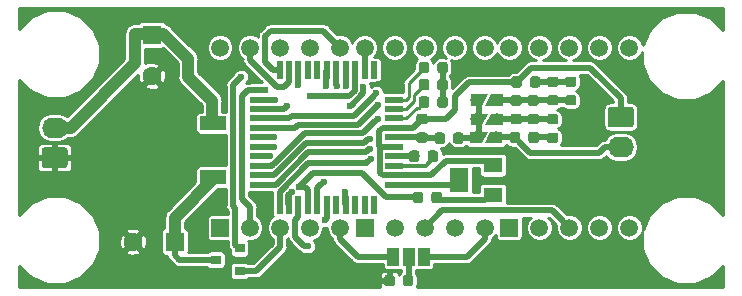
<source format=gbr>
G04 #@! TF.GenerationSoftware,KiCad,Pcbnew,(6.0.0-rc1-dev-950-ga5c892d9c)*
G04 #@! TF.CreationDate,2018-10-25T20:30:48+02:00*
G04 #@! TF.ProjectId,adc_7seg_v0,6164635F377365675F76302E6B696361,rev?*
G04 #@! TF.SameCoordinates,Original*
G04 #@! TF.FileFunction,Copper,L2,Bot,Signal*
G04 #@! TF.FilePolarity,Positive*
%FSLAX46Y46*%
G04 Gerber Fmt 4.6, Leading zero omitted, Abs format (unit mm)*
G04 Created by KiCad (PCBNEW (6.0.0-rc1-dev-950-ga5c892d9c)) date 25.10.2018 20:30:48*
%MOMM*%
%LPD*%
G01*
G04 APERTURE LIST*
G04 #@! TA.AperFunction,ComponentPad*
%ADD10R,1.500000X1.500000*%
G04 #@! TD*
G04 #@! TA.AperFunction,ComponentPad*
%ADD11C,1.500000*%
G04 #@! TD*
G04 #@! TA.AperFunction,ComponentPad*
%ADD12O,2.200000X1.740000*%
G04 #@! TD*
G04 #@! TA.AperFunction,Conductor*
%ADD13C,0.100000*%
G04 #@! TD*
G04 #@! TA.AperFunction,ComponentPad*
%ADD14C,1.740000*%
G04 #@! TD*
G04 #@! TA.AperFunction,SMDPad,CuDef*
%ADD15R,0.900000X0.800000*%
G04 #@! TD*
G04 #@! TA.AperFunction,SMDPad,CuDef*
%ADD16R,1.600000X1.300000*%
G04 #@! TD*
G04 #@! TA.AperFunction,SMDPad,CuDef*
%ADD17R,1.600000X2.000000*%
G04 #@! TD*
G04 #@! TA.AperFunction,SMDPad,CuDef*
%ADD18C,0.894426*%
G04 #@! TD*
G04 #@! TA.AperFunction,SMDPad,CuDef*
%ADD19C,1.000000*%
G04 #@! TD*
G04 #@! TA.AperFunction,SMDPad,CuDef*
%ADD20R,0.550000X1.500000*%
G04 #@! TD*
G04 #@! TA.AperFunction,SMDPad,CuDef*
%ADD21R,1.500000X0.550000*%
G04 #@! TD*
G04 #@! TA.AperFunction,SMDPad,CuDef*
%ADD22R,2.200000X1.200000*%
G04 #@! TD*
G04 #@! TA.AperFunction,SMDPad,CuDef*
%ADD23R,6.400000X5.800000*%
G04 #@! TD*
G04 #@! TA.AperFunction,SMDPad,CuDef*
%ADD24C,0.875000*%
G04 #@! TD*
G04 #@! TA.AperFunction,SMDPad,CuDef*
%ADD25R,1.000000X1.500000*%
G04 #@! TD*
G04 #@! TA.AperFunction,ComponentPad*
%ADD26C,1.600000*%
G04 #@! TD*
G04 #@! TA.AperFunction,ComponentPad*
%ADD27R,1.600000X1.600000*%
G04 #@! TD*
G04 #@! TA.AperFunction,ViaPad*
%ADD28C,0.600000*%
G04 #@! TD*
G04 #@! TA.AperFunction,Conductor*
%ADD29C,1.016000*%
G04 #@! TD*
G04 #@! TA.AperFunction,Conductor*
%ADD30C,0.508000*%
G04 #@! TD*
G04 #@! TA.AperFunction,Conductor*
%ADD31C,0.254000*%
G04 #@! TD*
G04 #@! TA.AperFunction,Conductor*
%ADD32C,0.350520*%
G04 #@! TD*
G04 APERTURE END LIST*
D10*
G04 #@! TO.P,U3,1*
G04 #@! TO.N,Net-(U2-Pad25)*
X175936000Y-98128000D03*
D11*
G04 #@! TO.P,U3,5*
G04 #@! TO.N,Net-(JP4-Pad1)*
X186096000Y-98128000D03*
G04 #@! TO.P,U3,4*
G04 #@! TO.N,Net-(U2-Pad31)*
X183556000Y-98128000D03*
G04 #@! TO.P,U3,2*
G04 #@! TO.N,Net-(U2-Pad22)*
X178476000Y-98128000D03*
G04 #@! TO.P,U3,3*
G04 #@! TO.N,Net-(Q1-Pad2)*
X181016000Y-98128000D03*
G04 #@! TO.P,U3,8*
G04 #@! TO.N,Net-(U3-Pad8)*
X181016000Y-82888000D03*
G04 #@! TO.P,U3,6*
G04 #@! TO.N,Net-(U2-Pad23)*
X186096000Y-82888000D03*
G04 #@! TO.P,U3,7*
G04 #@! TO.N,Net-(U2-Pad30)*
X183556000Y-82888000D03*
G04 #@! TO.P,U3,9*
G04 #@! TO.N,Net-(U2-Pad24)*
X178476000Y-82888000D03*
G04 #@! TO.P,U3,10*
G04 #@! TO.N,Net-(U2-Pad29)*
X175936000Y-82888000D03*
G04 #@! TD*
D12*
G04 #@! TO.P,J2,2*
G04 #@! TO.N,Net-(C1-Pad1)*
X161925000Y-89662000D03*
D13*
G04 #@! TD*
G04 #@! TO.N,GND*
G04 #@! TO.C,J2*
G36*
X162799505Y-91333204D02*
X162823773Y-91336804D01*
X162847572Y-91342765D01*
X162870671Y-91351030D01*
X162892850Y-91361520D01*
X162913893Y-91374132D01*
X162933599Y-91388747D01*
X162951777Y-91405223D01*
X162968253Y-91423401D01*
X162982868Y-91443107D01*
X162995480Y-91464150D01*
X163005970Y-91486329D01*
X163014235Y-91509428D01*
X163020196Y-91533227D01*
X163023796Y-91557495D01*
X163025000Y-91581999D01*
X163025000Y-92822001D01*
X163023796Y-92846505D01*
X163020196Y-92870773D01*
X163014235Y-92894572D01*
X163005970Y-92917671D01*
X162995480Y-92939850D01*
X162982868Y-92960893D01*
X162968253Y-92980599D01*
X162951777Y-92998777D01*
X162933599Y-93015253D01*
X162913893Y-93029868D01*
X162892850Y-93042480D01*
X162870671Y-93052970D01*
X162847572Y-93061235D01*
X162823773Y-93067196D01*
X162799505Y-93070796D01*
X162775001Y-93072000D01*
X161074999Y-93072000D01*
X161050495Y-93070796D01*
X161026227Y-93067196D01*
X161002428Y-93061235D01*
X160979329Y-93052970D01*
X160957150Y-93042480D01*
X160936107Y-93029868D01*
X160916401Y-93015253D01*
X160898223Y-92998777D01*
X160881747Y-92980599D01*
X160867132Y-92960893D01*
X160854520Y-92939850D01*
X160844030Y-92917671D01*
X160835765Y-92894572D01*
X160829804Y-92870773D01*
X160826204Y-92846505D01*
X160825000Y-92822001D01*
X160825000Y-91581999D01*
X160826204Y-91557495D01*
X160829804Y-91533227D01*
X160835765Y-91509428D01*
X160844030Y-91486329D01*
X160854520Y-91464150D01*
X160867132Y-91443107D01*
X160881747Y-91423401D01*
X160898223Y-91405223D01*
X160916401Y-91388747D01*
X160936107Y-91374132D01*
X160957150Y-91361520D01*
X160979329Y-91351030D01*
X161002428Y-91342765D01*
X161026227Y-91336804D01*
X161050495Y-91333204D01*
X161074999Y-91332000D01*
X162775001Y-91332000D01*
X162799505Y-91333204D01*
X162799505Y-91333204D01*
G37*
D14*
G04 #@! TO.P,J2,1*
G04 #@! TO.N,GND*
X161925000Y-92202000D03*
G04 #@! TD*
D15*
G04 #@! TO.P,Q1,1*
G04 #@! TO.N,Net-(Q1-Pad1)*
X177593500Y-99888000D03*
G04 #@! TO.P,Q1,2*
G04 #@! TO.N,Net-(Q1-Pad2)*
X177593500Y-101788000D03*
G04 #@! TO.P,Q1,3*
G04 #@! TO.N,+9V*
X175593500Y-100838000D03*
G04 #@! TD*
D16*
G04 #@! TO.P,RV1,3*
G04 #@! TO.N,Net-(C5-Pad2)*
X199062000Y-92857000D03*
D17*
G04 #@! TO.P,RV1,2*
G04 #@! TO.N,Net-(RV1-Pad2)*
X196162000Y-94107000D03*
D16*
G04 #@! TO.P,RV1,1*
G04 #@! TO.N,Net-(R13-Pad1)*
X199062000Y-95357000D03*
G04 #@! TD*
D18*
G04 #@! TO.P,JP3,1*
G04 #@! TO.N,Net-(JP3-Pad1)*
X199151400Y-87325200D03*
D13*
G04 #@! TD*
G04 #@! TO.N,Net-(JP3-Pad1)*
G04 #@! TO.C,JP3*
G36*
X199401400Y-86825200D02*
X199901400Y-87825200D01*
X198401400Y-87825200D01*
X198901400Y-86825200D01*
X199401400Y-86825200D01*
X199401400Y-86825200D01*
G37*
D18*
G04 #@! TO.P,JP3,2*
G04 #@! TO.N,Net-(JP1-Pad2)*
X197901400Y-87325200D03*
D13*
G04 #@! TD*
G04 #@! TO.N,Net-(JP1-Pad2)*
G04 #@! TO.C,JP3*
G36*
X197651400Y-87825200D02*
X197151400Y-86825200D01*
X198651400Y-86825200D01*
X198151400Y-87825200D01*
X197651400Y-87825200D01*
X197651400Y-87825200D01*
G37*
D19*
G04 #@! TO.P,JP3,1*
G04 #@! TO.N,Net-(JP3-Pad1)*
X199401400Y-87325200D03*
D13*
G04 #@! TD*
G04 #@! TO.N,Net-(JP3-Pad1)*
G04 #@! TO.C,JP3*
G36*
X199901400Y-86825200D02*
X199901400Y-87825200D01*
X198901400Y-87825200D01*
X198901400Y-86825200D01*
X199901400Y-86825200D01*
X199901400Y-86825200D01*
G37*
D19*
G04 #@! TO.P,JP3,2*
G04 #@! TO.N,Net-(JP1-Pad2)*
X197651400Y-87325200D03*
D13*
G04 #@! TD*
G04 #@! TO.N,Net-(JP1-Pad2)*
G04 #@! TO.C,JP3*
G36*
X198151400Y-86825200D02*
X198151400Y-87825200D01*
X197151400Y-87825200D01*
X197151400Y-86825200D01*
X198151400Y-86825200D01*
X198151400Y-86825200D01*
G37*
D18*
G04 #@! TO.P,JP2,1*
G04 #@! TO.N,Net-(JP2-Pad1)*
X199151400Y-88976200D03*
D13*
G04 #@! TD*
G04 #@! TO.N,Net-(JP2-Pad1)*
G04 #@! TO.C,JP2*
G36*
X199401400Y-88476200D02*
X199901400Y-89476200D01*
X198401400Y-89476200D01*
X198901400Y-88476200D01*
X199401400Y-88476200D01*
X199401400Y-88476200D01*
G37*
D18*
G04 #@! TO.P,JP2,2*
G04 #@! TO.N,Net-(JP1-Pad2)*
X197901400Y-88976200D03*
D13*
G04 #@! TD*
G04 #@! TO.N,Net-(JP1-Pad2)*
G04 #@! TO.C,JP2*
G36*
X197651400Y-89476200D02*
X197151400Y-88476200D01*
X198651400Y-88476200D01*
X198151400Y-89476200D01*
X197651400Y-89476200D01*
X197651400Y-89476200D01*
G37*
D19*
G04 #@! TO.P,JP2,1*
G04 #@! TO.N,Net-(JP2-Pad1)*
X199401400Y-88976200D03*
D13*
G04 #@! TD*
G04 #@! TO.N,Net-(JP2-Pad1)*
G04 #@! TO.C,JP2*
G36*
X199901400Y-88476200D02*
X199901400Y-89476200D01*
X198901400Y-89476200D01*
X198901400Y-88476200D01*
X199901400Y-88476200D01*
X199901400Y-88476200D01*
G37*
D19*
G04 #@! TO.P,JP2,2*
G04 #@! TO.N,Net-(JP1-Pad2)*
X197651400Y-88976200D03*
D13*
G04 #@! TD*
G04 #@! TO.N,Net-(JP1-Pad2)*
G04 #@! TO.C,JP2*
G36*
X198151400Y-88476200D02*
X198151400Y-89476200D01*
X197151400Y-89476200D01*
X197151400Y-88476200D01*
X198151400Y-88476200D01*
X198151400Y-88476200D01*
G37*
D18*
G04 #@! TO.P,JP1,1*
G04 #@! TO.N,Net-(J1-Pad2)*
X199087900Y-90500200D03*
D13*
G04 #@! TD*
G04 #@! TO.N,Net-(J1-Pad2)*
G04 #@! TO.C,JP1*
G36*
X199337900Y-90000200D02*
X199837900Y-91000200D01*
X198337900Y-91000200D01*
X198837900Y-90000200D01*
X199337900Y-90000200D01*
X199337900Y-90000200D01*
G37*
D18*
G04 #@! TO.P,JP1,2*
G04 #@! TO.N,Net-(JP1-Pad2)*
X197837900Y-90500200D03*
D13*
G04 #@! TD*
G04 #@! TO.N,Net-(JP1-Pad2)*
G04 #@! TO.C,JP1*
G36*
X197587900Y-91000200D02*
X197087900Y-90000200D01*
X198587900Y-90000200D01*
X198087900Y-91000200D01*
X197587900Y-91000200D01*
X197587900Y-91000200D01*
G37*
D19*
G04 #@! TO.P,JP1,1*
G04 #@! TO.N,Net-(J1-Pad2)*
X199337900Y-90500200D03*
D13*
G04 #@! TD*
G04 #@! TO.N,Net-(J1-Pad2)*
G04 #@! TO.C,JP1*
G36*
X199837900Y-90000200D02*
X199837900Y-91000200D01*
X198837900Y-91000200D01*
X198837900Y-90000200D01*
X199837900Y-90000200D01*
X199837900Y-90000200D01*
G37*
D19*
G04 #@! TO.P,JP1,2*
G04 #@! TO.N,Net-(JP1-Pad2)*
X197587900Y-90500200D03*
D13*
G04 #@! TD*
G04 #@! TO.N,Net-(JP1-Pad2)*
G04 #@! TO.C,JP1*
G36*
X198087900Y-90000200D02*
X198087900Y-91000200D01*
X197087900Y-91000200D01*
X197087900Y-90000200D01*
X198087900Y-90000200D01*
X198087900Y-90000200D01*
G37*
D10*
G04 #@! TO.P,U5,1*
G04 #@! TO.N,Net-(U2-Pad15)*
X200436000Y-98128000D03*
D11*
G04 #@! TO.P,U5,5*
G04 #@! TO.N,N/C*
X210596000Y-98128000D03*
G04 #@! TO.P,U5,4*
G04 #@! TO.N,Net-(U2-Pad10)*
X208056000Y-98128000D03*
G04 #@! TO.P,U5,2*
G04 #@! TO.N,Net-(U2-Pad9)*
X202976000Y-98128000D03*
G04 #@! TO.P,U5,3*
G04 #@! TO.N,Net-(U4-Pad3)*
X205516000Y-98128000D03*
G04 #@! TO.P,U5,8*
G04 #@! TO.N,N/C*
X205516000Y-82888000D03*
G04 #@! TO.P,U5,6*
G04 #@! TO.N,Net-(U2-Pad11)*
X210596000Y-82888000D03*
G04 #@! TO.P,U5,7*
G04 #@! TO.N,Net-(U2-Pad12)*
X208056000Y-82888000D03*
G04 #@! TO.P,U5,9*
G04 #@! TO.N,Net-(U2-Pad13)*
X202976000Y-82888000D03*
G04 #@! TO.P,U5,10*
G04 #@! TO.N,Net-(U2-Pad14)*
X200436000Y-82888000D03*
G04 #@! TD*
D10*
G04 #@! TO.P,U4,1*
G04 #@! TO.N,Net-(U2-Pad21)*
X188186000Y-98128000D03*
D11*
G04 #@! TO.P,U4,5*
G04 #@! TO.N,Net-(JP4-Pad3)*
X198346000Y-98128000D03*
G04 #@! TO.P,U4,4*
G04 #@! TO.N,Net-(U2-Pad17)*
X195806000Y-98128000D03*
G04 #@! TO.P,U4,2*
G04 #@! TO.N,Net-(U2-Pad16)*
X190726000Y-98128000D03*
G04 #@! TO.P,U4,3*
G04 #@! TO.N,Net-(U4-Pad3)*
X193266000Y-98128000D03*
G04 #@! TO.P,U4,8*
G04 #@! TO.N,Net-(U3-Pad8)*
X193266000Y-82888000D03*
G04 #@! TO.P,U4,6*
G04 #@! TO.N,Net-(U2-Pad18)*
X198346000Y-82888000D03*
G04 #@! TO.P,U4,7*
G04 #@! TO.N,Net-(U2-Pad19)*
X195806000Y-82888000D03*
G04 #@! TO.P,U4,9*
G04 #@! TO.N,Net-(U2-Pad20)*
X190726000Y-82888000D03*
G04 #@! TO.P,U4,10*
G04 #@! TO.N,Net-(U2-Pad32)*
X188186000Y-82888000D03*
G04 #@! TD*
D20*
G04 #@! TO.P,U2,1*
G04 #@! TO.N,N/C*
X188975500Y-96187500D03*
G04 #@! TO.P,U2,2*
X188175500Y-96187500D03*
G04 #@! TO.P,U2,3*
X187375500Y-96187500D03*
G04 #@! TO.P,U2,4*
G04 #@! TO.N,Net-(C8-Pad1)*
X186575500Y-96187500D03*
G04 #@! TO.P,U2,5*
G04 #@! TO.N,N/C*
X185775500Y-96187500D03*
G04 #@! TO.P,U2,6*
G04 #@! TO.N,Net-(R11-Pad1)*
X184975500Y-96187500D03*
G04 #@! TO.P,U2,7*
G04 #@! TO.N,Net-(C8-Pad2)*
X184175500Y-96187500D03*
G04 #@! TO.P,U2,8*
G04 #@! TO.N,+9V*
X183375500Y-96187500D03*
G04 #@! TO.P,U2,9*
G04 #@! TO.N,Net-(U2-Pad9)*
X182575500Y-96187500D03*
G04 #@! TO.P,U2,10*
G04 #@! TO.N,Net-(U2-Pad10)*
X181775500Y-96187500D03*
G04 #@! TO.P,U2,11*
G04 #@! TO.N,Net-(U2-Pad11)*
X180975500Y-96187500D03*
D21*
G04 #@! TO.P,U2,12*
G04 #@! TO.N,Net-(U2-Pad12)*
X179275500Y-94487500D03*
G04 #@! TO.P,U2,13*
G04 #@! TO.N,Net-(U2-Pad13)*
X179275500Y-93687500D03*
G04 #@! TO.P,U2,14*
G04 #@! TO.N,Net-(U2-Pad14)*
X179275500Y-92887500D03*
G04 #@! TO.P,U2,15*
G04 #@! TO.N,Net-(U2-Pad15)*
X179275500Y-92087500D03*
G04 #@! TO.P,U2,16*
G04 #@! TO.N,Net-(U2-Pad16)*
X179275500Y-91287500D03*
G04 #@! TO.P,U2,17*
G04 #@! TO.N,Net-(U2-Pad17)*
X179275500Y-90487500D03*
G04 #@! TO.P,U2,18*
G04 #@! TO.N,Net-(U2-Pad18)*
X179275500Y-89687500D03*
G04 #@! TO.P,U2,19*
G04 #@! TO.N,Net-(U2-Pad19)*
X179275500Y-88887500D03*
G04 #@! TO.P,U2,20*
G04 #@! TO.N,Net-(U2-Pad20)*
X179275500Y-88087500D03*
G04 #@! TO.P,U2,21*
G04 #@! TO.N,Net-(U2-Pad21)*
X179275500Y-87287500D03*
G04 #@! TO.P,U2,22*
G04 #@! TO.N,Net-(U2-Pad22)*
X179275500Y-86487500D03*
D20*
G04 #@! TO.P,U2,23*
G04 #@! TO.N,Net-(U2-Pad23)*
X180975500Y-84787500D03*
G04 #@! TO.P,U2,24*
G04 #@! TO.N,Net-(U2-Pad24)*
X181775500Y-84787500D03*
G04 #@! TO.P,U2,25*
G04 #@! TO.N,Net-(U2-Pad25)*
X182575500Y-84787500D03*
G04 #@! TO.P,U2,26*
G04 #@! TO.N,N/C*
X183375500Y-84787500D03*
G04 #@! TO.P,U2,27*
X184175500Y-84787500D03*
G04 #@! TO.P,U2,28*
G04 #@! TO.N,Net-(Q1-Pad1)*
X184975500Y-84787500D03*
G04 #@! TO.P,U2,29*
G04 #@! TO.N,Net-(U2-Pad29)*
X185775500Y-84787500D03*
G04 #@! TO.P,U2,30*
G04 #@! TO.N,Net-(U2-Pad30)*
X186575500Y-84787500D03*
G04 #@! TO.P,U2,31*
G04 #@! TO.N,Net-(U2-Pad31)*
X187375500Y-84787500D03*
G04 #@! TO.P,U2,32*
G04 #@! TO.N,Net-(U2-Pad32)*
X188175500Y-84787500D03*
G04 #@! TO.P,U2,33*
G04 #@! TO.N,N/C*
X188975500Y-84787500D03*
D21*
G04 #@! TO.P,U2,34*
G04 #@! TO.N,GND*
X190675500Y-86487500D03*
G04 #@! TO.P,U2,35*
G04 #@! TO.N,Net-(C7-Pad1)*
X190675500Y-87287500D03*
G04 #@! TO.P,U2,36*
G04 #@! TO.N,Net-(R10-Pad1)*
X190675500Y-88087500D03*
G04 #@! TO.P,U2,37*
G04 #@! TO.N,Net-(C6-Pad1)*
X190675500Y-88887500D03*
G04 #@! TO.P,U2,38*
G04 #@! TO.N,Net-(C5-Pad2)*
X190675500Y-89687500D03*
G04 #@! TO.P,U2,39*
G04 #@! TO.N,Net-(C5-Pad1)*
X190675500Y-90487500D03*
G04 #@! TO.P,U2,40*
G04 #@! TO.N,Net-(C5-Pad2)*
X190675500Y-91287500D03*
G04 #@! TO.P,U2,41*
G04 #@! TO.N,Net-(C9-Pad2)*
X190675500Y-92087500D03*
G04 #@! TO.P,U2,42*
G04 #@! TO.N,Net-(C9-Pad1)*
X190675500Y-92887500D03*
G04 #@! TO.P,U2,43*
G04 #@! TO.N,Net-(C5-Pad2)*
X190675500Y-93687500D03*
G04 #@! TO.P,U2,44*
G04 #@! TO.N,Net-(RV1-Pad2)*
X190675500Y-94487500D03*
G04 #@! TD*
D22*
G04 #@! TO.P,U1,1*
G04 #@! TO.N,Net-(C1-Pad1)*
X175337000Y-89287000D03*
G04 #@! TO.P,U1,3*
G04 #@! TO.N,+9V*
X175337000Y-93847000D03*
D23*
G04 #@! TO.P,U1,2*
G04 #@! TO.N,GND*
X169037000Y-91567000D03*
G04 #@! TD*
D13*
G04 #@! TO.N,Net-(R13-Pad1)*
G04 #@! TO.C,R13*
G36*
X194512191Y-95093553D02*
X194533426Y-95096703D01*
X194554250Y-95101919D01*
X194574462Y-95109151D01*
X194593868Y-95118330D01*
X194612281Y-95129366D01*
X194629524Y-95142154D01*
X194645430Y-95156570D01*
X194659846Y-95172476D01*
X194672634Y-95189719D01*
X194683670Y-95208132D01*
X194692849Y-95227538D01*
X194700081Y-95247750D01*
X194705297Y-95268574D01*
X194708447Y-95289809D01*
X194709500Y-95311250D01*
X194709500Y-95823750D01*
X194708447Y-95845191D01*
X194705297Y-95866426D01*
X194700081Y-95887250D01*
X194692849Y-95907462D01*
X194683670Y-95926868D01*
X194672634Y-95945281D01*
X194659846Y-95962524D01*
X194645430Y-95978430D01*
X194629524Y-95992846D01*
X194612281Y-96005634D01*
X194593868Y-96016670D01*
X194574462Y-96025849D01*
X194554250Y-96033081D01*
X194533426Y-96038297D01*
X194512191Y-96041447D01*
X194490750Y-96042500D01*
X194053250Y-96042500D01*
X194031809Y-96041447D01*
X194010574Y-96038297D01*
X193989750Y-96033081D01*
X193969538Y-96025849D01*
X193950132Y-96016670D01*
X193931719Y-96005634D01*
X193914476Y-95992846D01*
X193898570Y-95978430D01*
X193884154Y-95962524D01*
X193871366Y-95945281D01*
X193860330Y-95926868D01*
X193851151Y-95907462D01*
X193843919Y-95887250D01*
X193838703Y-95866426D01*
X193835553Y-95845191D01*
X193834500Y-95823750D01*
X193834500Y-95311250D01*
X193835553Y-95289809D01*
X193838703Y-95268574D01*
X193843919Y-95247750D01*
X193851151Y-95227538D01*
X193860330Y-95208132D01*
X193871366Y-95189719D01*
X193884154Y-95172476D01*
X193898570Y-95156570D01*
X193914476Y-95142154D01*
X193931719Y-95129366D01*
X193950132Y-95118330D01*
X193969538Y-95109151D01*
X193989750Y-95101919D01*
X194010574Y-95096703D01*
X194031809Y-95093553D01*
X194053250Y-95092500D01*
X194490750Y-95092500D01*
X194512191Y-95093553D01*
X194512191Y-95093553D01*
G37*
D24*
G04 #@! TD*
G04 #@! TO.P,R13,1*
G04 #@! TO.N,Net-(R13-Pad1)*
X194272000Y-95567500D03*
D13*
G04 #@! TO.N,+9V*
G04 #@! TO.C,R13*
G36*
X192937191Y-95093553D02*
X192958426Y-95096703D01*
X192979250Y-95101919D01*
X192999462Y-95109151D01*
X193018868Y-95118330D01*
X193037281Y-95129366D01*
X193054524Y-95142154D01*
X193070430Y-95156570D01*
X193084846Y-95172476D01*
X193097634Y-95189719D01*
X193108670Y-95208132D01*
X193117849Y-95227538D01*
X193125081Y-95247750D01*
X193130297Y-95268574D01*
X193133447Y-95289809D01*
X193134500Y-95311250D01*
X193134500Y-95823750D01*
X193133447Y-95845191D01*
X193130297Y-95866426D01*
X193125081Y-95887250D01*
X193117849Y-95907462D01*
X193108670Y-95926868D01*
X193097634Y-95945281D01*
X193084846Y-95962524D01*
X193070430Y-95978430D01*
X193054524Y-95992846D01*
X193037281Y-96005634D01*
X193018868Y-96016670D01*
X192999462Y-96025849D01*
X192979250Y-96033081D01*
X192958426Y-96038297D01*
X192937191Y-96041447D01*
X192915750Y-96042500D01*
X192478250Y-96042500D01*
X192456809Y-96041447D01*
X192435574Y-96038297D01*
X192414750Y-96033081D01*
X192394538Y-96025849D01*
X192375132Y-96016670D01*
X192356719Y-96005634D01*
X192339476Y-95992846D01*
X192323570Y-95978430D01*
X192309154Y-95962524D01*
X192296366Y-95945281D01*
X192285330Y-95926868D01*
X192276151Y-95907462D01*
X192268919Y-95887250D01*
X192263703Y-95866426D01*
X192260553Y-95845191D01*
X192259500Y-95823750D01*
X192259500Y-95311250D01*
X192260553Y-95289809D01*
X192263703Y-95268574D01*
X192268919Y-95247750D01*
X192276151Y-95227538D01*
X192285330Y-95208132D01*
X192296366Y-95189719D01*
X192309154Y-95172476D01*
X192323570Y-95156570D01*
X192339476Y-95142154D01*
X192356719Y-95129366D01*
X192375132Y-95118330D01*
X192394538Y-95109151D01*
X192414750Y-95101919D01*
X192435574Y-95096703D01*
X192456809Y-95093553D01*
X192478250Y-95092500D01*
X192915750Y-95092500D01*
X192937191Y-95093553D01*
X192937191Y-95093553D01*
G37*
D24*
G04 #@! TD*
G04 #@! TO.P,R13,2*
G04 #@! TO.N,+9V*
X192697000Y-95567500D03*
D13*
G04 #@! TO.N,GND*
G04 #@! TO.C,R12*
G36*
X190524191Y-102142053D02*
X190545426Y-102145203D01*
X190566250Y-102150419D01*
X190586462Y-102157651D01*
X190605868Y-102166830D01*
X190624281Y-102177866D01*
X190641524Y-102190654D01*
X190657430Y-102205070D01*
X190671846Y-102220976D01*
X190684634Y-102238219D01*
X190695670Y-102256632D01*
X190704849Y-102276038D01*
X190712081Y-102296250D01*
X190717297Y-102317074D01*
X190720447Y-102338309D01*
X190721500Y-102359750D01*
X190721500Y-102872250D01*
X190720447Y-102893691D01*
X190717297Y-102914926D01*
X190712081Y-102935750D01*
X190704849Y-102955962D01*
X190695670Y-102975368D01*
X190684634Y-102993781D01*
X190671846Y-103011024D01*
X190657430Y-103026930D01*
X190641524Y-103041346D01*
X190624281Y-103054134D01*
X190605868Y-103065170D01*
X190586462Y-103074349D01*
X190566250Y-103081581D01*
X190545426Y-103086797D01*
X190524191Y-103089947D01*
X190502750Y-103091000D01*
X190065250Y-103091000D01*
X190043809Y-103089947D01*
X190022574Y-103086797D01*
X190001750Y-103081581D01*
X189981538Y-103074349D01*
X189962132Y-103065170D01*
X189943719Y-103054134D01*
X189926476Y-103041346D01*
X189910570Y-103026930D01*
X189896154Y-103011024D01*
X189883366Y-102993781D01*
X189872330Y-102975368D01*
X189863151Y-102955962D01*
X189855919Y-102935750D01*
X189850703Y-102914926D01*
X189847553Y-102893691D01*
X189846500Y-102872250D01*
X189846500Y-102359750D01*
X189847553Y-102338309D01*
X189850703Y-102317074D01*
X189855919Y-102296250D01*
X189863151Y-102276038D01*
X189872330Y-102256632D01*
X189883366Y-102238219D01*
X189896154Y-102220976D01*
X189910570Y-102205070D01*
X189926476Y-102190654D01*
X189943719Y-102177866D01*
X189962132Y-102166830D01*
X189981538Y-102157651D01*
X190001750Y-102150419D01*
X190022574Y-102145203D01*
X190043809Y-102142053D01*
X190065250Y-102141000D01*
X190502750Y-102141000D01*
X190524191Y-102142053D01*
X190524191Y-102142053D01*
G37*
D24*
G04 #@! TD*
G04 #@! TO.P,R12,2*
G04 #@! TO.N,GND*
X190284000Y-102616000D03*
D13*
G04 #@! TO.N,Net-(JP4-Pad2)*
G04 #@! TO.C,R12*
G36*
X192099191Y-102142053D02*
X192120426Y-102145203D01*
X192141250Y-102150419D01*
X192161462Y-102157651D01*
X192180868Y-102166830D01*
X192199281Y-102177866D01*
X192216524Y-102190654D01*
X192232430Y-102205070D01*
X192246846Y-102220976D01*
X192259634Y-102238219D01*
X192270670Y-102256632D01*
X192279849Y-102276038D01*
X192287081Y-102296250D01*
X192292297Y-102317074D01*
X192295447Y-102338309D01*
X192296500Y-102359750D01*
X192296500Y-102872250D01*
X192295447Y-102893691D01*
X192292297Y-102914926D01*
X192287081Y-102935750D01*
X192279849Y-102955962D01*
X192270670Y-102975368D01*
X192259634Y-102993781D01*
X192246846Y-103011024D01*
X192232430Y-103026930D01*
X192216524Y-103041346D01*
X192199281Y-103054134D01*
X192180868Y-103065170D01*
X192161462Y-103074349D01*
X192141250Y-103081581D01*
X192120426Y-103086797D01*
X192099191Y-103089947D01*
X192077750Y-103091000D01*
X191640250Y-103091000D01*
X191618809Y-103089947D01*
X191597574Y-103086797D01*
X191576750Y-103081581D01*
X191556538Y-103074349D01*
X191537132Y-103065170D01*
X191518719Y-103054134D01*
X191501476Y-103041346D01*
X191485570Y-103026930D01*
X191471154Y-103011024D01*
X191458366Y-102993781D01*
X191447330Y-102975368D01*
X191438151Y-102955962D01*
X191430919Y-102935750D01*
X191425703Y-102914926D01*
X191422553Y-102893691D01*
X191421500Y-102872250D01*
X191421500Y-102359750D01*
X191422553Y-102338309D01*
X191425703Y-102317074D01*
X191430919Y-102296250D01*
X191438151Y-102276038D01*
X191447330Y-102256632D01*
X191458366Y-102238219D01*
X191471154Y-102220976D01*
X191485570Y-102205070D01*
X191501476Y-102190654D01*
X191518719Y-102177866D01*
X191537132Y-102166830D01*
X191556538Y-102157651D01*
X191576750Y-102150419D01*
X191597574Y-102145203D01*
X191618809Y-102142053D01*
X191640250Y-102141000D01*
X192077750Y-102141000D01*
X192099191Y-102142053D01*
X192099191Y-102142053D01*
G37*
D24*
G04 #@! TD*
G04 #@! TO.P,R12,1*
G04 #@! TO.N,Net-(JP4-Pad2)*
X191859000Y-102616000D03*
D13*
G04 #@! TO.N,Net-(R10-Pad1)*
G04 #@! TO.C,R10*
G36*
X193445191Y-85568553D02*
X193466426Y-85571703D01*
X193487250Y-85576919D01*
X193507462Y-85584151D01*
X193526868Y-85593330D01*
X193545281Y-85604366D01*
X193562524Y-85617154D01*
X193578430Y-85631570D01*
X193592846Y-85647476D01*
X193605634Y-85664719D01*
X193616670Y-85683132D01*
X193625849Y-85702538D01*
X193633081Y-85722750D01*
X193638297Y-85743574D01*
X193641447Y-85764809D01*
X193642500Y-85786250D01*
X193642500Y-86298750D01*
X193641447Y-86320191D01*
X193638297Y-86341426D01*
X193633081Y-86362250D01*
X193625849Y-86382462D01*
X193616670Y-86401868D01*
X193605634Y-86420281D01*
X193592846Y-86437524D01*
X193578430Y-86453430D01*
X193562524Y-86467846D01*
X193545281Y-86480634D01*
X193526868Y-86491670D01*
X193507462Y-86500849D01*
X193487250Y-86508081D01*
X193466426Y-86513297D01*
X193445191Y-86516447D01*
X193423750Y-86517500D01*
X192986250Y-86517500D01*
X192964809Y-86516447D01*
X192943574Y-86513297D01*
X192922750Y-86508081D01*
X192902538Y-86500849D01*
X192883132Y-86491670D01*
X192864719Y-86480634D01*
X192847476Y-86467846D01*
X192831570Y-86453430D01*
X192817154Y-86437524D01*
X192804366Y-86420281D01*
X192793330Y-86401868D01*
X192784151Y-86382462D01*
X192776919Y-86362250D01*
X192771703Y-86341426D01*
X192768553Y-86320191D01*
X192767500Y-86298750D01*
X192767500Y-85786250D01*
X192768553Y-85764809D01*
X192771703Y-85743574D01*
X192776919Y-85722750D01*
X192784151Y-85702538D01*
X192793330Y-85683132D01*
X192804366Y-85664719D01*
X192817154Y-85647476D01*
X192831570Y-85631570D01*
X192847476Y-85617154D01*
X192864719Y-85604366D01*
X192883132Y-85593330D01*
X192902538Y-85584151D01*
X192922750Y-85576919D01*
X192943574Y-85571703D01*
X192964809Y-85568553D01*
X192986250Y-85567500D01*
X193423750Y-85567500D01*
X193445191Y-85568553D01*
X193445191Y-85568553D01*
G37*
D24*
G04 #@! TD*
G04 #@! TO.P,R10,1*
G04 #@! TO.N,Net-(R10-Pad1)*
X193205000Y-86042500D03*
D13*
G04 #@! TO.N,Net-(C6-Pad2)*
G04 #@! TO.C,R10*
G36*
X195020191Y-85568553D02*
X195041426Y-85571703D01*
X195062250Y-85576919D01*
X195082462Y-85584151D01*
X195101868Y-85593330D01*
X195120281Y-85604366D01*
X195137524Y-85617154D01*
X195153430Y-85631570D01*
X195167846Y-85647476D01*
X195180634Y-85664719D01*
X195191670Y-85683132D01*
X195200849Y-85702538D01*
X195208081Y-85722750D01*
X195213297Y-85743574D01*
X195216447Y-85764809D01*
X195217500Y-85786250D01*
X195217500Y-86298750D01*
X195216447Y-86320191D01*
X195213297Y-86341426D01*
X195208081Y-86362250D01*
X195200849Y-86382462D01*
X195191670Y-86401868D01*
X195180634Y-86420281D01*
X195167846Y-86437524D01*
X195153430Y-86453430D01*
X195137524Y-86467846D01*
X195120281Y-86480634D01*
X195101868Y-86491670D01*
X195082462Y-86500849D01*
X195062250Y-86508081D01*
X195041426Y-86513297D01*
X195020191Y-86516447D01*
X194998750Y-86517500D01*
X194561250Y-86517500D01*
X194539809Y-86516447D01*
X194518574Y-86513297D01*
X194497750Y-86508081D01*
X194477538Y-86500849D01*
X194458132Y-86491670D01*
X194439719Y-86480634D01*
X194422476Y-86467846D01*
X194406570Y-86453430D01*
X194392154Y-86437524D01*
X194379366Y-86420281D01*
X194368330Y-86401868D01*
X194359151Y-86382462D01*
X194351919Y-86362250D01*
X194346703Y-86341426D01*
X194343553Y-86320191D01*
X194342500Y-86298750D01*
X194342500Y-85786250D01*
X194343553Y-85764809D01*
X194346703Y-85743574D01*
X194351919Y-85722750D01*
X194359151Y-85702538D01*
X194368330Y-85683132D01*
X194379366Y-85664719D01*
X194392154Y-85647476D01*
X194406570Y-85631570D01*
X194422476Y-85617154D01*
X194439719Y-85604366D01*
X194458132Y-85593330D01*
X194477538Y-85584151D01*
X194497750Y-85576919D01*
X194518574Y-85571703D01*
X194539809Y-85568553D01*
X194561250Y-85567500D01*
X194998750Y-85567500D01*
X195020191Y-85568553D01*
X195020191Y-85568553D01*
G37*
D24*
G04 #@! TD*
G04 #@! TO.P,R10,2*
G04 #@! TO.N,Net-(C6-Pad2)*
X194780000Y-86042500D03*
D13*
G04 #@! TO.N,Net-(C5-Pad1)*
G04 #@! TO.C,R8*
G36*
X194778691Y-90077053D02*
X194799926Y-90080203D01*
X194820750Y-90085419D01*
X194840962Y-90092651D01*
X194860368Y-90101830D01*
X194878781Y-90112866D01*
X194896024Y-90125654D01*
X194911930Y-90140070D01*
X194926346Y-90155976D01*
X194939134Y-90173219D01*
X194950170Y-90191632D01*
X194959349Y-90211038D01*
X194966581Y-90231250D01*
X194971797Y-90252074D01*
X194974947Y-90273309D01*
X194976000Y-90294750D01*
X194976000Y-90807250D01*
X194974947Y-90828691D01*
X194971797Y-90849926D01*
X194966581Y-90870750D01*
X194959349Y-90890962D01*
X194950170Y-90910368D01*
X194939134Y-90928781D01*
X194926346Y-90946024D01*
X194911930Y-90961930D01*
X194896024Y-90976346D01*
X194878781Y-90989134D01*
X194860368Y-91000170D01*
X194840962Y-91009349D01*
X194820750Y-91016581D01*
X194799926Y-91021797D01*
X194778691Y-91024947D01*
X194757250Y-91026000D01*
X194319750Y-91026000D01*
X194298309Y-91024947D01*
X194277074Y-91021797D01*
X194256250Y-91016581D01*
X194236038Y-91009349D01*
X194216632Y-91000170D01*
X194198219Y-90989134D01*
X194180976Y-90976346D01*
X194165070Y-90961930D01*
X194150654Y-90946024D01*
X194137866Y-90928781D01*
X194126830Y-90910368D01*
X194117651Y-90890962D01*
X194110419Y-90870750D01*
X194105203Y-90849926D01*
X194102053Y-90828691D01*
X194101000Y-90807250D01*
X194101000Y-90294750D01*
X194102053Y-90273309D01*
X194105203Y-90252074D01*
X194110419Y-90231250D01*
X194117651Y-90211038D01*
X194126830Y-90191632D01*
X194137866Y-90173219D01*
X194150654Y-90155976D01*
X194165070Y-90140070D01*
X194180976Y-90125654D01*
X194198219Y-90112866D01*
X194216632Y-90101830D01*
X194236038Y-90092651D01*
X194256250Y-90085419D01*
X194277074Y-90080203D01*
X194298309Y-90077053D01*
X194319750Y-90076000D01*
X194757250Y-90076000D01*
X194778691Y-90077053D01*
X194778691Y-90077053D01*
G37*
D24*
G04 #@! TD*
G04 #@! TO.P,R8,1*
G04 #@! TO.N,Net-(C5-Pad1)*
X194538500Y-90551000D03*
D13*
G04 #@! TO.N,Net-(JP1-Pad2)*
G04 #@! TO.C,R8*
G36*
X196353691Y-90077053D02*
X196374926Y-90080203D01*
X196395750Y-90085419D01*
X196415962Y-90092651D01*
X196435368Y-90101830D01*
X196453781Y-90112866D01*
X196471024Y-90125654D01*
X196486930Y-90140070D01*
X196501346Y-90155976D01*
X196514134Y-90173219D01*
X196525170Y-90191632D01*
X196534349Y-90211038D01*
X196541581Y-90231250D01*
X196546797Y-90252074D01*
X196549947Y-90273309D01*
X196551000Y-90294750D01*
X196551000Y-90807250D01*
X196549947Y-90828691D01*
X196546797Y-90849926D01*
X196541581Y-90870750D01*
X196534349Y-90890962D01*
X196525170Y-90910368D01*
X196514134Y-90928781D01*
X196501346Y-90946024D01*
X196486930Y-90961930D01*
X196471024Y-90976346D01*
X196453781Y-90989134D01*
X196435368Y-91000170D01*
X196415962Y-91009349D01*
X196395750Y-91016581D01*
X196374926Y-91021797D01*
X196353691Y-91024947D01*
X196332250Y-91026000D01*
X195894750Y-91026000D01*
X195873309Y-91024947D01*
X195852074Y-91021797D01*
X195831250Y-91016581D01*
X195811038Y-91009349D01*
X195791632Y-91000170D01*
X195773219Y-90989134D01*
X195755976Y-90976346D01*
X195740070Y-90961930D01*
X195725654Y-90946024D01*
X195712866Y-90928781D01*
X195701830Y-90910368D01*
X195692651Y-90890962D01*
X195685419Y-90870750D01*
X195680203Y-90849926D01*
X195677053Y-90828691D01*
X195676000Y-90807250D01*
X195676000Y-90294750D01*
X195677053Y-90273309D01*
X195680203Y-90252074D01*
X195685419Y-90231250D01*
X195692651Y-90211038D01*
X195701830Y-90191632D01*
X195712866Y-90173219D01*
X195725654Y-90155976D01*
X195740070Y-90140070D01*
X195755976Y-90125654D01*
X195773219Y-90112866D01*
X195791632Y-90101830D01*
X195811038Y-90092651D01*
X195831250Y-90085419D01*
X195852074Y-90080203D01*
X195873309Y-90077053D01*
X195894750Y-90076000D01*
X196332250Y-90076000D01*
X196353691Y-90077053D01*
X196353691Y-90077053D01*
G37*
D24*
G04 #@! TD*
G04 #@! TO.P,R8,2*
G04 #@! TO.N,Net-(JP1-Pad2)*
X196113500Y-90551000D03*
D13*
G04 #@! TO.N,Net-(R2-Pad2)*
G04 #@! TO.C,R7*
G36*
X202856091Y-85327253D02*
X202877326Y-85330403D01*
X202898150Y-85335619D01*
X202918362Y-85342851D01*
X202937768Y-85352030D01*
X202956181Y-85363066D01*
X202973424Y-85375854D01*
X202989330Y-85390270D01*
X203003746Y-85406176D01*
X203016534Y-85423419D01*
X203027570Y-85441832D01*
X203036749Y-85461238D01*
X203043981Y-85481450D01*
X203049197Y-85502274D01*
X203052347Y-85523509D01*
X203053400Y-85544950D01*
X203053400Y-86057450D01*
X203052347Y-86078891D01*
X203049197Y-86100126D01*
X203043981Y-86120950D01*
X203036749Y-86141162D01*
X203027570Y-86160568D01*
X203016534Y-86178981D01*
X203003746Y-86196224D01*
X202989330Y-86212130D01*
X202973424Y-86226546D01*
X202956181Y-86239334D01*
X202937768Y-86250370D01*
X202918362Y-86259549D01*
X202898150Y-86266781D01*
X202877326Y-86271997D01*
X202856091Y-86275147D01*
X202834650Y-86276200D01*
X202397150Y-86276200D01*
X202375709Y-86275147D01*
X202354474Y-86271997D01*
X202333650Y-86266781D01*
X202313438Y-86259549D01*
X202294032Y-86250370D01*
X202275619Y-86239334D01*
X202258376Y-86226546D01*
X202242470Y-86212130D01*
X202228054Y-86196224D01*
X202215266Y-86178981D01*
X202204230Y-86160568D01*
X202195051Y-86141162D01*
X202187819Y-86120950D01*
X202182603Y-86100126D01*
X202179453Y-86078891D01*
X202178400Y-86057450D01*
X202178400Y-85544950D01*
X202179453Y-85523509D01*
X202182603Y-85502274D01*
X202187819Y-85481450D01*
X202195051Y-85461238D01*
X202204230Y-85441832D01*
X202215266Y-85423419D01*
X202228054Y-85406176D01*
X202242470Y-85390270D01*
X202258376Y-85375854D01*
X202275619Y-85363066D01*
X202294032Y-85352030D01*
X202313438Y-85342851D01*
X202333650Y-85335619D01*
X202354474Y-85330403D01*
X202375709Y-85327253D01*
X202397150Y-85326200D01*
X202834650Y-85326200D01*
X202856091Y-85327253D01*
X202856091Y-85327253D01*
G37*
D24*
G04 #@! TD*
G04 #@! TO.P,R7,1*
G04 #@! TO.N,Net-(R2-Pad2)*
X202615900Y-85801200D03*
D13*
G04 #@! TO.N,Net-(C5-Pad2)*
G04 #@! TO.C,R7*
G36*
X201281091Y-85327253D02*
X201302326Y-85330403D01*
X201323150Y-85335619D01*
X201343362Y-85342851D01*
X201362768Y-85352030D01*
X201381181Y-85363066D01*
X201398424Y-85375854D01*
X201414330Y-85390270D01*
X201428746Y-85406176D01*
X201441534Y-85423419D01*
X201452570Y-85441832D01*
X201461749Y-85461238D01*
X201468981Y-85481450D01*
X201474197Y-85502274D01*
X201477347Y-85523509D01*
X201478400Y-85544950D01*
X201478400Y-86057450D01*
X201477347Y-86078891D01*
X201474197Y-86100126D01*
X201468981Y-86120950D01*
X201461749Y-86141162D01*
X201452570Y-86160568D01*
X201441534Y-86178981D01*
X201428746Y-86196224D01*
X201414330Y-86212130D01*
X201398424Y-86226546D01*
X201381181Y-86239334D01*
X201362768Y-86250370D01*
X201343362Y-86259549D01*
X201323150Y-86266781D01*
X201302326Y-86271997D01*
X201281091Y-86275147D01*
X201259650Y-86276200D01*
X200822150Y-86276200D01*
X200800709Y-86275147D01*
X200779474Y-86271997D01*
X200758650Y-86266781D01*
X200738438Y-86259549D01*
X200719032Y-86250370D01*
X200700619Y-86239334D01*
X200683376Y-86226546D01*
X200667470Y-86212130D01*
X200653054Y-86196224D01*
X200640266Y-86178981D01*
X200629230Y-86160568D01*
X200620051Y-86141162D01*
X200612819Y-86120950D01*
X200607603Y-86100126D01*
X200604453Y-86078891D01*
X200603400Y-86057450D01*
X200603400Y-85544950D01*
X200604453Y-85523509D01*
X200607603Y-85502274D01*
X200612819Y-85481450D01*
X200620051Y-85461238D01*
X200629230Y-85441832D01*
X200640266Y-85423419D01*
X200653054Y-85406176D01*
X200667470Y-85390270D01*
X200683376Y-85375854D01*
X200700619Y-85363066D01*
X200719032Y-85352030D01*
X200738438Y-85342851D01*
X200758650Y-85335619D01*
X200779474Y-85330403D01*
X200800709Y-85327253D01*
X200822150Y-85326200D01*
X201259650Y-85326200D01*
X201281091Y-85327253D01*
X201281091Y-85327253D01*
G37*
D24*
G04 #@! TD*
G04 #@! TO.P,R7,2*
G04 #@! TO.N,Net-(C5-Pad2)*
X201040900Y-85801200D03*
D13*
G04 #@! TO.N,Net-(JP3-Pad1)*
G04 #@! TO.C,R6*
G36*
X205916091Y-86914253D02*
X205937326Y-86917403D01*
X205958150Y-86922619D01*
X205978362Y-86929851D01*
X205997768Y-86939030D01*
X206016181Y-86950066D01*
X206033424Y-86962854D01*
X206049330Y-86977270D01*
X206063746Y-86993176D01*
X206076534Y-87010419D01*
X206087570Y-87028832D01*
X206096749Y-87048238D01*
X206103981Y-87068450D01*
X206109197Y-87089274D01*
X206112347Y-87110509D01*
X206113400Y-87131950D01*
X206113400Y-87569450D01*
X206112347Y-87590891D01*
X206109197Y-87612126D01*
X206103981Y-87632950D01*
X206096749Y-87653162D01*
X206087570Y-87672568D01*
X206076534Y-87690981D01*
X206063746Y-87708224D01*
X206049330Y-87724130D01*
X206033424Y-87738546D01*
X206016181Y-87751334D01*
X205997768Y-87762370D01*
X205978362Y-87771549D01*
X205958150Y-87778781D01*
X205937326Y-87783997D01*
X205916091Y-87787147D01*
X205894650Y-87788200D01*
X205382150Y-87788200D01*
X205360709Y-87787147D01*
X205339474Y-87783997D01*
X205318650Y-87778781D01*
X205298438Y-87771549D01*
X205279032Y-87762370D01*
X205260619Y-87751334D01*
X205243376Y-87738546D01*
X205227470Y-87724130D01*
X205213054Y-87708224D01*
X205200266Y-87690981D01*
X205189230Y-87672568D01*
X205180051Y-87653162D01*
X205172819Y-87632950D01*
X205167603Y-87612126D01*
X205164453Y-87590891D01*
X205163400Y-87569450D01*
X205163400Y-87131950D01*
X205164453Y-87110509D01*
X205167603Y-87089274D01*
X205172819Y-87068450D01*
X205180051Y-87048238D01*
X205189230Y-87028832D01*
X205200266Y-87010419D01*
X205213054Y-86993176D01*
X205227470Y-86977270D01*
X205243376Y-86962854D01*
X205260619Y-86950066D01*
X205279032Y-86939030D01*
X205298438Y-86929851D01*
X205318650Y-86922619D01*
X205339474Y-86917403D01*
X205360709Y-86914253D01*
X205382150Y-86913200D01*
X205894650Y-86913200D01*
X205916091Y-86914253D01*
X205916091Y-86914253D01*
G37*
D24*
G04 #@! TD*
G04 #@! TO.P,R6,1*
G04 #@! TO.N,Net-(JP3-Pad1)*
X205638400Y-87350700D03*
D13*
G04 #@! TO.N,Net-(R2-Pad2)*
G04 #@! TO.C,R6*
G36*
X205916091Y-85339253D02*
X205937326Y-85342403D01*
X205958150Y-85347619D01*
X205978362Y-85354851D01*
X205997768Y-85364030D01*
X206016181Y-85375066D01*
X206033424Y-85387854D01*
X206049330Y-85402270D01*
X206063746Y-85418176D01*
X206076534Y-85435419D01*
X206087570Y-85453832D01*
X206096749Y-85473238D01*
X206103981Y-85493450D01*
X206109197Y-85514274D01*
X206112347Y-85535509D01*
X206113400Y-85556950D01*
X206113400Y-85994450D01*
X206112347Y-86015891D01*
X206109197Y-86037126D01*
X206103981Y-86057950D01*
X206096749Y-86078162D01*
X206087570Y-86097568D01*
X206076534Y-86115981D01*
X206063746Y-86133224D01*
X206049330Y-86149130D01*
X206033424Y-86163546D01*
X206016181Y-86176334D01*
X205997768Y-86187370D01*
X205978362Y-86196549D01*
X205958150Y-86203781D01*
X205937326Y-86208997D01*
X205916091Y-86212147D01*
X205894650Y-86213200D01*
X205382150Y-86213200D01*
X205360709Y-86212147D01*
X205339474Y-86208997D01*
X205318650Y-86203781D01*
X205298438Y-86196549D01*
X205279032Y-86187370D01*
X205260619Y-86176334D01*
X205243376Y-86163546D01*
X205227470Y-86149130D01*
X205213054Y-86133224D01*
X205200266Y-86115981D01*
X205189230Y-86097568D01*
X205180051Y-86078162D01*
X205172819Y-86057950D01*
X205167603Y-86037126D01*
X205164453Y-86015891D01*
X205163400Y-85994450D01*
X205163400Y-85556950D01*
X205164453Y-85535509D01*
X205167603Y-85514274D01*
X205172819Y-85493450D01*
X205180051Y-85473238D01*
X205189230Y-85453832D01*
X205200266Y-85435419D01*
X205213054Y-85418176D01*
X205227470Y-85402270D01*
X205243376Y-85387854D01*
X205260619Y-85375066D01*
X205279032Y-85364030D01*
X205298438Y-85354851D01*
X205318650Y-85347619D01*
X205339474Y-85342403D01*
X205360709Y-85339253D01*
X205382150Y-85338200D01*
X205894650Y-85338200D01*
X205916091Y-85339253D01*
X205916091Y-85339253D01*
G37*
D24*
G04 #@! TD*
G04 #@! TO.P,R6,2*
G04 #@! TO.N,Net-(R2-Pad2)*
X205638400Y-85775700D03*
D13*
G04 #@! TO.N,Net-(JP2-Pad1)*
G04 #@! TO.C,R5*
G36*
X201280591Y-88501753D02*
X201301826Y-88504903D01*
X201322650Y-88510119D01*
X201342862Y-88517351D01*
X201362268Y-88526530D01*
X201380681Y-88537566D01*
X201397924Y-88550354D01*
X201413830Y-88564770D01*
X201428246Y-88580676D01*
X201441034Y-88597919D01*
X201452070Y-88616332D01*
X201461249Y-88635738D01*
X201468481Y-88655950D01*
X201473697Y-88676774D01*
X201476847Y-88698009D01*
X201477900Y-88719450D01*
X201477900Y-89156950D01*
X201476847Y-89178391D01*
X201473697Y-89199626D01*
X201468481Y-89220450D01*
X201461249Y-89240662D01*
X201452070Y-89260068D01*
X201441034Y-89278481D01*
X201428246Y-89295724D01*
X201413830Y-89311630D01*
X201397924Y-89326046D01*
X201380681Y-89338834D01*
X201362268Y-89349870D01*
X201342862Y-89359049D01*
X201322650Y-89366281D01*
X201301826Y-89371497D01*
X201280591Y-89374647D01*
X201259150Y-89375700D01*
X200746650Y-89375700D01*
X200725209Y-89374647D01*
X200703974Y-89371497D01*
X200683150Y-89366281D01*
X200662938Y-89359049D01*
X200643532Y-89349870D01*
X200625119Y-89338834D01*
X200607876Y-89326046D01*
X200591970Y-89311630D01*
X200577554Y-89295724D01*
X200564766Y-89278481D01*
X200553730Y-89260068D01*
X200544551Y-89240662D01*
X200537319Y-89220450D01*
X200532103Y-89199626D01*
X200528953Y-89178391D01*
X200527900Y-89156950D01*
X200527900Y-88719450D01*
X200528953Y-88698009D01*
X200532103Y-88676774D01*
X200537319Y-88655950D01*
X200544551Y-88635738D01*
X200553730Y-88616332D01*
X200564766Y-88597919D01*
X200577554Y-88580676D01*
X200591970Y-88564770D01*
X200607876Y-88550354D01*
X200625119Y-88537566D01*
X200643532Y-88526530D01*
X200662938Y-88517351D01*
X200683150Y-88510119D01*
X200703974Y-88504903D01*
X200725209Y-88501753D01*
X200746650Y-88500700D01*
X201259150Y-88500700D01*
X201280591Y-88501753D01*
X201280591Y-88501753D01*
G37*
D24*
G04 #@! TD*
G04 #@! TO.P,R5,1*
G04 #@! TO.N,Net-(JP2-Pad1)*
X201002900Y-88938200D03*
D13*
G04 #@! TO.N,Net-(JP3-Pad1)*
G04 #@! TO.C,R5*
G36*
X201280591Y-86926753D02*
X201301826Y-86929903D01*
X201322650Y-86935119D01*
X201342862Y-86942351D01*
X201362268Y-86951530D01*
X201380681Y-86962566D01*
X201397924Y-86975354D01*
X201413830Y-86989770D01*
X201428246Y-87005676D01*
X201441034Y-87022919D01*
X201452070Y-87041332D01*
X201461249Y-87060738D01*
X201468481Y-87080950D01*
X201473697Y-87101774D01*
X201476847Y-87123009D01*
X201477900Y-87144450D01*
X201477900Y-87581950D01*
X201476847Y-87603391D01*
X201473697Y-87624626D01*
X201468481Y-87645450D01*
X201461249Y-87665662D01*
X201452070Y-87685068D01*
X201441034Y-87703481D01*
X201428246Y-87720724D01*
X201413830Y-87736630D01*
X201397924Y-87751046D01*
X201380681Y-87763834D01*
X201362268Y-87774870D01*
X201342862Y-87784049D01*
X201322650Y-87791281D01*
X201301826Y-87796497D01*
X201280591Y-87799647D01*
X201259150Y-87800700D01*
X200746650Y-87800700D01*
X200725209Y-87799647D01*
X200703974Y-87796497D01*
X200683150Y-87791281D01*
X200662938Y-87784049D01*
X200643532Y-87774870D01*
X200625119Y-87763834D01*
X200607876Y-87751046D01*
X200591970Y-87736630D01*
X200577554Y-87720724D01*
X200564766Y-87703481D01*
X200553730Y-87685068D01*
X200544551Y-87665662D01*
X200537319Y-87645450D01*
X200532103Y-87624626D01*
X200528953Y-87603391D01*
X200527900Y-87581950D01*
X200527900Y-87144450D01*
X200528953Y-87123009D01*
X200532103Y-87101774D01*
X200537319Y-87080950D01*
X200544551Y-87060738D01*
X200553730Y-87041332D01*
X200564766Y-87022919D01*
X200577554Y-87005676D01*
X200591970Y-86989770D01*
X200607876Y-86975354D01*
X200625119Y-86962566D01*
X200643532Y-86951530D01*
X200662938Y-86942351D01*
X200683150Y-86935119D01*
X200703974Y-86929903D01*
X200725209Y-86926753D01*
X200746650Y-86925700D01*
X201259150Y-86925700D01*
X201280591Y-86926753D01*
X201280591Y-86926753D01*
G37*
D24*
G04 #@! TD*
G04 #@! TO.P,R5,2*
G04 #@! TO.N,Net-(JP3-Pad1)*
X201002900Y-87363200D03*
D13*
G04 #@! TO.N,Net-(R3-Pad2)*
G04 #@! TO.C,R4*
G36*
X204392091Y-90089253D02*
X204413326Y-90092403D01*
X204434150Y-90097619D01*
X204454362Y-90104851D01*
X204473768Y-90114030D01*
X204492181Y-90125066D01*
X204509424Y-90137854D01*
X204525330Y-90152270D01*
X204539746Y-90168176D01*
X204552534Y-90185419D01*
X204563570Y-90203832D01*
X204572749Y-90223238D01*
X204579981Y-90243450D01*
X204585197Y-90264274D01*
X204588347Y-90285509D01*
X204589400Y-90306950D01*
X204589400Y-90744450D01*
X204588347Y-90765891D01*
X204585197Y-90787126D01*
X204579981Y-90807950D01*
X204572749Y-90828162D01*
X204563570Y-90847568D01*
X204552534Y-90865981D01*
X204539746Y-90883224D01*
X204525330Y-90899130D01*
X204509424Y-90913546D01*
X204492181Y-90926334D01*
X204473768Y-90937370D01*
X204454362Y-90946549D01*
X204434150Y-90953781D01*
X204413326Y-90958997D01*
X204392091Y-90962147D01*
X204370650Y-90963200D01*
X203858150Y-90963200D01*
X203836709Y-90962147D01*
X203815474Y-90958997D01*
X203794650Y-90953781D01*
X203774438Y-90946549D01*
X203755032Y-90937370D01*
X203736619Y-90926334D01*
X203719376Y-90913546D01*
X203703470Y-90899130D01*
X203689054Y-90883224D01*
X203676266Y-90865981D01*
X203665230Y-90847568D01*
X203656051Y-90828162D01*
X203648819Y-90807950D01*
X203643603Y-90787126D01*
X203640453Y-90765891D01*
X203639400Y-90744450D01*
X203639400Y-90306950D01*
X203640453Y-90285509D01*
X203643603Y-90264274D01*
X203648819Y-90243450D01*
X203656051Y-90223238D01*
X203665230Y-90203832D01*
X203676266Y-90185419D01*
X203689054Y-90168176D01*
X203703470Y-90152270D01*
X203719376Y-90137854D01*
X203736619Y-90125066D01*
X203755032Y-90114030D01*
X203774438Y-90104851D01*
X203794650Y-90097619D01*
X203815474Y-90092403D01*
X203836709Y-90089253D01*
X203858150Y-90088200D01*
X204370650Y-90088200D01*
X204392091Y-90089253D01*
X204392091Y-90089253D01*
G37*
D24*
G04 #@! TD*
G04 #@! TO.P,R4,1*
G04 #@! TO.N,Net-(R3-Pad2)*
X204114400Y-90525700D03*
D13*
G04 #@! TO.N,Net-(JP2-Pad1)*
G04 #@! TO.C,R4*
G36*
X204392091Y-88514253D02*
X204413326Y-88517403D01*
X204434150Y-88522619D01*
X204454362Y-88529851D01*
X204473768Y-88539030D01*
X204492181Y-88550066D01*
X204509424Y-88562854D01*
X204525330Y-88577270D01*
X204539746Y-88593176D01*
X204552534Y-88610419D01*
X204563570Y-88628832D01*
X204572749Y-88648238D01*
X204579981Y-88668450D01*
X204585197Y-88689274D01*
X204588347Y-88710509D01*
X204589400Y-88731950D01*
X204589400Y-89169450D01*
X204588347Y-89190891D01*
X204585197Y-89212126D01*
X204579981Y-89232950D01*
X204572749Y-89253162D01*
X204563570Y-89272568D01*
X204552534Y-89290981D01*
X204539746Y-89308224D01*
X204525330Y-89324130D01*
X204509424Y-89338546D01*
X204492181Y-89351334D01*
X204473768Y-89362370D01*
X204454362Y-89371549D01*
X204434150Y-89378781D01*
X204413326Y-89383997D01*
X204392091Y-89387147D01*
X204370650Y-89388200D01*
X203858150Y-89388200D01*
X203836709Y-89387147D01*
X203815474Y-89383997D01*
X203794650Y-89378781D01*
X203774438Y-89371549D01*
X203755032Y-89362370D01*
X203736619Y-89351334D01*
X203719376Y-89338546D01*
X203703470Y-89324130D01*
X203689054Y-89308224D01*
X203676266Y-89290981D01*
X203665230Y-89272568D01*
X203656051Y-89253162D01*
X203648819Y-89232950D01*
X203643603Y-89212126D01*
X203640453Y-89190891D01*
X203639400Y-89169450D01*
X203639400Y-88731950D01*
X203640453Y-88710509D01*
X203643603Y-88689274D01*
X203648819Y-88668450D01*
X203656051Y-88648238D01*
X203665230Y-88628832D01*
X203676266Y-88610419D01*
X203689054Y-88593176D01*
X203703470Y-88577270D01*
X203719376Y-88562854D01*
X203736619Y-88550066D01*
X203755032Y-88539030D01*
X203774438Y-88529851D01*
X203794650Y-88522619D01*
X203815474Y-88517403D01*
X203836709Y-88514253D01*
X203858150Y-88513200D01*
X204370650Y-88513200D01*
X204392091Y-88514253D01*
X204392091Y-88514253D01*
G37*
D24*
G04 #@! TD*
G04 #@! TO.P,R4,2*
G04 #@! TO.N,Net-(JP2-Pad1)*
X204114400Y-88950700D03*
D13*
G04 #@! TO.N,Net-(J1-Pad2)*
G04 #@! TO.C,R3*
G36*
X201154091Y-90026253D02*
X201175326Y-90029403D01*
X201196150Y-90034619D01*
X201216362Y-90041851D01*
X201235768Y-90051030D01*
X201254181Y-90062066D01*
X201271424Y-90074854D01*
X201287330Y-90089270D01*
X201301746Y-90105176D01*
X201314534Y-90122419D01*
X201325570Y-90140832D01*
X201334749Y-90160238D01*
X201341981Y-90180450D01*
X201347197Y-90201274D01*
X201350347Y-90222509D01*
X201351400Y-90243950D01*
X201351400Y-90756450D01*
X201350347Y-90777891D01*
X201347197Y-90799126D01*
X201341981Y-90819950D01*
X201334749Y-90840162D01*
X201325570Y-90859568D01*
X201314534Y-90877981D01*
X201301746Y-90895224D01*
X201287330Y-90911130D01*
X201271424Y-90925546D01*
X201254181Y-90938334D01*
X201235768Y-90949370D01*
X201216362Y-90958549D01*
X201196150Y-90965781D01*
X201175326Y-90970997D01*
X201154091Y-90974147D01*
X201132650Y-90975200D01*
X200695150Y-90975200D01*
X200673709Y-90974147D01*
X200652474Y-90970997D01*
X200631650Y-90965781D01*
X200611438Y-90958549D01*
X200592032Y-90949370D01*
X200573619Y-90938334D01*
X200556376Y-90925546D01*
X200540470Y-90911130D01*
X200526054Y-90895224D01*
X200513266Y-90877981D01*
X200502230Y-90859568D01*
X200493051Y-90840162D01*
X200485819Y-90819950D01*
X200480603Y-90799126D01*
X200477453Y-90777891D01*
X200476400Y-90756450D01*
X200476400Y-90243950D01*
X200477453Y-90222509D01*
X200480603Y-90201274D01*
X200485819Y-90180450D01*
X200493051Y-90160238D01*
X200502230Y-90140832D01*
X200513266Y-90122419D01*
X200526054Y-90105176D01*
X200540470Y-90089270D01*
X200556376Y-90074854D01*
X200573619Y-90062066D01*
X200592032Y-90051030D01*
X200611438Y-90041851D01*
X200631650Y-90034619D01*
X200652474Y-90029403D01*
X200673709Y-90026253D01*
X200695150Y-90025200D01*
X201132650Y-90025200D01*
X201154091Y-90026253D01*
X201154091Y-90026253D01*
G37*
D24*
G04 #@! TD*
G04 #@! TO.P,R3,1*
G04 #@! TO.N,Net-(J1-Pad2)*
X200913900Y-90500200D03*
D13*
G04 #@! TO.N,Net-(R3-Pad2)*
G04 #@! TO.C,R3*
G36*
X202729091Y-90026253D02*
X202750326Y-90029403D01*
X202771150Y-90034619D01*
X202791362Y-90041851D01*
X202810768Y-90051030D01*
X202829181Y-90062066D01*
X202846424Y-90074854D01*
X202862330Y-90089270D01*
X202876746Y-90105176D01*
X202889534Y-90122419D01*
X202900570Y-90140832D01*
X202909749Y-90160238D01*
X202916981Y-90180450D01*
X202922197Y-90201274D01*
X202925347Y-90222509D01*
X202926400Y-90243950D01*
X202926400Y-90756450D01*
X202925347Y-90777891D01*
X202922197Y-90799126D01*
X202916981Y-90819950D01*
X202909749Y-90840162D01*
X202900570Y-90859568D01*
X202889534Y-90877981D01*
X202876746Y-90895224D01*
X202862330Y-90911130D01*
X202846424Y-90925546D01*
X202829181Y-90938334D01*
X202810768Y-90949370D01*
X202791362Y-90958549D01*
X202771150Y-90965781D01*
X202750326Y-90970997D01*
X202729091Y-90974147D01*
X202707650Y-90975200D01*
X202270150Y-90975200D01*
X202248709Y-90974147D01*
X202227474Y-90970997D01*
X202206650Y-90965781D01*
X202186438Y-90958549D01*
X202167032Y-90949370D01*
X202148619Y-90938334D01*
X202131376Y-90925546D01*
X202115470Y-90911130D01*
X202101054Y-90895224D01*
X202088266Y-90877981D01*
X202077230Y-90859568D01*
X202068051Y-90840162D01*
X202060819Y-90819950D01*
X202055603Y-90799126D01*
X202052453Y-90777891D01*
X202051400Y-90756450D01*
X202051400Y-90243950D01*
X202052453Y-90222509D01*
X202055603Y-90201274D01*
X202060819Y-90180450D01*
X202068051Y-90160238D01*
X202077230Y-90140832D01*
X202088266Y-90122419D01*
X202101054Y-90105176D01*
X202115470Y-90089270D01*
X202131376Y-90074854D01*
X202148619Y-90062066D01*
X202167032Y-90051030D01*
X202186438Y-90041851D01*
X202206650Y-90034619D01*
X202227474Y-90029403D01*
X202248709Y-90026253D01*
X202270150Y-90025200D01*
X202707650Y-90025200D01*
X202729091Y-90026253D01*
X202729091Y-90026253D01*
G37*
D24*
G04 #@! TD*
G04 #@! TO.P,R3,2*
G04 #@! TO.N,Net-(R3-Pad2)*
X202488900Y-90500200D03*
D13*
G04 #@! TO.N,Net-(JP3-Pad1)*
G04 #@! TO.C,R2*
G36*
X204392091Y-86914253D02*
X204413326Y-86917403D01*
X204434150Y-86922619D01*
X204454362Y-86929851D01*
X204473768Y-86939030D01*
X204492181Y-86950066D01*
X204509424Y-86962854D01*
X204525330Y-86977270D01*
X204539746Y-86993176D01*
X204552534Y-87010419D01*
X204563570Y-87028832D01*
X204572749Y-87048238D01*
X204579981Y-87068450D01*
X204585197Y-87089274D01*
X204588347Y-87110509D01*
X204589400Y-87131950D01*
X204589400Y-87569450D01*
X204588347Y-87590891D01*
X204585197Y-87612126D01*
X204579981Y-87632950D01*
X204572749Y-87653162D01*
X204563570Y-87672568D01*
X204552534Y-87690981D01*
X204539746Y-87708224D01*
X204525330Y-87724130D01*
X204509424Y-87738546D01*
X204492181Y-87751334D01*
X204473768Y-87762370D01*
X204454362Y-87771549D01*
X204434150Y-87778781D01*
X204413326Y-87783997D01*
X204392091Y-87787147D01*
X204370650Y-87788200D01*
X203858150Y-87788200D01*
X203836709Y-87787147D01*
X203815474Y-87783997D01*
X203794650Y-87778781D01*
X203774438Y-87771549D01*
X203755032Y-87762370D01*
X203736619Y-87751334D01*
X203719376Y-87738546D01*
X203703470Y-87724130D01*
X203689054Y-87708224D01*
X203676266Y-87690981D01*
X203665230Y-87672568D01*
X203656051Y-87653162D01*
X203648819Y-87632950D01*
X203643603Y-87612126D01*
X203640453Y-87590891D01*
X203639400Y-87569450D01*
X203639400Y-87131950D01*
X203640453Y-87110509D01*
X203643603Y-87089274D01*
X203648819Y-87068450D01*
X203656051Y-87048238D01*
X203665230Y-87028832D01*
X203676266Y-87010419D01*
X203689054Y-86993176D01*
X203703470Y-86977270D01*
X203719376Y-86962854D01*
X203736619Y-86950066D01*
X203755032Y-86939030D01*
X203774438Y-86929851D01*
X203794650Y-86922619D01*
X203815474Y-86917403D01*
X203836709Y-86914253D01*
X203858150Y-86913200D01*
X204370650Y-86913200D01*
X204392091Y-86914253D01*
X204392091Y-86914253D01*
G37*
D24*
G04 #@! TD*
G04 #@! TO.P,R2,1*
G04 #@! TO.N,Net-(JP3-Pad1)*
X204114400Y-87350700D03*
D13*
G04 #@! TO.N,Net-(R2-Pad2)*
G04 #@! TO.C,R2*
G36*
X204392091Y-85339253D02*
X204413326Y-85342403D01*
X204434150Y-85347619D01*
X204454362Y-85354851D01*
X204473768Y-85364030D01*
X204492181Y-85375066D01*
X204509424Y-85387854D01*
X204525330Y-85402270D01*
X204539746Y-85418176D01*
X204552534Y-85435419D01*
X204563570Y-85453832D01*
X204572749Y-85473238D01*
X204579981Y-85493450D01*
X204585197Y-85514274D01*
X204588347Y-85535509D01*
X204589400Y-85556950D01*
X204589400Y-85994450D01*
X204588347Y-86015891D01*
X204585197Y-86037126D01*
X204579981Y-86057950D01*
X204572749Y-86078162D01*
X204563570Y-86097568D01*
X204552534Y-86115981D01*
X204539746Y-86133224D01*
X204525330Y-86149130D01*
X204509424Y-86163546D01*
X204492181Y-86176334D01*
X204473768Y-86187370D01*
X204454362Y-86196549D01*
X204434150Y-86203781D01*
X204413326Y-86208997D01*
X204392091Y-86212147D01*
X204370650Y-86213200D01*
X203858150Y-86213200D01*
X203836709Y-86212147D01*
X203815474Y-86208997D01*
X203794650Y-86203781D01*
X203774438Y-86196549D01*
X203755032Y-86187370D01*
X203736619Y-86176334D01*
X203719376Y-86163546D01*
X203703470Y-86149130D01*
X203689054Y-86133224D01*
X203676266Y-86115981D01*
X203665230Y-86097568D01*
X203656051Y-86078162D01*
X203648819Y-86057950D01*
X203643603Y-86037126D01*
X203640453Y-86015891D01*
X203639400Y-85994450D01*
X203639400Y-85556950D01*
X203640453Y-85535509D01*
X203643603Y-85514274D01*
X203648819Y-85493450D01*
X203656051Y-85473238D01*
X203665230Y-85453832D01*
X203676266Y-85435419D01*
X203689054Y-85418176D01*
X203703470Y-85402270D01*
X203719376Y-85387854D01*
X203736619Y-85375066D01*
X203755032Y-85364030D01*
X203774438Y-85354851D01*
X203794650Y-85347619D01*
X203815474Y-85342403D01*
X203836709Y-85339253D01*
X203858150Y-85338200D01*
X204370650Y-85338200D01*
X204392091Y-85339253D01*
X204392091Y-85339253D01*
G37*
D24*
G04 #@! TD*
G04 #@! TO.P,R2,2*
G04 #@! TO.N,Net-(R2-Pad2)*
X204114400Y-85775700D03*
D13*
G04 #@! TO.N,Net-(JP2-Pad1)*
G04 #@! TO.C,R1*
G36*
X202741091Y-88501753D02*
X202762326Y-88504903D01*
X202783150Y-88510119D01*
X202803362Y-88517351D01*
X202822768Y-88526530D01*
X202841181Y-88537566D01*
X202858424Y-88550354D01*
X202874330Y-88564770D01*
X202888746Y-88580676D01*
X202901534Y-88597919D01*
X202912570Y-88616332D01*
X202921749Y-88635738D01*
X202928981Y-88655950D01*
X202934197Y-88676774D01*
X202937347Y-88698009D01*
X202938400Y-88719450D01*
X202938400Y-89156950D01*
X202937347Y-89178391D01*
X202934197Y-89199626D01*
X202928981Y-89220450D01*
X202921749Y-89240662D01*
X202912570Y-89260068D01*
X202901534Y-89278481D01*
X202888746Y-89295724D01*
X202874330Y-89311630D01*
X202858424Y-89326046D01*
X202841181Y-89338834D01*
X202822768Y-89349870D01*
X202803362Y-89359049D01*
X202783150Y-89366281D01*
X202762326Y-89371497D01*
X202741091Y-89374647D01*
X202719650Y-89375700D01*
X202207150Y-89375700D01*
X202185709Y-89374647D01*
X202164474Y-89371497D01*
X202143650Y-89366281D01*
X202123438Y-89359049D01*
X202104032Y-89349870D01*
X202085619Y-89338834D01*
X202068376Y-89326046D01*
X202052470Y-89311630D01*
X202038054Y-89295724D01*
X202025266Y-89278481D01*
X202014230Y-89260068D01*
X202005051Y-89240662D01*
X201997819Y-89220450D01*
X201992603Y-89199626D01*
X201989453Y-89178391D01*
X201988400Y-89156950D01*
X201988400Y-88719450D01*
X201989453Y-88698009D01*
X201992603Y-88676774D01*
X201997819Y-88655950D01*
X202005051Y-88635738D01*
X202014230Y-88616332D01*
X202025266Y-88597919D01*
X202038054Y-88580676D01*
X202052470Y-88564770D01*
X202068376Y-88550354D01*
X202085619Y-88537566D01*
X202104032Y-88526530D01*
X202123438Y-88517351D01*
X202143650Y-88510119D01*
X202164474Y-88504903D01*
X202185709Y-88501753D01*
X202207150Y-88500700D01*
X202719650Y-88500700D01*
X202741091Y-88501753D01*
X202741091Y-88501753D01*
G37*
D24*
G04 #@! TD*
G04 #@! TO.P,R1,1*
G04 #@! TO.N,Net-(JP2-Pad1)*
X202463400Y-88938200D03*
D13*
G04 #@! TO.N,Net-(JP3-Pad1)*
G04 #@! TO.C,R1*
G36*
X202741091Y-86926753D02*
X202762326Y-86929903D01*
X202783150Y-86935119D01*
X202803362Y-86942351D01*
X202822768Y-86951530D01*
X202841181Y-86962566D01*
X202858424Y-86975354D01*
X202874330Y-86989770D01*
X202888746Y-87005676D01*
X202901534Y-87022919D01*
X202912570Y-87041332D01*
X202921749Y-87060738D01*
X202928981Y-87080950D01*
X202934197Y-87101774D01*
X202937347Y-87123009D01*
X202938400Y-87144450D01*
X202938400Y-87581950D01*
X202937347Y-87603391D01*
X202934197Y-87624626D01*
X202928981Y-87645450D01*
X202921749Y-87665662D01*
X202912570Y-87685068D01*
X202901534Y-87703481D01*
X202888746Y-87720724D01*
X202874330Y-87736630D01*
X202858424Y-87751046D01*
X202841181Y-87763834D01*
X202822768Y-87774870D01*
X202803362Y-87784049D01*
X202783150Y-87791281D01*
X202762326Y-87796497D01*
X202741091Y-87799647D01*
X202719650Y-87800700D01*
X202207150Y-87800700D01*
X202185709Y-87799647D01*
X202164474Y-87796497D01*
X202143650Y-87791281D01*
X202123438Y-87784049D01*
X202104032Y-87774870D01*
X202085619Y-87763834D01*
X202068376Y-87751046D01*
X202052470Y-87736630D01*
X202038054Y-87720724D01*
X202025266Y-87703481D01*
X202014230Y-87685068D01*
X202005051Y-87665662D01*
X201997819Y-87645450D01*
X201992603Y-87624626D01*
X201989453Y-87603391D01*
X201988400Y-87581950D01*
X201988400Y-87144450D01*
X201989453Y-87123009D01*
X201992603Y-87101774D01*
X201997819Y-87080950D01*
X202005051Y-87060738D01*
X202014230Y-87041332D01*
X202025266Y-87022919D01*
X202038054Y-87005676D01*
X202052470Y-86989770D01*
X202068376Y-86975354D01*
X202085619Y-86962566D01*
X202104032Y-86951530D01*
X202123438Y-86942351D01*
X202143650Y-86935119D01*
X202164474Y-86929903D01*
X202185709Y-86926753D01*
X202207150Y-86925700D01*
X202719650Y-86925700D01*
X202741091Y-86926753D01*
X202741091Y-86926753D01*
G37*
D24*
G04 #@! TD*
G04 #@! TO.P,R1,2*
G04 #@! TO.N,Net-(JP3-Pad1)*
X202463400Y-87363200D03*
D25*
G04 #@! TO.P,JP4,1*
G04 #@! TO.N,Net-(JP4-Pad1)*
X190597000Y-100584000D03*
G04 #@! TO.P,JP4,2*
G04 #@! TO.N,Net-(JP4-Pad2)*
X191897000Y-100584000D03*
G04 #@! TO.P,JP4,3*
G04 #@! TO.N,Net-(JP4-Pad3)*
X193197000Y-100584000D03*
G04 #@! TD*
D13*
G04 #@! TO.N,Net-(C5-Pad2)*
G04 #@! TO.C,J1*
G36*
X210729305Y-87904204D02*
X210753573Y-87907804D01*
X210777372Y-87913765D01*
X210800471Y-87922030D01*
X210822650Y-87932520D01*
X210843693Y-87945132D01*
X210863399Y-87959747D01*
X210881577Y-87976223D01*
X210898053Y-87994401D01*
X210912668Y-88014107D01*
X210925280Y-88035150D01*
X210935770Y-88057329D01*
X210944035Y-88080428D01*
X210949996Y-88104227D01*
X210953596Y-88128495D01*
X210954800Y-88152999D01*
X210954800Y-89393001D01*
X210953596Y-89417505D01*
X210949996Y-89441773D01*
X210944035Y-89465572D01*
X210935770Y-89488671D01*
X210925280Y-89510850D01*
X210912668Y-89531893D01*
X210898053Y-89551599D01*
X210881577Y-89569777D01*
X210863399Y-89586253D01*
X210843693Y-89600868D01*
X210822650Y-89613480D01*
X210800471Y-89623970D01*
X210777372Y-89632235D01*
X210753573Y-89638196D01*
X210729305Y-89641796D01*
X210704801Y-89643000D01*
X209004799Y-89643000D01*
X208980295Y-89641796D01*
X208956027Y-89638196D01*
X208932228Y-89632235D01*
X208909129Y-89623970D01*
X208886950Y-89613480D01*
X208865907Y-89600868D01*
X208846201Y-89586253D01*
X208828023Y-89569777D01*
X208811547Y-89551599D01*
X208796932Y-89531893D01*
X208784320Y-89510850D01*
X208773830Y-89488671D01*
X208765565Y-89465572D01*
X208759604Y-89441773D01*
X208756004Y-89417505D01*
X208754800Y-89393001D01*
X208754800Y-88152999D01*
X208756004Y-88128495D01*
X208759604Y-88104227D01*
X208765565Y-88080428D01*
X208773830Y-88057329D01*
X208784320Y-88035150D01*
X208796932Y-88014107D01*
X208811547Y-87994401D01*
X208828023Y-87976223D01*
X208846201Y-87959747D01*
X208865907Y-87945132D01*
X208886950Y-87932520D01*
X208909129Y-87922030D01*
X208932228Y-87913765D01*
X208956027Y-87907804D01*
X208980295Y-87904204D01*
X209004799Y-87903000D01*
X210704801Y-87903000D01*
X210729305Y-87904204D01*
X210729305Y-87904204D01*
G37*
D14*
G04 #@! TD*
G04 #@! TO.P,J1,1*
G04 #@! TO.N,Net-(C5-Pad2)*
X209854800Y-88773000D03*
D12*
G04 #@! TO.P,J1,2*
G04 #@! TO.N,Net-(J1-Pad2)*
X209854800Y-91313000D03*
G04 #@! TD*
D13*
G04 #@! TO.N,Net-(C9-Pad1)*
G04 #@! TO.C,C9*
G36*
X194194691Y-91601053D02*
X194215926Y-91604203D01*
X194236750Y-91609419D01*
X194256962Y-91616651D01*
X194276368Y-91625830D01*
X194294781Y-91636866D01*
X194312024Y-91649654D01*
X194327930Y-91664070D01*
X194342346Y-91679976D01*
X194355134Y-91697219D01*
X194366170Y-91715632D01*
X194375349Y-91735038D01*
X194382581Y-91755250D01*
X194387797Y-91776074D01*
X194390947Y-91797309D01*
X194392000Y-91818750D01*
X194392000Y-92331250D01*
X194390947Y-92352691D01*
X194387797Y-92373926D01*
X194382581Y-92394750D01*
X194375349Y-92414962D01*
X194366170Y-92434368D01*
X194355134Y-92452781D01*
X194342346Y-92470024D01*
X194327930Y-92485930D01*
X194312024Y-92500346D01*
X194294781Y-92513134D01*
X194276368Y-92524170D01*
X194256962Y-92533349D01*
X194236750Y-92540581D01*
X194215926Y-92545797D01*
X194194691Y-92548947D01*
X194173250Y-92550000D01*
X193735750Y-92550000D01*
X193714309Y-92548947D01*
X193693074Y-92545797D01*
X193672250Y-92540581D01*
X193652038Y-92533349D01*
X193632632Y-92524170D01*
X193614219Y-92513134D01*
X193596976Y-92500346D01*
X193581070Y-92485930D01*
X193566654Y-92470024D01*
X193553866Y-92452781D01*
X193542830Y-92434368D01*
X193533651Y-92414962D01*
X193526419Y-92394750D01*
X193521203Y-92373926D01*
X193518053Y-92352691D01*
X193517000Y-92331250D01*
X193517000Y-91818750D01*
X193518053Y-91797309D01*
X193521203Y-91776074D01*
X193526419Y-91755250D01*
X193533651Y-91735038D01*
X193542830Y-91715632D01*
X193553866Y-91697219D01*
X193566654Y-91679976D01*
X193581070Y-91664070D01*
X193596976Y-91649654D01*
X193614219Y-91636866D01*
X193632632Y-91625830D01*
X193652038Y-91616651D01*
X193672250Y-91609419D01*
X193693074Y-91604203D01*
X193714309Y-91601053D01*
X193735750Y-91600000D01*
X194173250Y-91600000D01*
X194194691Y-91601053D01*
X194194691Y-91601053D01*
G37*
D24*
G04 #@! TD*
G04 #@! TO.P,C9,1*
G04 #@! TO.N,Net-(C9-Pad1)*
X193954500Y-92075000D03*
D13*
G04 #@! TO.N,Net-(C9-Pad2)*
G04 #@! TO.C,C9*
G36*
X192619691Y-91601053D02*
X192640926Y-91604203D01*
X192661750Y-91609419D01*
X192681962Y-91616651D01*
X192701368Y-91625830D01*
X192719781Y-91636866D01*
X192737024Y-91649654D01*
X192752930Y-91664070D01*
X192767346Y-91679976D01*
X192780134Y-91697219D01*
X192791170Y-91715632D01*
X192800349Y-91735038D01*
X192807581Y-91755250D01*
X192812797Y-91776074D01*
X192815947Y-91797309D01*
X192817000Y-91818750D01*
X192817000Y-92331250D01*
X192815947Y-92352691D01*
X192812797Y-92373926D01*
X192807581Y-92394750D01*
X192800349Y-92414962D01*
X192791170Y-92434368D01*
X192780134Y-92452781D01*
X192767346Y-92470024D01*
X192752930Y-92485930D01*
X192737024Y-92500346D01*
X192719781Y-92513134D01*
X192701368Y-92524170D01*
X192681962Y-92533349D01*
X192661750Y-92540581D01*
X192640926Y-92545797D01*
X192619691Y-92548947D01*
X192598250Y-92550000D01*
X192160750Y-92550000D01*
X192139309Y-92548947D01*
X192118074Y-92545797D01*
X192097250Y-92540581D01*
X192077038Y-92533349D01*
X192057632Y-92524170D01*
X192039219Y-92513134D01*
X192021976Y-92500346D01*
X192006070Y-92485930D01*
X191991654Y-92470024D01*
X191978866Y-92452781D01*
X191967830Y-92434368D01*
X191958651Y-92414962D01*
X191951419Y-92394750D01*
X191946203Y-92373926D01*
X191943053Y-92352691D01*
X191942000Y-92331250D01*
X191942000Y-91818750D01*
X191943053Y-91797309D01*
X191946203Y-91776074D01*
X191951419Y-91755250D01*
X191958651Y-91735038D01*
X191967830Y-91715632D01*
X191978866Y-91697219D01*
X191991654Y-91679976D01*
X192006070Y-91664070D01*
X192021976Y-91649654D01*
X192039219Y-91636866D01*
X192057632Y-91625830D01*
X192077038Y-91616651D01*
X192097250Y-91609419D01*
X192118074Y-91604203D01*
X192139309Y-91601053D01*
X192160750Y-91600000D01*
X192598250Y-91600000D01*
X192619691Y-91601053D01*
X192619691Y-91601053D01*
G37*
D24*
G04 #@! TD*
G04 #@! TO.P,C9,2*
G04 #@! TO.N,Net-(C9-Pad2)*
X192379500Y-92075000D03*
D13*
G04 #@! TO.N,Net-(C7-Pad1)*
G04 #@! TO.C,C7*
G36*
X193445191Y-84108053D02*
X193466426Y-84111203D01*
X193487250Y-84116419D01*
X193507462Y-84123651D01*
X193526868Y-84132830D01*
X193545281Y-84143866D01*
X193562524Y-84156654D01*
X193578430Y-84171070D01*
X193592846Y-84186976D01*
X193605634Y-84204219D01*
X193616670Y-84222632D01*
X193625849Y-84242038D01*
X193633081Y-84262250D01*
X193638297Y-84283074D01*
X193641447Y-84304309D01*
X193642500Y-84325750D01*
X193642500Y-84838250D01*
X193641447Y-84859691D01*
X193638297Y-84880926D01*
X193633081Y-84901750D01*
X193625849Y-84921962D01*
X193616670Y-84941368D01*
X193605634Y-84959781D01*
X193592846Y-84977024D01*
X193578430Y-84992930D01*
X193562524Y-85007346D01*
X193545281Y-85020134D01*
X193526868Y-85031170D01*
X193507462Y-85040349D01*
X193487250Y-85047581D01*
X193466426Y-85052797D01*
X193445191Y-85055947D01*
X193423750Y-85057000D01*
X192986250Y-85057000D01*
X192964809Y-85055947D01*
X192943574Y-85052797D01*
X192922750Y-85047581D01*
X192902538Y-85040349D01*
X192883132Y-85031170D01*
X192864719Y-85020134D01*
X192847476Y-85007346D01*
X192831570Y-84992930D01*
X192817154Y-84977024D01*
X192804366Y-84959781D01*
X192793330Y-84941368D01*
X192784151Y-84921962D01*
X192776919Y-84901750D01*
X192771703Y-84880926D01*
X192768553Y-84859691D01*
X192767500Y-84838250D01*
X192767500Y-84325750D01*
X192768553Y-84304309D01*
X192771703Y-84283074D01*
X192776919Y-84262250D01*
X192784151Y-84242038D01*
X192793330Y-84222632D01*
X192804366Y-84204219D01*
X192817154Y-84186976D01*
X192831570Y-84171070D01*
X192847476Y-84156654D01*
X192864719Y-84143866D01*
X192883132Y-84132830D01*
X192902538Y-84123651D01*
X192922750Y-84116419D01*
X192943574Y-84111203D01*
X192964809Y-84108053D01*
X192986250Y-84107000D01*
X193423750Y-84107000D01*
X193445191Y-84108053D01*
X193445191Y-84108053D01*
G37*
D24*
G04 #@! TD*
G04 #@! TO.P,C7,1*
G04 #@! TO.N,Net-(C7-Pad1)*
X193205000Y-84582000D03*
D13*
G04 #@! TO.N,Net-(C6-Pad2)*
G04 #@! TO.C,C7*
G36*
X195020191Y-84108053D02*
X195041426Y-84111203D01*
X195062250Y-84116419D01*
X195082462Y-84123651D01*
X195101868Y-84132830D01*
X195120281Y-84143866D01*
X195137524Y-84156654D01*
X195153430Y-84171070D01*
X195167846Y-84186976D01*
X195180634Y-84204219D01*
X195191670Y-84222632D01*
X195200849Y-84242038D01*
X195208081Y-84262250D01*
X195213297Y-84283074D01*
X195216447Y-84304309D01*
X195217500Y-84325750D01*
X195217500Y-84838250D01*
X195216447Y-84859691D01*
X195213297Y-84880926D01*
X195208081Y-84901750D01*
X195200849Y-84921962D01*
X195191670Y-84941368D01*
X195180634Y-84959781D01*
X195167846Y-84977024D01*
X195153430Y-84992930D01*
X195137524Y-85007346D01*
X195120281Y-85020134D01*
X195101868Y-85031170D01*
X195082462Y-85040349D01*
X195062250Y-85047581D01*
X195041426Y-85052797D01*
X195020191Y-85055947D01*
X194998750Y-85057000D01*
X194561250Y-85057000D01*
X194539809Y-85055947D01*
X194518574Y-85052797D01*
X194497750Y-85047581D01*
X194477538Y-85040349D01*
X194458132Y-85031170D01*
X194439719Y-85020134D01*
X194422476Y-85007346D01*
X194406570Y-84992930D01*
X194392154Y-84977024D01*
X194379366Y-84959781D01*
X194368330Y-84941368D01*
X194359151Y-84921962D01*
X194351919Y-84901750D01*
X194346703Y-84880926D01*
X194343553Y-84859691D01*
X194342500Y-84838250D01*
X194342500Y-84325750D01*
X194343553Y-84304309D01*
X194346703Y-84283074D01*
X194351919Y-84262250D01*
X194359151Y-84242038D01*
X194368330Y-84222632D01*
X194379366Y-84204219D01*
X194392154Y-84186976D01*
X194406570Y-84171070D01*
X194422476Y-84156654D01*
X194439719Y-84143866D01*
X194458132Y-84132830D01*
X194477538Y-84123651D01*
X194497750Y-84116419D01*
X194518574Y-84111203D01*
X194539809Y-84108053D01*
X194561250Y-84107000D01*
X194998750Y-84107000D01*
X195020191Y-84108053D01*
X195020191Y-84108053D01*
G37*
D24*
G04 #@! TD*
G04 #@! TO.P,C7,2*
G04 #@! TO.N,Net-(C6-Pad2)*
X194780000Y-84582000D03*
D13*
G04 #@! TO.N,Net-(C6-Pad1)*
G04 #@! TO.C,C6*
G36*
X193445191Y-87029053D02*
X193466426Y-87032203D01*
X193487250Y-87037419D01*
X193507462Y-87044651D01*
X193526868Y-87053830D01*
X193545281Y-87064866D01*
X193562524Y-87077654D01*
X193578430Y-87092070D01*
X193592846Y-87107976D01*
X193605634Y-87125219D01*
X193616670Y-87143632D01*
X193625849Y-87163038D01*
X193633081Y-87183250D01*
X193638297Y-87204074D01*
X193641447Y-87225309D01*
X193642500Y-87246750D01*
X193642500Y-87759250D01*
X193641447Y-87780691D01*
X193638297Y-87801926D01*
X193633081Y-87822750D01*
X193625849Y-87842962D01*
X193616670Y-87862368D01*
X193605634Y-87880781D01*
X193592846Y-87898024D01*
X193578430Y-87913930D01*
X193562524Y-87928346D01*
X193545281Y-87941134D01*
X193526868Y-87952170D01*
X193507462Y-87961349D01*
X193487250Y-87968581D01*
X193466426Y-87973797D01*
X193445191Y-87976947D01*
X193423750Y-87978000D01*
X192986250Y-87978000D01*
X192964809Y-87976947D01*
X192943574Y-87973797D01*
X192922750Y-87968581D01*
X192902538Y-87961349D01*
X192883132Y-87952170D01*
X192864719Y-87941134D01*
X192847476Y-87928346D01*
X192831570Y-87913930D01*
X192817154Y-87898024D01*
X192804366Y-87880781D01*
X192793330Y-87862368D01*
X192784151Y-87842962D01*
X192776919Y-87822750D01*
X192771703Y-87801926D01*
X192768553Y-87780691D01*
X192767500Y-87759250D01*
X192767500Y-87246750D01*
X192768553Y-87225309D01*
X192771703Y-87204074D01*
X192776919Y-87183250D01*
X192784151Y-87163038D01*
X192793330Y-87143632D01*
X192804366Y-87125219D01*
X192817154Y-87107976D01*
X192831570Y-87092070D01*
X192847476Y-87077654D01*
X192864719Y-87064866D01*
X192883132Y-87053830D01*
X192902538Y-87044651D01*
X192922750Y-87037419D01*
X192943574Y-87032203D01*
X192964809Y-87029053D01*
X192986250Y-87028000D01*
X193423750Y-87028000D01*
X193445191Y-87029053D01*
X193445191Y-87029053D01*
G37*
D24*
G04 #@! TD*
G04 #@! TO.P,C6,1*
G04 #@! TO.N,Net-(C6-Pad1)*
X193205000Y-87503000D03*
D13*
G04 #@! TO.N,Net-(C6-Pad2)*
G04 #@! TO.C,C6*
G36*
X195020191Y-87029053D02*
X195041426Y-87032203D01*
X195062250Y-87037419D01*
X195082462Y-87044651D01*
X195101868Y-87053830D01*
X195120281Y-87064866D01*
X195137524Y-87077654D01*
X195153430Y-87092070D01*
X195167846Y-87107976D01*
X195180634Y-87125219D01*
X195191670Y-87143632D01*
X195200849Y-87163038D01*
X195208081Y-87183250D01*
X195213297Y-87204074D01*
X195216447Y-87225309D01*
X195217500Y-87246750D01*
X195217500Y-87759250D01*
X195216447Y-87780691D01*
X195213297Y-87801926D01*
X195208081Y-87822750D01*
X195200849Y-87842962D01*
X195191670Y-87862368D01*
X195180634Y-87880781D01*
X195167846Y-87898024D01*
X195153430Y-87913930D01*
X195137524Y-87928346D01*
X195120281Y-87941134D01*
X195101868Y-87952170D01*
X195082462Y-87961349D01*
X195062250Y-87968581D01*
X195041426Y-87973797D01*
X195020191Y-87976947D01*
X194998750Y-87978000D01*
X194561250Y-87978000D01*
X194539809Y-87976947D01*
X194518574Y-87973797D01*
X194497750Y-87968581D01*
X194477538Y-87961349D01*
X194458132Y-87952170D01*
X194439719Y-87941134D01*
X194422476Y-87928346D01*
X194406570Y-87913930D01*
X194392154Y-87898024D01*
X194379366Y-87880781D01*
X194368330Y-87862368D01*
X194359151Y-87842962D01*
X194351919Y-87822750D01*
X194346703Y-87801926D01*
X194343553Y-87780691D01*
X194342500Y-87759250D01*
X194342500Y-87246750D01*
X194343553Y-87225309D01*
X194346703Y-87204074D01*
X194351919Y-87183250D01*
X194359151Y-87163038D01*
X194368330Y-87143632D01*
X194379366Y-87125219D01*
X194392154Y-87107976D01*
X194406570Y-87092070D01*
X194422476Y-87077654D01*
X194439719Y-87064866D01*
X194458132Y-87053830D01*
X194477538Y-87044651D01*
X194497750Y-87037419D01*
X194518574Y-87032203D01*
X194539809Y-87029053D01*
X194561250Y-87028000D01*
X194998750Y-87028000D01*
X195020191Y-87029053D01*
X195020191Y-87029053D01*
G37*
D24*
G04 #@! TD*
G04 #@! TO.P,C6,2*
G04 #@! TO.N,Net-(C6-Pad2)*
X194780000Y-87503000D03*
D13*
G04 #@! TO.N,Net-(C5-Pad1)*
G04 #@! TO.C,C5*
G36*
X193317691Y-90076553D02*
X193338926Y-90079703D01*
X193359750Y-90084919D01*
X193379962Y-90092151D01*
X193399368Y-90101330D01*
X193417781Y-90112366D01*
X193435024Y-90125154D01*
X193450930Y-90139570D01*
X193465346Y-90155476D01*
X193478134Y-90172719D01*
X193489170Y-90191132D01*
X193498349Y-90210538D01*
X193505581Y-90230750D01*
X193510797Y-90251574D01*
X193513947Y-90272809D01*
X193515000Y-90294250D01*
X193515000Y-90731750D01*
X193513947Y-90753191D01*
X193510797Y-90774426D01*
X193505581Y-90795250D01*
X193498349Y-90815462D01*
X193489170Y-90834868D01*
X193478134Y-90853281D01*
X193465346Y-90870524D01*
X193450930Y-90886430D01*
X193435024Y-90900846D01*
X193417781Y-90913634D01*
X193399368Y-90924670D01*
X193379962Y-90933849D01*
X193359750Y-90941081D01*
X193338926Y-90946297D01*
X193317691Y-90949447D01*
X193296250Y-90950500D01*
X192783750Y-90950500D01*
X192762309Y-90949447D01*
X192741074Y-90946297D01*
X192720250Y-90941081D01*
X192700038Y-90933849D01*
X192680632Y-90924670D01*
X192662219Y-90913634D01*
X192644976Y-90900846D01*
X192629070Y-90886430D01*
X192614654Y-90870524D01*
X192601866Y-90853281D01*
X192590830Y-90834868D01*
X192581651Y-90815462D01*
X192574419Y-90795250D01*
X192569203Y-90774426D01*
X192566053Y-90753191D01*
X192565000Y-90731750D01*
X192565000Y-90294250D01*
X192566053Y-90272809D01*
X192569203Y-90251574D01*
X192574419Y-90230750D01*
X192581651Y-90210538D01*
X192590830Y-90191132D01*
X192601866Y-90172719D01*
X192614654Y-90155476D01*
X192629070Y-90139570D01*
X192644976Y-90125154D01*
X192662219Y-90112366D01*
X192680632Y-90101330D01*
X192700038Y-90092151D01*
X192720250Y-90084919D01*
X192741074Y-90079703D01*
X192762309Y-90076553D01*
X192783750Y-90075500D01*
X193296250Y-90075500D01*
X193317691Y-90076553D01*
X193317691Y-90076553D01*
G37*
D24*
G04 #@! TD*
G04 #@! TO.P,C5,1*
G04 #@! TO.N,Net-(C5-Pad1)*
X193040000Y-90513000D03*
D13*
G04 #@! TO.N,Net-(C5-Pad2)*
G04 #@! TO.C,C5*
G36*
X193317691Y-88501553D02*
X193338926Y-88504703D01*
X193359750Y-88509919D01*
X193379962Y-88517151D01*
X193399368Y-88526330D01*
X193417781Y-88537366D01*
X193435024Y-88550154D01*
X193450930Y-88564570D01*
X193465346Y-88580476D01*
X193478134Y-88597719D01*
X193489170Y-88616132D01*
X193498349Y-88635538D01*
X193505581Y-88655750D01*
X193510797Y-88676574D01*
X193513947Y-88697809D01*
X193515000Y-88719250D01*
X193515000Y-89156750D01*
X193513947Y-89178191D01*
X193510797Y-89199426D01*
X193505581Y-89220250D01*
X193498349Y-89240462D01*
X193489170Y-89259868D01*
X193478134Y-89278281D01*
X193465346Y-89295524D01*
X193450930Y-89311430D01*
X193435024Y-89325846D01*
X193417781Y-89338634D01*
X193399368Y-89349670D01*
X193379962Y-89358849D01*
X193359750Y-89366081D01*
X193338926Y-89371297D01*
X193317691Y-89374447D01*
X193296250Y-89375500D01*
X192783750Y-89375500D01*
X192762309Y-89374447D01*
X192741074Y-89371297D01*
X192720250Y-89366081D01*
X192700038Y-89358849D01*
X192680632Y-89349670D01*
X192662219Y-89338634D01*
X192644976Y-89325846D01*
X192629070Y-89311430D01*
X192614654Y-89295524D01*
X192601866Y-89278281D01*
X192590830Y-89259868D01*
X192581651Y-89240462D01*
X192574419Y-89220250D01*
X192569203Y-89199426D01*
X192566053Y-89178191D01*
X192565000Y-89156750D01*
X192565000Y-88719250D01*
X192566053Y-88697809D01*
X192569203Y-88676574D01*
X192574419Y-88655750D01*
X192581651Y-88635538D01*
X192590830Y-88616132D01*
X192601866Y-88597719D01*
X192614654Y-88580476D01*
X192629070Y-88564570D01*
X192644976Y-88550154D01*
X192662219Y-88537366D01*
X192680632Y-88526330D01*
X192700038Y-88517151D01*
X192720250Y-88509919D01*
X192741074Y-88504703D01*
X192762309Y-88501553D01*
X192783750Y-88500500D01*
X193296250Y-88500500D01*
X193317691Y-88501553D01*
X193317691Y-88501553D01*
G37*
D24*
G04 #@! TD*
G04 #@! TO.P,C5,2*
G04 #@! TO.N,Net-(C5-Pad2)*
X193040000Y-88938000D03*
D26*
G04 #@! TO.P,C2,2*
G04 #@! TO.N,GND*
X168585000Y-99314000D03*
D27*
G04 #@! TO.P,C2,1*
G04 #@! TO.N,+9V*
X172085000Y-99314000D03*
G04 #@! TD*
D26*
G04 #@! TO.P,C1,2*
G04 #@! TO.N,GND*
X170180000Y-85288000D03*
D27*
G04 #@! TO.P,C1,1*
G04 #@! TO.N,Net-(C1-Pad1)*
X170180000Y-81788000D03*
G04 #@! TD*
D28*
G04 #@! TO.N,GND*
X167005000Y-102870000D03*
X188976000Y-102870000D03*
X205105000Y-102870000D03*
X197485000Y-102870000D03*
X212725000Y-102870000D03*
X174625000Y-102870000D03*
X182245000Y-102870000D03*
X159385000Y-102870000D03*
X159385000Y-95250000D03*
X159385000Y-87630000D03*
X218186000Y-102870000D03*
X218186000Y-95250000D03*
X218186000Y-87630000D03*
X218186000Y-80010000D03*
X189865000Y-80010000D03*
X197485000Y-80010000D03*
X205105000Y-80010000D03*
X212725000Y-80010000D03*
X174625000Y-80010000D03*
X182245000Y-80010000D03*
X167005000Y-80010000D03*
X166624000Y-92456000D03*
X167640000Y-92456000D03*
X168656000Y-92456000D03*
X169672000Y-92456000D03*
X170688000Y-92456000D03*
X171704000Y-92456000D03*
X171704000Y-93980000D03*
X170688000Y-93980000D03*
X169672000Y-93980000D03*
X168656000Y-93980000D03*
X167640000Y-93980000D03*
X166624000Y-93980000D03*
X166624000Y-90932000D03*
X167640000Y-90932000D03*
X168656000Y-90932000D03*
X169672000Y-90932000D03*
X170688000Y-90932000D03*
X171704000Y-90932000D03*
X171704000Y-89408000D03*
X170688000Y-89408000D03*
X169672000Y-89408000D03*
X168656000Y-89408000D03*
X167640000Y-89408000D03*
X166624000Y-89408000D03*
X179324000Y-96012000D03*
X180213000Y-97028000D03*
X159385000Y-80010000D03*
X189992000Y-85598000D03*
X190627000Y-85598000D03*
X191262000Y-85598000D03*
X189357000Y-85979000D03*
X190373000Y-84455000D03*
X192024000Y-83185000D03*
X194564000Y-83566000D03*
X194564000Y-82423000D03*
X192024000Y-84709000D03*
G04 #@! TO.N,+9V*
X182637680Y-94685321D03*
G04 #@! TO.N,Net-(C8-Pad2)*
X184721504Y-94229232D03*
G04 #@! TO.N,Net-(C8-Pad1)*
X186485511Y-95073489D03*
G04 #@! TO.N,Net-(Q1-Pad1)*
X184912000Y-86106000D03*
X177736500Y-85344000D03*
G04 #@! TO.N,Net-(R11-Pad1)*
X184785000Y-97472500D03*
G04 #@! TO.N,Net-(U2-Pad31)*
X183578500Y-86995000D03*
G04 #@! TO.N,Net-(U2-Pad30)*
X186601011Y-86105996D03*
G04 #@! TO.N,Net-(U2-Pad29)*
X185801000Y-86105986D03*
G04 #@! TO.N,Net-(U2-Pad25)*
X182552075Y-86027423D03*
G04 #@! TO.N,Net-(U2-Pad21)*
X180594000Y-87304590D03*
G04 #@! TO.N,Net-(U2-Pad20)*
X188033085Y-86233000D03*
X181610000Y-87820500D03*
X186913520Y-87825580D03*
G04 #@! TO.N,Net-(U2-Pad19)*
X189166500Y-86741000D03*
G04 #@! TO.N,Net-(U2-Pad18)*
X189293500Y-87757000D03*
G04 #@! TO.N,Net-(U2-Pad17)*
X180467004Y-90487500D03*
G04 #@! TO.N,Net-(U2-Pad16)*
X180466998Y-91313000D03*
G04 #@! TO.N,Net-(U2-Pad15)*
X180161107Y-92067090D03*
G04 #@! TO.N,Net-(U2-Pad14)*
X189293502Y-88900000D03*
G04 #@! TO.N,Net-(U2-Pad13)*
X188658500Y-90614500D03*
G04 #@! TO.N,Net-(U2-Pad12)*
X188658500Y-91503500D03*
G04 #@! TO.N,Net-(U2-Pad11)*
X188717390Y-92316626D03*
G04 #@! TO.N,Net-(U2-Pad10)*
X182000742Y-95098647D03*
G04 #@! TO.N,Net-(U2-Pad9)*
X183388000Y-99695000D03*
G04 #@! TD*
D29*
G04 #@! TO.N,Net-(C1-Pad1)*
X175260000Y-87376000D02*
X175260000Y-89344500D01*
X173228000Y-85344000D02*
X175260000Y-87376000D01*
X163279000Y-89662000D02*
X168719500Y-84221500D01*
X161925000Y-89662000D02*
X163279000Y-89662000D01*
X168719500Y-84221500D02*
X168719500Y-81724500D01*
X168719500Y-81724500D02*
X171132500Y-81724500D01*
X171132500Y-81724500D02*
X173228000Y-83820000D01*
X173228000Y-83820000D02*
X173228000Y-85344000D01*
D30*
G04 #@! TO.N,+9V*
X175531000Y-93847000D02*
X176031000Y-93847000D01*
D29*
X172085000Y-97293000D02*
X175531000Y-93847000D01*
X172085000Y-99314000D02*
X172085000Y-97293000D01*
D30*
X172085000Y-100368000D02*
X172085000Y-99314000D01*
X172085000Y-100457000D02*
X172085000Y-100368000D01*
X175593500Y-100838000D02*
X172466000Y-100838000D01*
X172466000Y-100838000D02*
X172085000Y-100457000D01*
X189986140Y-95567500D02*
X187941462Y-93522822D01*
X182937679Y-94385322D02*
X182637680Y-94685321D01*
X183061944Y-94685321D02*
X182637680Y-94685321D01*
X187941462Y-93522822D02*
X183800179Y-93522822D01*
X183375500Y-96187500D02*
X183375500Y-94929500D01*
X192786000Y-95567500D02*
X189986140Y-95567500D01*
X183131321Y-94685321D02*
X183061944Y-94685321D01*
X183375500Y-94929500D02*
X183131321Y-94685321D01*
X183800179Y-93522822D02*
X182937679Y-94385322D01*
G04 #@! TO.N,Net-(C5-Pad2)*
X192290500Y-89687500D02*
X193040000Y-88938000D01*
X190675500Y-89687500D02*
X192290500Y-89687500D01*
X197027800Y-85801200D02*
X201040900Y-85801200D01*
X195834000Y-86995000D02*
X197027800Y-85801200D01*
X195834000Y-88138000D02*
X195834000Y-86995000D01*
X193040000Y-88938000D02*
X195034000Y-88938000D01*
X195034000Y-88938000D02*
X195834000Y-88138000D01*
X209854800Y-87172800D02*
X209854800Y-88773000D01*
X207289400Y-84607400D02*
X209854800Y-87172800D01*
X201040900Y-85801200D02*
X202234700Y-84607400D01*
X202234700Y-84607400D02*
X207289400Y-84607400D01*
X198965500Y-92857000D02*
X199062000Y-92857000D01*
X198564500Y-92456000D02*
X198965500Y-92857000D01*
X195074324Y-92456000D02*
X198564500Y-92456000D01*
X190675500Y-93687500D02*
X193842824Y-93687500D01*
X193842824Y-93687500D02*
X195074324Y-92456000D01*
X189544599Y-91287500D02*
X189519099Y-91313000D01*
X190675500Y-91287500D02*
X189544599Y-91287500D01*
X189718978Y-89687500D02*
X190675500Y-89687500D01*
X189420500Y-89985978D02*
X189718978Y-89687500D01*
X189519099Y-91313000D02*
X189420500Y-91214401D01*
X189420500Y-91214401D02*
X189420500Y-89985978D01*
X189519099Y-93487621D02*
X189519099Y-91313000D01*
X190675500Y-93687500D02*
X189718978Y-93687500D01*
X189718978Y-93687500D02*
X189519099Y-93487621D01*
G04 #@! TO.N,Net-(C5-Pad1)*
X193014500Y-90487500D02*
X193040000Y-90513000D01*
X190675500Y-90487500D02*
X193014500Y-90487500D01*
X194500500Y-90513000D02*
X194538500Y-90551000D01*
X193040000Y-90513000D02*
X194500500Y-90513000D01*
G04 #@! TO.N,Net-(C6-Pad2)*
X194780000Y-84582000D02*
X194780000Y-86042500D01*
X194805500Y-86068000D02*
X194780000Y-86042500D01*
X194805500Y-87503000D02*
X194805500Y-86068000D01*
D31*
G04 #@! TO.N,Net-(C6-Pad1)*
X192768888Y-87964612D02*
X193230500Y-87503000D01*
X192602388Y-87964612D02*
X192768888Y-87964612D01*
X191679500Y-88887500D02*
X192602388Y-87964612D01*
X190675500Y-88887500D02*
X191679500Y-88887500D01*
G04 #@! TO.N,Net-(C7-Pad1)*
X192743388Y-85043612D02*
X193205000Y-84582000D01*
X191897000Y-85890000D02*
X192743388Y-85043612D01*
X191897000Y-87070000D02*
X191897000Y-85890000D01*
X191679500Y-87287500D02*
X191897000Y-87070000D01*
X190675500Y-87287500D02*
X191679500Y-87287500D01*
D30*
G04 #@! TO.N,Net-(C8-Pad2)*
X184175500Y-96187500D02*
X184175500Y-94775236D01*
X184175500Y-94775236D02*
X184421505Y-94529231D01*
X184421505Y-94529231D02*
X184721504Y-94229232D01*
G04 #@! TO.N,Net-(C8-Pad1)*
X186575500Y-96187500D02*
X186485511Y-96097511D01*
X186485511Y-96097511D02*
X186485511Y-95497753D01*
X186485511Y-95497753D02*
X186485511Y-95073489D01*
G04 #@! TO.N,Net-(C9-Pad2)*
X190688000Y-92075000D02*
X190675500Y-92087500D01*
X192633500Y-92075000D02*
X190688000Y-92075000D01*
D32*
G04 #@! TO.N,Net-(C9-Pad1)*
X193954500Y-92227500D02*
X193954500Y-92075000D01*
X193992500Y-92265500D02*
X193954500Y-92227500D01*
X190675500Y-92887500D02*
X193370500Y-92887500D01*
X193370500Y-92887500D02*
X193992500Y-92265500D01*
D30*
G04 #@! TO.N,Net-(J1-Pad2)*
X199337900Y-90500200D02*
X200913900Y-90500200D01*
X201375512Y-90961812D02*
X200913900Y-90500200D01*
X202209300Y-91795600D02*
X201375512Y-90961812D01*
X208018200Y-91795600D02*
X207772000Y-91795600D01*
X208500800Y-91313000D02*
X208018200Y-91795600D01*
X209854800Y-91313000D02*
X208500800Y-91313000D01*
X207981600Y-91795600D02*
X207772000Y-91795600D01*
X207772000Y-91795600D02*
X202209300Y-91795600D01*
G04 #@! TO.N,Net-(JP1-Pad2)*
X197901400Y-87325200D02*
X197901400Y-88976200D01*
X197901400Y-90436700D02*
X197837900Y-90500200D01*
X197901400Y-88976200D02*
X197901400Y-90436700D01*
X197787100Y-90551000D02*
X197837900Y-90500200D01*
X196113500Y-90551000D02*
X197787100Y-90551000D01*
G04 #@! TO.N,Net-(JP2-Pad1)*
X200964900Y-88976200D02*
X201002900Y-88938200D01*
X199151400Y-88976200D02*
X200964900Y-88976200D01*
X202475900Y-88950700D02*
X202463400Y-88938200D01*
X204114400Y-88950700D02*
X202475900Y-88950700D01*
X201002900Y-88938200D02*
X202463400Y-88938200D01*
G04 #@! TO.N,Net-(JP3-Pad1)*
X200964900Y-87325200D02*
X201002900Y-87363200D01*
X199151400Y-87325200D02*
X200964900Y-87325200D01*
X201002900Y-87363200D02*
X202463400Y-87363200D01*
X204101900Y-87363200D02*
X204114400Y-87350700D01*
X203555400Y-87350700D02*
X203542900Y-87363200D01*
X205638400Y-87350700D02*
X203555400Y-87350700D01*
X202463400Y-87363200D02*
X203542900Y-87363200D01*
X203542900Y-87363200D02*
X204101900Y-87363200D01*
G04 #@! TO.N,Net-(JP4-Pad1)*
X186096000Y-99101000D02*
X186096000Y-98128000D01*
X190597000Y-100584000D02*
X187579000Y-100584000D01*
X187579000Y-100584000D02*
X186096000Y-99101000D01*
G04 #@! TO.N,Net-(JP4-Pad2)*
X191897000Y-102540000D02*
X191884500Y-102552500D01*
X191897000Y-100584000D02*
X191897000Y-102540000D01*
G04 #@! TO.N,Net-(JP4-Pad3)*
X198346000Y-99088000D02*
X198346000Y-98128000D01*
X193197000Y-100584000D02*
X196850000Y-100584000D01*
X196850000Y-100584000D02*
X198346000Y-99088000D01*
G04 #@! TO.N,Net-(Q1-Pad2)*
X179009000Y-101788000D02*
X177593500Y-101788000D01*
X181016000Y-98128000D02*
X181016000Y-99781000D01*
X181016000Y-99781000D02*
X179009000Y-101788000D01*
G04 #@! TO.N,Net-(Q1-Pad1)*
X184912000Y-86106000D02*
X184912000Y-84851000D01*
X177548500Y-99888000D02*
X177593500Y-99888000D01*
X177228500Y-99568000D02*
X177548500Y-99888000D01*
X177228500Y-96456500D02*
X177228500Y-99568000D01*
X177038000Y-96266000D02*
X177228500Y-96456500D01*
X177736500Y-85344000D02*
X177038000Y-86042500D01*
X177038000Y-86042500D02*
X177038000Y-96266000D01*
G04 #@! TO.N,Net-(R2-Pad2)*
X205638400Y-85775700D02*
X204114400Y-85775700D01*
X202641400Y-85775700D02*
X202615900Y-85801200D01*
X204114400Y-85775700D02*
X202641400Y-85775700D01*
G04 #@! TO.N,Net-(R3-Pad2)*
X204088900Y-90500200D02*
X204114400Y-90525700D01*
X202488900Y-90500200D02*
X204088900Y-90500200D01*
D31*
G04 #@! TO.N,Net-(R10-Pad1)*
X191679500Y-88087500D02*
X192351011Y-87415989D01*
X192351011Y-86896489D02*
X192743388Y-86504112D01*
X190675500Y-88087500D02*
X191679500Y-88087500D01*
X192743388Y-86504112D02*
X193205000Y-86042500D01*
X192351011Y-87415989D02*
X192351011Y-86896489D01*
D30*
G04 #@! TO.N,Net-(R11-Pad1)*
X184975500Y-96187500D02*
X184975500Y-97282000D01*
X184975500Y-97282000D02*
X184785000Y-97472500D01*
G04 #@! TO.N,Net-(R13-Pad1)*
X194500500Y-95758000D02*
X194310000Y-95567500D01*
X198374000Y-95758000D02*
X194500500Y-95758000D01*
X199062000Y-95357000D02*
X198775000Y-95357000D01*
X198775000Y-95357000D02*
X198374000Y-95758000D01*
G04 #@! TO.N,Net-(RV1-Pad2)*
X195781500Y-94487500D02*
X196162000Y-94107000D01*
X190675500Y-94487500D02*
X195781500Y-94487500D01*
G04 #@! TO.N,Net-(U2-Pad32)*
X188186000Y-84777000D02*
X188175500Y-84787500D01*
X188186000Y-82888000D02*
X188186000Y-84777000D01*
G04 #@! TO.N,Net-(U2-Pad31)*
X187326683Y-86524281D02*
X186855964Y-86995000D01*
X184002764Y-86995000D02*
X183578500Y-86995000D01*
X186855964Y-86995000D02*
X184002764Y-86995000D01*
X187375500Y-84787500D02*
X187326683Y-84836317D01*
X187326683Y-84836317D02*
X187326683Y-86524281D01*
G04 #@! TO.N,Net-(U2-Pad30)*
X186575500Y-84787500D02*
X186575500Y-86080485D01*
X186575500Y-86080485D02*
X186601011Y-86105996D01*
G04 #@! TO.N,Net-(U2-Pad29)*
X185775500Y-84787500D02*
X185775500Y-86080486D01*
X185775500Y-86080486D02*
X185801000Y-86105986D01*
G04 #@! TO.N,Net-(U2-Pad25)*
X182575500Y-84787500D02*
X182575500Y-86003998D01*
X182575500Y-86003998D02*
X182552075Y-86027423D01*
G04 #@! TO.N,Net-(U2-Pad24)*
X181775500Y-85787500D02*
X181330000Y-86233000D01*
X181775500Y-84787500D02*
X181775500Y-85787500D01*
X178476000Y-83948660D02*
X178476000Y-82888000D01*
X180760340Y-86233000D02*
X178476000Y-83948660D01*
X181330000Y-86233000D02*
X180760340Y-86233000D01*
G04 #@! TO.N,Net-(U2-Pad23)*
X185346001Y-82138001D02*
X186096000Y-82888000D01*
X180975500Y-84787500D02*
X180450500Y-84787500D01*
X179768500Y-84105500D02*
X179768500Y-81915000D01*
X179768500Y-81915000D02*
X180213000Y-81470500D01*
X180450500Y-84787500D02*
X179768500Y-84105500D01*
X180213000Y-81470500D02*
X184678500Y-81470500D01*
X184678500Y-81470500D02*
X185346001Y-82138001D01*
G04 #@! TO.N,Net-(U2-Pad22)*
X178271500Y-86487500D02*
X179275500Y-86487500D01*
X177800000Y-86959000D02*
X178271500Y-86487500D01*
X177800000Y-95694500D02*
X177800000Y-86959000D01*
X178476000Y-98128000D02*
X178476000Y-96370500D01*
X178476000Y-96370500D02*
X177800000Y-95694500D01*
G04 #@! TO.N,Net-(U2-Pad21)*
X180576910Y-87287500D02*
X180594000Y-87304590D01*
X179275500Y-87287500D02*
X180576910Y-87287500D01*
G04 #@! TO.N,Net-(U2-Pad20)*
X188033085Y-86774679D02*
X188033085Y-86657264D01*
X179275500Y-88087500D02*
X181343000Y-88087500D01*
X181343000Y-88087500D02*
X181610000Y-87820500D01*
X188033085Y-86657264D02*
X188033085Y-86233000D01*
X186987264Y-87820500D02*
X188033085Y-86774679D01*
X186997256Y-87741844D02*
X187065920Y-87741844D01*
X186913520Y-87825580D02*
X186997256Y-87741844D01*
G04 #@! TO.N,Net-(U2-Pad19)*
X181813000Y-88887500D02*
X182054500Y-88646000D01*
X188866501Y-87040999D02*
X189166500Y-86741000D01*
X182054500Y-88646000D02*
X187261500Y-88646000D01*
X187261500Y-88646000D02*
X188866501Y-87040999D01*
X179275500Y-88887500D02*
X181813000Y-88887500D01*
G04 #@! TO.N,Net-(U2-Pad18)*
X182499000Y-89471500D02*
X187579000Y-89471500D01*
X182283000Y-89687500D02*
X182499000Y-89471500D01*
X179275500Y-89687500D02*
X182283000Y-89687500D01*
X188993501Y-88056999D02*
X189293500Y-87757000D01*
X187579000Y-89471500D02*
X188993501Y-88056999D01*
G04 #@! TO.N,Net-(U2-Pad17)*
X179275500Y-90487500D02*
X180467004Y-90487500D01*
G04 #@! TO.N,Net-(U2-Pad16)*
X180441498Y-91287500D02*
X180466998Y-91313000D01*
X179275500Y-91287500D02*
X180441498Y-91287500D01*
G04 #@! TO.N,Net-(U2-Pad15)*
X179295910Y-92067090D02*
X179736843Y-92067090D01*
X179275500Y-92087500D02*
X179295910Y-92067090D01*
X179736843Y-92067090D02*
X180161107Y-92067090D01*
G04 #@! TO.N,Net-(U2-Pad14)*
X188011851Y-90136687D02*
X188948539Y-89199999D01*
X180308038Y-92887500D02*
X180447448Y-92748090D01*
X188993503Y-89199999D02*
X189293502Y-88900000D01*
X188948539Y-89199999D02*
X188993503Y-89199999D01*
X179275500Y-92887500D02*
X180308038Y-92887500D01*
X183115342Y-90136687D02*
X188011851Y-90136687D01*
X180503939Y-92748090D02*
X183115342Y-90136687D01*
X180447448Y-92748090D02*
X180503939Y-92748090D01*
G04 #@! TO.N,Net-(U2-Pad13)*
X188468000Y-90614500D02*
X188658500Y-90614500D01*
X188087000Y-90995500D02*
X188468000Y-90614500D01*
X183197500Y-90995500D02*
X188087000Y-90995500D01*
X179275500Y-93687500D02*
X180505500Y-93687500D01*
X180505500Y-93687500D02*
X183197500Y-90995500D01*
G04 #@! TO.N,Net-(U2-Pad12)*
X188531500Y-91503500D02*
X188658500Y-91503500D01*
X188277500Y-91757500D02*
X188531500Y-91503500D01*
X183369462Y-91757500D02*
X188277500Y-91757500D01*
X179275500Y-94487500D02*
X180639462Y-94487500D01*
X180639462Y-94487500D02*
X183369462Y-91757500D01*
G04 #@! TO.N,Net-(U2-Pad11)*
X188417391Y-92616625D02*
X188717390Y-92316626D01*
X188387516Y-92646500D02*
X188417391Y-92616625D01*
X183414424Y-92646500D02*
X188387516Y-92646500D01*
X180975500Y-96187500D02*
X180975500Y-95085424D01*
X180975500Y-95085424D02*
X183414424Y-92646500D01*
G04 #@! TO.N,Net-(U2-Pad10)*
X181775500Y-96187500D02*
X181700743Y-96112743D01*
X181700743Y-96112743D02*
X181700743Y-95398646D01*
X181700743Y-95398646D02*
X182000742Y-95098647D01*
G04 #@! TO.N,Net-(U2-Pad9)*
X183070500Y-99695000D02*
X183388000Y-99695000D01*
X182308500Y-98933000D02*
X183070500Y-99695000D01*
X182308500Y-97458500D02*
X182308500Y-98933000D01*
X182575500Y-96187500D02*
X182575500Y-97191500D01*
X182575500Y-97191500D02*
X182308500Y-97458500D01*
G04 #@! TO.N,Net-(U4-Pad3)*
X204766001Y-97378001D02*
X205516000Y-98128000D01*
X204035000Y-96647000D02*
X204766001Y-97378001D01*
X193266000Y-98128000D02*
X194747000Y-96647000D01*
X194747000Y-96647000D02*
X204035000Y-96647000D01*
G04 #@! TD*
D31*
G04 #@! TO.N,GND*
G36*
X218511000Y-81414226D02*
X217503176Y-80406402D01*
X216133346Y-79839000D01*
X214650654Y-79839000D01*
X213280824Y-80406402D01*
X212232402Y-81454824D01*
X211723000Y-82684630D01*
X211723000Y-82663826D01*
X211551424Y-82249606D01*
X211234394Y-81932576D01*
X210820174Y-81761000D01*
X210371826Y-81761000D01*
X209957606Y-81932576D01*
X209640576Y-82249606D01*
X209469000Y-82663826D01*
X209469000Y-83112174D01*
X209640576Y-83526394D01*
X209957606Y-83843424D01*
X210371826Y-84015000D01*
X210820174Y-84015000D01*
X211234394Y-83843424D01*
X211551424Y-83526394D01*
X211665000Y-83252198D01*
X211665000Y-84307346D01*
X212232402Y-85677176D01*
X213280824Y-86725598D01*
X214650654Y-87293000D01*
X216133346Y-87293000D01*
X217503176Y-86725598D01*
X218511000Y-85717774D01*
X218511001Y-97035227D01*
X217503176Y-96027402D01*
X216133346Y-95460000D01*
X214650654Y-95460000D01*
X213280824Y-96027402D01*
X212232402Y-97075824D01*
X211723000Y-98305630D01*
X211723000Y-97903826D01*
X211551424Y-97489606D01*
X211234394Y-97172576D01*
X210820174Y-97001000D01*
X210371826Y-97001000D01*
X209957606Y-97172576D01*
X209640576Y-97489606D01*
X209469000Y-97903826D01*
X209469000Y-98352174D01*
X209640576Y-98766394D01*
X209957606Y-99083424D01*
X210371826Y-99255000D01*
X210820174Y-99255000D01*
X211234394Y-99083424D01*
X211551424Y-98766394D01*
X211665000Y-98492198D01*
X211665000Y-99928346D01*
X212232402Y-101298176D01*
X213280824Y-102346598D01*
X214650654Y-102914000D01*
X216133346Y-102914000D01*
X217503176Y-102346598D01*
X218511001Y-101338773D01*
X218511001Y-103195000D01*
X192573542Y-103195000D01*
X192634974Y-103103060D01*
X192680885Y-102872250D01*
X192680885Y-102359750D01*
X192634974Y-102128940D01*
X192528000Y-101968842D01*
X192528000Y-101692327D01*
X192544098Y-101689125D01*
X192547000Y-101687186D01*
X192549902Y-101689125D01*
X192697000Y-101718385D01*
X193697000Y-101718385D01*
X193844098Y-101689125D01*
X193968801Y-101605801D01*
X194052125Y-101481098D01*
X194081385Y-101334000D01*
X194081385Y-101215000D01*
X196787852Y-101215000D01*
X196850000Y-101227362D01*
X196912148Y-101215000D01*
X197096204Y-101178389D01*
X197304926Y-101038926D01*
X197340132Y-100986236D01*
X198748239Y-99578130D01*
X198800926Y-99542926D01*
X198940389Y-99334204D01*
X198977000Y-99150148D01*
X198977000Y-99150147D01*
X198989362Y-99088001D01*
X198987778Y-99080040D01*
X199301424Y-98766394D01*
X199301615Y-98765933D01*
X199301615Y-98878000D01*
X199330875Y-99025098D01*
X199414199Y-99149801D01*
X199538902Y-99233125D01*
X199686000Y-99262385D01*
X201186000Y-99262385D01*
X201333098Y-99233125D01*
X201457801Y-99149801D01*
X201541125Y-99025098D01*
X201570385Y-98878000D01*
X201570385Y-97378000D01*
X201550493Y-97278000D01*
X202232182Y-97278000D01*
X202020576Y-97489606D01*
X201849000Y-97903826D01*
X201849000Y-98352174D01*
X202020576Y-98766394D01*
X202337606Y-99083424D01*
X202751826Y-99255000D01*
X203200174Y-99255000D01*
X203614394Y-99083424D01*
X203931424Y-98766394D01*
X204103000Y-98352174D01*
X204103000Y-97903826D01*
X203931424Y-97489606D01*
X203719818Y-97278000D01*
X203773632Y-97278000D01*
X204392063Y-97896431D01*
X204389000Y-97903826D01*
X204389000Y-98352174D01*
X204560576Y-98766394D01*
X204877606Y-99083424D01*
X205291826Y-99255000D01*
X205740174Y-99255000D01*
X206154394Y-99083424D01*
X206471424Y-98766394D01*
X206643000Y-98352174D01*
X206643000Y-97903826D01*
X206929000Y-97903826D01*
X206929000Y-98352174D01*
X207100576Y-98766394D01*
X207417606Y-99083424D01*
X207831826Y-99255000D01*
X208280174Y-99255000D01*
X208694394Y-99083424D01*
X209011424Y-98766394D01*
X209183000Y-98352174D01*
X209183000Y-97903826D01*
X209011424Y-97489606D01*
X208694394Y-97172576D01*
X208280174Y-97001000D01*
X207831826Y-97001000D01*
X207417606Y-97172576D01*
X207100576Y-97489606D01*
X206929000Y-97903826D01*
X206643000Y-97903826D01*
X206471424Y-97489606D01*
X206154394Y-97172576D01*
X205740174Y-97001000D01*
X205291826Y-97001000D01*
X205284431Y-97004063D01*
X204525133Y-96244765D01*
X204489926Y-96192074D01*
X204281204Y-96052611D01*
X204097148Y-96016000D01*
X204035000Y-96003638D01*
X203972852Y-96016000D01*
X200244595Y-96016000D01*
X200246385Y-96007000D01*
X200246385Y-94707000D01*
X200217125Y-94559902D01*
X200133801Y-94435199D01*
X200009098Y-94351875D01*
X199862000Y-94322615D01*
X198262000Y-94322615D01*
X198114902Y-94351875D01*
X197990199Y-94435199D01*
X197906875Y-94559902D01*
X197877615Y-94707000D01*
X197877615Y-95127000D01*
X197342407Y-95127000D01*
X197346385Y-95107000D01*
X197346385Y-93107000D01*
X197342407Y-93087000D01*
X197877615Y-93087000D01*
X197877615Y-93507000D01*
X197906875Y-93654098D01*
X197990199Y-93778801D01*
X198114902Y-93862125D01*
X198262000Y-93891385D01*
X199862000Y-93891385D01*
X200009098Y-93862125D01*
X200133801Y-93778801D01*
X200217125Y-93654098D01*
X200246385Y-93507000D01*
X200246385Y-92207000D01*
X200217125Y-92059902D01*
X200133801Y-91935199D01*
X200009098Y-91851875D01*
X199862000Y-91822615D01*
X198614658Y-91822615D01*
X198564500Y-91812638D01*
X198514342Y-91822615D01*
X198262000Y-91822615D01*
X198250010Y-91825000D01*
X195136471Y-91825000D01*
X195074323Y-91812638D01*
X194930245Y-91841297D01*
X194828120Y-91861611D01*
X194776385Y-91896179D01*
X194776385Y-91818750D01*
X194730474Y-91587940D01*
X194611836Y-91410385D01*
X194757250Y-91410385D01*
X194988060Y-91364474D01*
X195183731Y-91233731D01*
X195314474Y-91038060D01*
X195326000Y-90980115D01*
X195337526Y-91038060D01*
X195468269Y-91233731D01*
X195663940Y-91364474D01*
X195894750Y-91410385D01*
X196332250Y-91410385D01*
X196563060Y-91364474D01*
X196758731Y-91233731D01*
X196774629Y-91209937D01*
X196816099Y-91272001D01*
X196940802Y-91355325D01*
X197087900Y-91384585D01*
X198087900Y-91384585D01*
X198209453Y-91364860D01*
X198217028Y-91360542D01*
X198337900Y-91384585D01*
X199837900Y-91384585D01*
X199984998Y-91355325D01*
X199997646Y-91346874D01*
X200009802Y-91344004D01*
X200058475Y-91306229D01*
X200109701Y-91272001D01*
X200117373Y-91260518D01*
X200128285Y-91252050D01*
X200158799Y-91198521D01*
X200193025Y-91147298D01*
X200195719Y-91133753D01*
X200197175Y-91131200D01*
X200234103Y-91131200D01*
X200268669Y-91182931D01*
X200464340Y-91313674D01*
X200695150Y-91359585D01*
X200880916Y-91359585D01*
X200973272Y-91451941D01*
X200973275Y-91451943D01*
X201719169Y-92197838D01*
X201754374Y-92250526D01*
X201963096Y-92389989D01*
X202147152Y-92426600D01*
X202209299Y-92438962D01*
X202271446Y-92426600D01*
X207956052Y-92426600D01*
X208018200Y-92438962D01*
X208080348Y-92426600D01*
X208264404Y-92389989D01*
X208473126Y-92250526D01*
X208508332Y-92197836D01*
X208632985Y-92073184D01*
X208725763Y-92212037D01*
X209138245Y-92487648D01*
X209501982Y-92560000D01*
X210207618Y-92560000D01*
X210571355Y-92487648D01*
X210983837Y-92212037D01*
X211259448Y-91799555D01*
X211356230Y-91313000D01*
X211259448Y-90826445D01*
X210983837Y-90413963D01*
X210571355Y-90138352D01*
X210207618Y-90066000D01*
X209501982Y-90066000D01*
X209138245Y-90138352D01*
X208725763Y-90413963D01*
X208548577Y-90679142D01*
X208500799Y-90669638D01*
X208438652Y-90682000D01*
X208254596Y-90718611D01*
X208045874Y-90858074D01*
X208010670Y-90910761D01*
X207756832Y-91164600D01*
X204801361Y-91164600D01*
X204927874Y-90975260D01*
X204973785Y-90744450D01*
X204973785Y-90306950D01*
X204927874Y-90076140D01*
X204797131Y-89880469D01*
X204601460Y-89749726D01*
X204543515Y-89738200D01*
X204601460Y-89726674D01*
X204797131Y-89595931D01*
X204927874Y-89400260D01*
X204973785Y-89169450D01*
X204973785Y-88731950D01*
X204927874Y-88501140D01*
X204797131Y-88305469D01*
X204601460Y-88174726D01*
X204480673Y-88150700D01*
X204601460Y-88126674D01*
X204797131Y-87995931D01*
X204806640Y-87981700D01*
X204946160Y-87981700D01*
X204955669Y-87995931D01*
X205151340Y-88126674D01*
X205382150Y-88172585D01*
X205894650Y-88172585D01*
X206125460Y-88126674D01*
X206321131Y-87995931D01*
X206451874Y-87800260D01*
X206497785Y-87569450D01*
X206497785Y-87131950D01*
X206451874Y-86901140D01*
X206321131Y-86705469D01*
X206125460Y-86574726D01*
X206067515Y-86563200D01*
X206125460Y-86551674D01*
X206321131Y-86420931D01*
X206451874Y-86225260D01*
X206497785Y-85994450D01*
X206497785Y-85556950D01*
X206451874Y-85326140D01*
X206393248Y-85238400D01*
X207028032Y-85238400D01*
X209223800Y-87434169D01*
X209223800Y-87518615D01*
X209004799Y-87518615D01*
X208762031Y-87566905D01*
X208556222Y-87704422D01*
X208418705Y-87910231D01*
X208370415Y-88152999D01*
X208370415Y-89393001D01*
X208418705Y-89635769D01*
X208556222Y-89841578D01*
X208762031Y-89979095D01*
X209004799Y-90027385D01*
X210704801Y-90027385D01*
X210947569Y-89979095D01*
X211153378Y-89841578D01*
X211290895Y-89635769D01*
X211339185Y-89393001D01*
X211339185Y-88152999D01*
X211290895Y-87910231D01*
X211153378Y-87704422D01*
X210947569Y-87566905D01*
X210704801Y-87518615D01*
X210485800Y-87518615D01*
X210485800Y-87234946D01*
X210498162Y-87172799D01*
X210471945Y-87040999D01*
X210449189Y-86926596D01*
X210309726Y-86717874D01*
X210257039Y-86682670D01*
X207779532Y-84205164D01*
X207744326Y-84152474D01*
X207535604Y-84013011D01*
X207351548Y-83976400D01*
X207289400Y-83964038D01*
X207227252Y-83976400D01*
X205833362Y-83976400D01*
X206154394Y-83843424D01*
X206471424Y-83526394D01*
X206643000Y-83112174D01*
X206643000Y-82663826D01*
X206929000Y-82663826D01*
X206929000Y-83112174D01*
X207100576Y-83526394D01*
X207417606Y-83843424D01*
X207831826Y-84015000D01*
X208280174Y-84015000D01*
X208694394Y-83843424D01*
X209011424Y-83526394D01*
X209183000Y-83112174D01*
X209183000Y-82663826D01*
X209011424Y-82249606D01*
X208694394Y-81932576D01*
X208280174Y-81761000D01*
X207831826Y-81761000D01*
X207417606Y-81932576D01*
X207100576Y-82249606D01*
X206929000Y-82663826D01*
X206643000Y-82663826D01*
X206471424Y-82249606D01*
X206154394Y-81932576D01*
X205740174Y-81761000D01*
X205291826Y-81761000D01*
X204877606Y-81932576D01*
X204560576Y-82249606D01*
X204389000Y-82663826D01*
X204389000Y-83112174D01*
X204560576Y-83526394D01*
X204877606Y-83843424D01*
X205198638Y-83976400D01*
X203293362Y-83976400D01*
X203614394Y-83843424D01*
X203931424Y-83526394D01*
X204103000Y-83112174D01*
X204103000Y-82663826D01*
X203931424Y-82249606D01*
X203614394Y-81932576D01*
X203200174Y-81761000D01*
X202751826Y-81761000D01*
X202337606Y-81932576D01*
X202020576Y-82249606D01*
X201849000Y-82663826D01*
X201849000Y-83112174D01*
X202020576Y-83526394D01*
X202337606Y-83843424D01*
X202658638Y-83976400D01*
X202296846Y-83976400D01*
X202234699Y-83964038D01*
X202172552Y-83976400D01*
X201988496Y-84013011D01*
X201779774Y-84152474D01*
X201744569Y-84205162D01*
X201007917Y-84941815D01*
X200822150Y-84941815D01*
X200591340Y-84987726D01*
X200395669Y-85118469D01*
X200361103Y-85170200D01*
X197089946Y-85170200D01*
X197027799Y-85157838D01*
X196965652Y-85170200D01*
X196781596Y-85206811D01*
X196572874Y-85346274D01*
X196537670Y-85398961D01*
X195592947Y-86343685D01*
X195601885Y-86298750D01*
X195601885Y-85786250D01*
X195555974Y-85555440D01*
X195425231Y-85359769D01*
X195411000Y-85350260D01*
X195411000Y-85274240D01*
X195425231Y-85264731D01*
X195555974Y-85069060D01*
X195601885Y-84838250D01*
X195601885Y-84325750D01*
X195555974Y-84094940D01*
X195472226Y-83969602D01*
X195581826Y-84015000D01*
X196030174Y-84015000D01*
X196444394Y-83843424D01*
X196761424Y-83526394D01*
X196933000Y-83112174D01*
X196933000Y-82663826D01*
X197219000Y-82663826D01*
X197219000Y-83112174D01*
X197390576Y-83526394D01*
X197707606Y-83843424D01*
X198121826Y-84015000D01*
X198570174Y-84015000D01*
X198984394Y-83843424D01*
X199301424Y-83526394D01*
X199391000Y-83310139D01*
X199480576Y-83526394D01*
X199797606Y-83843424D01*
X200211826Y-84015000D01*
X200660174Y-84015000D01*
X201074394Y-83843424D01*
X201391424Y-83526394D01*
X201563000Y-83112174D01*
X201563000Y-82663826D01*
X201391424Y-82249606D01*
X201074394Y-81932576D01*
X200660174Y-81761000D01*
X200211826Y-81761000D01*
X199797606Y-81932576D01*
X199480576Y-82249606D01*
X199391000Y-82465861D01*
X199301424Y-82249606D01*
X198984394Y-81932576D01*
X198570174Y-81761000D01*
X198121826Y-81761000D01*
X197707606Y-81932576D01*
X197390576Y-82249606D01*
X197219000Y-82663826D01*
X196933000Y-82663826D01*
X196761424Y-82249606D01*
X196444394Y-81932576D01*
X196030174Y-81761000D01*
X195581826Y-81761000D01*
X195167606Y-81932576D01*
X194850576Y-82249606D01*
X194679000Y-82663826D01*
X194679000Y-83112174D01*
X194850576Y-83526394D01*
X195058727Y-83734545D01*
X194998750Y-83722615D01*
X194561250Y-83722615D01*
X194330440Y-83768526D01*
X194134769Y-83899269D01*
X194004026Y-84094940D01*
X193992500Y-84152885D01*
X193980974Y-84094940D01*
X193850231Y-83899269D01*
X193819364Y-83878645D01*
X193904394Y-83843424D01*
X194221424Y-83526394D01*
X194393000Y-83112174D01*
X194393000Y-82663826D01*
X194221424Y-82249606D01*
X193904394Y-81932576D01*
X193490174Y-81761000D01*
X193041826Y-81761000D01*
X192627606Y-81932576D01*
X192310576Y-82249606D01*
X192139000Y-82663826D01*
X192139000Y-83112174D01*
X192310576Y-83526394D01*
X192627606Y-83843424D01*
X192637323Y-83847449D01*
X192559769Y-83899269D01*
X192429026Y-84094940D01*
X192383115Y-84325750D01*
X192383115Y-84691122D01*
X191575715Y-85498522D01*
X191533638Y-85526637D01*
X191505523Y-85568714D01*
X191505521Y-85568716D01*
X191422243Y-85693350D01*
X191383128Y-85890000D01*
X191393001Y-85939636D01*
X191393000Y-86628115D01*
X189925500Y-86628115D01*
X189843500Y-86644426D01*
X189843500Y-86606336D01*
X189740433Y-86357510D01*
X189549990Y-86167067D01*
X189301164Y-86064000D01*
X189031836Y-86064000D01*
X188783010Y-86167067D01*
X188710085Y-86239992D01*
X188710085Y-86098336D01*
X188631295Y-85908119D01*
X188700500Y-85921885D01*
X189250500Y-85921885D01*
X189397598Y-85892625D01*
X189522301Y-85809301D01*
X189605625Y-85684598D01*
X189634885Y-85537500D01*
X189634885Y-84037500D01*
X189605625Y-83890402D01*
X189522301Y-83765699D01*
X189397598Y-83682375D01*
X189250500Y-83653115D01*
X189014703Y-83653115D01*
X189141424Y-83526394D01*
X189313000Y-83112174D01*
X189313000Y-82663826D01*
X189599000Y-82663826D01*
X189599000Y-83112174D01*
X189770576Y-83526394D01*
X190087606Y-83843424D01*
X190501826Y-84015000D01*
X190950174Y-84015000D01*
X191364394Y-83843424D01*
X191681424Y-83526394D01*
X191853000Y-83112174D01*
X191853000Y-82663826D01*
X191681424Y-82249606D01*
X191364394Y-81932576D01*
X190950174Y-81761000D01*
X190501826Y-81761000D01*
X190087606Y-81932576D01*
X189770576Y-82249606D01*
X189599000Y-82663826D01*
X189313000Y-82663826D01*
X189141424Y-82249606D01*
X188824394Y-81932576D01*
X188410174Y-81761000D01*
X187961826Y-81761000D01*
X187547606Y-81932576D01*
X187230576Y-82249606D01*
X187141000Y-82465861D01*
X187051424Y-82249606D01*
X186734394Y-81932576D01*
X186320174Y-81761000D01*
X185871826Y-81761000D01*
X185864431Y-81764063D01*
X185836132Y-81735764D01*
X185836130Y-81735761D01*
X185168632Y-81068264D01*
X185133426Y-81015574D01*
X184924704Y-80876111D01*
X184740648Y-80839500D01*
X184678500Y-80827138D01*
X184616352Y-80839500D01*
X180275148Y-80839500D01*
X180213000Y-80827138D01*
X180150852Y-80839500D01*
X179966796Y-80876111D01*
X179758074Y-81015574D01*
X179722869Y-81068262D01*
X179366262Y-81424870D01*
X179313575Y-81460074D01*
X179278371Y-81512761D01*
X179174111Y-81668797D01*
X179125138Y-81915000D01*
X179132170Y-81950352D01*
X179114394Y-81932576D01*
X178700174Y-81761000D01*
X178251826Y-81761000D01*
X177837606Y-81932576D01*
X177520576Y-82249606D01*
X177349000Y-82663826D01*
X177349000Y-83112174D01*
X177520576Y-83526394D01*
X177837606Y-83843424D01*
X177845000Y-83846487D01*
X177845000Y-83886512D01*
X177832638Y-83948660D01*
X177873980Y-84156500D01*
X177881611Y-84194863D01*
X178021074Y-84403586D01*
X178073765Y-84438793D01*
X179463087Y-85828115D01*
X178525500Y-85828115D01*
X178382801Y-85856500D01*
X178333648Y-85856500D01*
X178271500Y-85844138D01*
X178209352Y-85856500D01*
X178174488Y-85863435D01*
X178310433Y-85727490D01*
X178413500Y-85478664D01*
X178413500Y-85209336D01*
X178310433Y-84960510D01*
X178119990Y-84770067D01*
X177871164Y-84667000D01*
X177601836Y-84667000D01*
X177353010Y-84770067D01*
X177162567Y-84960510D01*
X177116567Y-85071565D01*
X176635764Y-85552368D01*
X176583074Y-85587574D01*
X176489586Y-85727490D01*
X176443611Y-85796297D01*
X176394638Y-86042500D01*
X176407000Y-86104648D01*
X176407000Y-88302615D01*
X176145000Y-88302615D01*
X176145000Y-87463161D01*
X176162337Y-87376000D01*
X176145000Y-87288839D01*
X176145000Y-87288835D01*
X176093652Y-87030690D01*
X176033878Y-86941232D01*
X175947424Y-86811845D01*
X175947423Y-86811844D01*
X175898049Y-86737951D01*
X175824156Y-86688577D01*
X174113000Y-84977422D01*
X174113000Y-83907161D01*
X174130337Y-83820000D01*
X174113000Y-83732839D01*
X174113000Y-83732835D01*
X174061652Y-83474690D01*
X173957732Y-83319163D01*
X173915424Y-83255845D01*
X173915423Y-83255844D01*
X173866049Y-83181951D01*
X173792156Y-83132577D01*
X173323405Y-82663826D01*
X174809000Y-82663826D01*
X174809000Y-83112174D01*
X174980576Y-83526394D01*
X175297606Y-83843424D01*
X175711826Y-84015000D01*
X176160174Y-84015000D01*
X176574394Y-83843424D01*
X176891424Y-83526394D01*
X177063000Y-83112174D01*
X177063000Y-82663826D01*
X176891424Y-82249606D01*
X176574394Y-81932576D01*
X176160174Y-81761000D01*
X175711826Y-81761000D01*
X175297606Y-81932576D01*
X174980576Y-82249606D01*
X174809000Y-82663826D01*
X173323405Y-82663826D01*
X171819925Y-81160347D01*
X171770549Y-81086451D01*
X171477810Y-80890848D01*
X171339591Y-80863355D01*
X171335125Y-80840902D01*
X171251801Y-80716199D01*
X171127098Y-80632875D01*
X170980000Y-80603615D01*
X169380000Y-80603615D01*
X169232902Y-80632875D01*
X169108199Y-80716199D01*
X169025812Y-80839500D01*
X168806665Y-80839500D01*
X168719500Y-80822162D01*
X168632336Y-80839500D01*
X168632335Y-80839500D01*
X168374190Y-80890848D01*
X168081451Y-81086451D01*
X167885848Y-81379190D01*
X167817162Y-81724500D01*
X167834501Y-81811669D01*
X167834500Y-83854921D01*
X162977559Y-88711862D01*
X162641555Y-88487352D01*
X162277818Y-88415000D01*
X161572182Y-88415000D01*
X161208445Y-88487352D01*
X160795963Y-88762963D01*
X160520352Y-89175445D01*
X160423570Y-89662000D01*
X160520352Y-90148555D01*
X160795963Y-90561037D01*
X161208445Y-90836648D01*
X161572182Y-90909000D01*
X162277818Y-90909000D01*
X162641555Y-90836648D01*
X163054037Y-90561037D01*
X163063416Y-90547000D01*
X163191839Y-90547000D01*
X163279000Y-90564337D01*
X163366161Y-90547000D01*
X163366165Y-90547000D01*
X163624310Y-90495652D01*
X163917049Y-90300049D01*
X163966425Y-90226153D01*
X168038024Y-86154554D01*
X169493051Y-86154554D01*
X169581329Y-86328065D01*
X170024916Y-86477996D01*
X170492113Y-86446761D01*
X170778671Y-86328065D01*
X170866949Y-86154554D01*
X170180000Y-85467605D01*
X169493051Y-86154554D01*
X168038024Y-86154554D01*
X168994369Y-85198210D01*
X169021239Y-85600113D01*
X169139935Y-85886671D01*
X169313446Y-85974949D01*
X170000395Y-85288000D01*
X170359605Y-85288000D01*
X171046554Y-85974949D01*
X171220065Y-85886671D01*
X171369996Y-85443084D01*
X171338761Y-84975887D01*
X171220065Y-84689329D01*
X171046554Y-84601051D01*
X170359605Y-85288000D01*
X170000395Y-85288000D01*
X169986253Y-85273858D01*
X170165858Y-85094253D01*
X170180000Y-85108395D01*
X170866949Y-84421446D01*
X170778671Y-84247935D01*
X170335084Y-84098004D01*
X169867887Y-84129239D01*
X169619744Y-84232023D01*
X169621837Y-84221500D01*
X169604500Y-84134339D01*
X169604500Y-82972385D01*
X170980000Y-82972385D01*
X171104118Y-82947696D01*
X172343000Y-84186579D01*
X172343001Y-85256835D01*
X172325663Y-85344000D01*
X172394348Y-85689309D01*
X172540576Y-85908154D01*
X172540578Y-85908156D01*
X172589952Y-85982049D01*
X172663845Y-86031423D01*
X174375000Y-87742579D01*
X174375000Y-88302615D01*
X174237000Y-88302615D01*
X174089902Y-88331875D01*
X173965199Y-88415199D01*
X173881875Y-88539902D01*
X173852615Y-88687000D01*
X173852615Y-89887000D01*
X173881875Y-90034098D01*
X173965199Y-90158801D01*
X174089902Y-90242125D01*
X174237000Y-90271385D01*
X176407000Y-90271385D01*
X176407001Y-92862615D01*
X174237000Y-92862615D01*
X174089902Y-92891875D01*
X173965199Y-92975199D01*
X173881875Y-93099902D01*
X173852615Y-93247000D01*
X173852615Y-94273806D01*
X171520845Y-96605577D01*
X171446952Y-96654951D01*
X171397578Y-96728844D01*
X171397576Y-96728846D01*
X171251348Y-96947691D01*
X171182663Y-97293000D01*
X171200001Y-97380165D01*
X171200001Y-98146523D01*
X171137902Y-98158875D01*
X171013199Y-98242199D01*
X170929875Y-98366902D01*
X170900615Y-98514000D01*
X170900615Y-100114000D01*
X170929875Y-100261098D01*
X171013199Y-100385801D01*
X171137902Y-100469125D01*
X171285000Y-100498385D01*
X171449870Y-100498385D01*
X171468451Y-100591796D01*
X171490611Y-100703203D01*
X171630074Y-100911926D01*
X171682765Y-100947133D01*
X171975867Y-101240235D01*
X172011074Y-101292926D01*
X172219796Y-101432389D01*
X172403852Y-101469000D01*
X172465999Y-101481362D01*
X172528146Y-101469000D01*
X174844437Y-101469000D01*
X174871699Y-101509801D01*
X174996402Y-101593125D01*
X175143500Y-101622385D01*
X176043500Y-101622385D01*
X176190598Y-101593125D01*
X176315301Y-101509801D01*
X176398625Y-101385098D01*
X176427885Y-101238000D01*
X176427885Y-100438000D01*
X176398625Y-100290902D01*
X176315301Y-100166199D01*
X176190598Y-100082875D01*
X176043500Y-100053615D01*
X175143500Y-100053615D01*
X174996402Y-100082875D01*
X174871699Y-100166199D01*
X174844437Y-100207000D01*
X173250886Y-100207000D01*
X173269385Y-100114000D01*
X173269385Y-98514000D01*
X173240125Y-98366902D01*
X173156801Y-98242199D01*
X173032098Y-98158875D01*
X172970000Y-98146523D01*
X172970000Y-97659578D01*
X175798194Y-94831385D01*
X176407001Y-94831385D01*
X176407001Y-96203847D01*
X176394638Y-96266000D01*
X176443611Y-96512203D01*
X176443612Y-96512204D01*
X176583075Y-96720926D01*
X176597500Y-96730565D01*
X176597500Y-96993615D01*
X175186000Y-96993615D01*
X175038902Y-97022875D01*
X174914199Y-97106199D01*
X174830875Y-97230902D01*
X174801615Y-97378000D01*
X174801615Y-98878000D01*
X174830875Y-99025098D01*
X174914199Y-99149801D01*
X175038902Y-99233125D01*
X175186000Y-99262385D01*
X176597501Y-99262385D01*
X176597501Y-99505847D01*
X176585138Y-99568000D01*
X176634111Y-99814203D01*
X176666456Y-99862611D01*
X176759115Y-100001285D01*
X176759115Y-100288000D01*
X176788375Y-100435098D01*
X176871699Y-100559801D01*
X176996402Y-100643125D01*
X177143500Y-100672385D01*
X178043500Y-100672385D01*
X178190598Y-100643125D01*
X178315301Y-100559801D01*
X178398625Y-100435098D01*
X178427885Y-100288000D01*
X178427885Y-99488000D01*
X178398625Y-99340902D01*
X178341227Y-99255000D01*
X178700174Y-99255000D01*
X179114394Y-99083424D01*
X179431424Y-98766394D01*
X179603000Y-98352174D01*
X179603000Y-97903826D01*
X179431424Y-97489606D01*
X179114394Y-97172576D01*
X179107000Y-97169513D01*
X179107000Y-96432646D01*
X179119362Y-96370499D01*
X179107000Y-96308352D01*
X179070389Y-96124296D01*
X178930926Y-95915574D01*
X178878238Y-95880369D01*
X178431000Y-95433132D01*
X178431000Y-95128088D01*
X178525500Y-95146885D01*
X180025500Y-95146885D01*
X180168199Y-95118500D01*
X180338717Y-95118500D01*
X180344501Y-95147576D01*
X180344501Y-95294797D01*
X180316115Y-95437500D01*
X180316115Y-96937500D01*
X180345375Y-97084598D01*
X180398404Y-97163961D01*
X180377606Y-97172576D01*
X180060576Y-97489606D01*
X179889000Y-97903826D01*
X179889000Y-98352174D01*
X180060576Y-98766394D01*
X180377606Y-99083424D01*
X180385001Y-99086487D01*
X180385001Y-99519631D01*
X178747632Y-101157000D01*
X178342563Y-101157000D01*
X178315301Y-101116199D01*
X178190598Y-101032875D01*
X178043500Y-101003615D01*
X177143500Y-101003615D01*
X176996402Y-101032875D01*
X176871699Y-101116199D01*
X176788375Y-101240902D01*
X176759115Y-101388000D01*
X176759115Y-102188000D01*
X176788375Y-102335098D01*
X176871699Y-102459801D01*
X176996402Y-102543125D01*
X177143500Y-102572385D01*
X178043500Y-102572385D01*
X178190598Y-102543125D01*
X178315301Y-102459801D01*
X178342563Y-102419000D01*
X178946852Y-102419000D01*
X179009000Y-102431362D01*
X179071148Y-102419000D01*
X179255204Y-102382389D01*
X179463926Y-102242926D01*
X179499133Y-102190235D01*
X179623358Y-102066010D01*
X189469500Y-102066010D01*
X189469500Y-102394750D01*
X189563750Y-102489000D01*
X190157000Y-102489000D01*
X190157000Y-101858250D01*
X190062750Y-101764000D01*
X189771510Y-101764000D01*
X189632947Y-101821395D01*
X189526895Y-101927447D01*
X189469500Y-102066010D01*
X179623358Y-102066010D01*
X181418235Y-100271133D01*
X181470926Y-100235926D01*
X181610389Y-100027204D01*
X181647000Y-99843148D01*
X181659362Y-99781000D01*
X181647000Y-99718852D01*
X181647000Y-99086487D01*
X181654394Y-99083424D01*
X181688312Y-99049506D01*
X181714111Y-99179203D01*
X181781564Y-99280153D01*
X181853575Y-99387926D01*
X181906263Y-99423131D01*
X182580367Y-100097235D01*
X182615574Y-100149926D01*
X182822217Y-100288000D01*
X182824296Y-100289389D01*
X183070500Y-100338362D01*
X183132648Y-100326000D01*
X183142282Y-100326000D01*
X183253336Y-100372000D01*
X183522664Y-100372000D01*
X183771490Y-100268933D01*
X183961933Y-100078490D01*
X184065000Y-99829664D01*
X184065000Y-99560336D01*
X183961933Y-99311510D01*
X183868738Y-99218315D01*
X184194394Y-99083424D01*
X184511424Y-98766394D01*
X184683000Y-98352174D01*
X184683000Y-98149500D01*
X184919664Y-98149500D01*
X184969000Y-98129064D01*
X184969000Y-98352174D01*
X185140576Y-98766394D01*
X185456378Y-99082196D01*
X185452638Y-99101000D01*
X185496557Y-99321797D01*
X185501611Y-99347203D01*
X185641074Y-99555926D01*
X185693765Y-99591133D01*
X187088867Y-100986235D01*
X187124074Y-101038926D01*
X187300785Y-101157000D01*
X187332796Y-101178389D01*
X187579000Y-101227362D01*
X187641148Y-101215000D01*
X189712615Y-101215000D01*
X189712615Y-101334000D01*
X189741875Y-101481098D01*
X189825199Y-101605801D01*
X189949902Y-101689125D01*
X190097000Y-101718385D01*
X191097000Y-101718385D01*
X191244098Y-101689125D01*
X191247000Y-101687186D01*
X191249902Y-101689125D01*
X191266001Y-101692327D01*
X191266001Y-101898369D01*
X191213769Y-101933269D01*
X191098500Y-102105781D01*
X191098500Y-102066010D01*
X191041105Y-101927447D01*
X190935053Y-101821395D01*
X190796490Y-101764000D01*
X190505250Y-101764000D01*
X190411000Y-101858250D01*
X190411000Y-102489000D01*
X190431000Y-102489000D01*
X190431000Y-102743000D01*
X190411000Y-102743000D01*
X190411000Y-102763000D01*
X190157000Y-102763000D01*
X190157000Y-102743000D01*
X189563750Y-102743000D01*
X189469500Y-102837250D01*
X189469500Y-103165990D01*
X189481516Y-103195000D01*
X158933000Y-103195000D01*
X158933000Y-101338774D01*
X159940824Y-102346598D01*
X161310654Y-102914000D01*
X162793346Y-102914000D01*
X164163176Y-102346598D01*
X165211598Y-101298176D01*
X165674532Y-100180554D01*
X167898051Y-100180554D01*
X167986329Y-100354065D01*
X168429916Y-100503996D01*
X168897113Y-100472761D01*
X169183671Y-100354065D01*
X169271949Y-100180554D01*
X168585000Y-99493605D01*
X167898051Y-100180554D01*
X165674532Y-100180554D01*
X165779000Y-99928346D01*
X165779000Y-99158916D01*
X167395004Y-99158916D01*
X167426239Y-99626113D01*
X167544935Y-99912671D01*
X167718446Y-100000949D01*
X168405395Y-99314000D01*
X168764605Y-99314000D01*
X169451554Y-100000949D01*
X169625065Y-99912671D01*
X169774996Y-99469084D01*
X169743761Y-99001887D01*
X169625065Y-98715329D01*
X169451554Y-98627051D01*
X168764605Y-99314000D01*
X168405395Y-99314000D01*
X167718446Y-98627051D01*
X167544935Y-98715329D01*
X167395004Y-99158916D01*
X165779000Y-99158916D01*
X165779000Y-98447446D01*
X167898051Y-98447446D01*
X168585000Y-99134395D01*
X169271949Y-98447446D01*
X169183671Y-98273935D01*
X168740084Y-98124004D01*
X168272887Y-98155239D01*
X167986329Y-98273935D01*
X167898051Y-98447446D01*
X165779000Y-98447446D01*
X165779000Y-98445654D01*
X165211598Y-97075824D01*
X164163176Y-96027402D01*
X162793346Y-95460000D01*
X161310654Y-95460000D01*
X159940824Y-96027402D01*
X158933000Y-97035226D01*
X158933000Y-92423250D01*
X160448000Y-92423250D01*
X160448000Y-93146990D01*
X160505395Y-93285553D01*
X160611447Y-93391605D01*
X160750010Y-93449000D01*
X161703750Y-93449000D01*
X161798000Y-93354750D01*
X161798000Y-92329000D01*
X162052000Y-92329000D01*
X162052000Y-93354750D01*
X162146250Y-93449000D01*
X163099990Y-93449000D01*
X163238553Y-93391605D01*
X163344605Y-93285553D01*
X163402000Y-93146990D01*
X163402000Y-92423250D01*
X163307750Y-92329000D01*
X162052000Y-92329000D01*
X161798000Y-92329000D01*
X160542250Y-92329000D01*
X160448000Y-92423250D01*
X158933000Y-92423250D01*
X158933000Y-91257010D01*
X160448000Y-91257010D01*
X160448000Y-91980750D01*
X160542250Y-92075000D01*
X161798000Y-92075000D01*
X161798000Y-91049250D01*
X162052000Y-91049250D01*
X162052000Y-92075000D01*
X163307750Y-92075000D01*
X163402000Y-91980750D01*
X163402000Y-91257010D01*
X163344605Y-91118447D01*
X163238553Y-91012395D01*
X163099990Y-90955000D01*
X162146250Y-90955000D01*
X162052000Y-91049250D01*
X161798000Y-91049250D01*
X161703750Y-90955000D01*
X160750010Y-90955000D01*
X160611447Y-91012395D01*
X160505395Y-91118447D01*
X160448000Y-91257010D01*
X158933000Y-91257010D01*
X158933000Y-85590774D01*
X159940824Y-86598598D01*
X161310654Y-87166000D01*
X162793346Y-87166000D01*
X164163176Y-86598598D01*
X165211598Y-85550176D01*
X165779000Y-84180346D01*
X165779000Y-82697654D01*
X165211598Y-81327824D01*
X164163176Y-80279402D01*
X162793346Y-79712000D01*
X161310654Y-79712000D01*
X159940824Y-80279402D01*
X158933000Y-81287226D01*
X158933000Y-79558000D01*
X218511000Y-79558000D01*
X218511000Y-81414226D01*
X218511000Y-81414226D01*
G37*
X218511000Y-81414226D02*
X217503176Y-80406402D01*
X216133346Y-79839000D01*
X214650654Y-79839000D01*
X213280824Y-80406402D01*
X212232402Y-81454824D01*
X211723000Y-82684630D01*
X211723000Y-82663826D01*
X211551424Y-82249606D01*
X211234394Y-81932576D01*
X210820174Y-81761000D01*
X210371826Y-81761000D01*
X209957606Y-81932576D01*
X209640576Y-82249606D01*
X209469000Y-82663826D01*
X209469000Y-83112174D01*
X209640576Y-83526394D01*
X209957606Y-83843424D01*
X210371826Y-84015000D01*
X210820174Y-84015000D01*
X211234394Y-83843424D01*
X211551424Y-83526394D01*
X211665000Y-83252198D01*
X211665000Y-84307346D01*
X212232402Y-85677176D01*
X213280824Y-86725598D01*
X214650654Y-87293000D01*
X216133346Y-87293000D01*
X217503176Y-86725598D01*
X218511000Y-85717774D01*
X218511001Y-97035227D01*
X217503176Y-96027402D01*
X216133346Y-95460000D01*
X214650654Y-95460000D01*
X213280824Y-96027402D01*
X212232402Y-97075824D01*
X211723000Y-98305630D01*
X211723000Y-97903826D01*
X211551424Y-97489606D01*
X211234394Y-97172576D01*
X210820174Y-97001000D01*
X210371826Y-97001000D01*
X209957606Y-97172576D01*
X209640576Y-97489606D01*
X209469000Y-97903826D01*
X209469000Y-98352174D01*
X209640576Y-98766394D01*
X209957606Y-99083424D01*
X210371826Y-99255000D01*
X210820174Y-99255000D01*
X211234394Y-99083424D01*
X211551424Y-98766394D01*
X211665000Y-98492198D01*
X211665000Y-99928346D01*
X212232402Y-101298176D01*
X213280824Y-102346598D01*
X214650654Y-102914000D01*
X216133346Y-102914000D01*
X217503176Y-102346598D01*
X218511001Y-101338773D01*
X218511001Y-103195000D01*
X192573542Y-103195000D01*
X192634974Y-103103060D01*
X192680885Y-102872250D01*
X192680885Y-102359750D01*
X192634974Y-102128940D01*
X192528000Y-101968842D01*
X192528000Y-101692327D01*
X192544098Y-101689125D01*
X192547000Y-101687186D01*
X192549902Y-101689125D01*
X192697000Y-101718385D01*
X193697000Y-101718385D01*
X193844098Y-101689125D01*
X193968801Y-101605801D01*
X194052125Y-101481098D01*
X194081385Y-101334000D01*
X194081385Y-101215000D01*
X196787852Y-101215000D01*
X196850000Y-101227362D01*
X196912148Y-101215000D01*
X197096204Y-101178389D01*
X197304926Y-101038926D01*
X197340132Y-100986236D01*
X198748239Y-99578130D01*
X198800926Y-99542926D01*
X198940389Y-99334204D01*
X198977000Y-99150148D01*
X198977000Y-99150147D01*
X198989362Y-99088001D01*
X198987778Y-99080040D01*
X199301424Y-98766394D01*
X199301615Y-98765933D01*
X199301615Y-98878000D01*
X199330875Y-99025098D01*
X199414199Y-99149801D01*
X199538902Y-99233125D01*
X199686000Y-99262385D01*
X201186000Y-99262385D01*
X201333098Y-99233125D01*
X201457801Y-99149801D01*
X201541125Y-99025098D01*
X201570385Y-98878000D01*
X201570385Y-97378000D01*
X201550493Y-97278000D01*
X202232182Y-97278000D01*
X202020576Y-97489606D01*
X201849000Y-97903826D01*
X201849000Y-98352174D01*
X202020576Y-98766394D01*
X202337606Y-99083424D01*
X202751826Y-99255000D01*
X203200174Y-99255000D01*
X203614394Y-99083424D01*
X203931424Y-98766394D01*
X204103000Y-98352174D01*
X204103000Y-97903826D01*
X203931424Y-97489606D01*
X203719818Y-97278000D01*
X203773632Y-97278000D01*
X204392063Y-97896431D01*
X204389000Y-97903826D01*
X204389000Y-98352174D01*
X204560576Y-98766394D01*
X204877606Y-99083424D01*
X205291826Y-99255000D01*
X205740174Y-99255000D01*
X206154394Y-99083424D01*
X206471424Y-98766394D01*
X206643000Y-98352174D01*
X206643000Y-97903826D01*
X206929000Y-97903826D01*
X206929000Y-98352174D01*
X207100576Y-98766394D01*
X207417606Y-99083424D01*
X207831826Y-99255000D01*
X208280174Y-99255000D01*
X208694394Y-99083424D01*
X209011424Y-98766394D01*
X209183000Y-98352174D01*
X209183000Y-97903826D01*
X209011424Y-97489606D01*
X208694394Y-97172576D01*
X208280174Y-97001000D01*
X207831826Y-97001000D01*
X207417606Y-97172576D01*
X207100576Y-97489606D01*
X206929000Y-97903826D01*
X206643000Y-97903826D01*
X206471424Y-97489606D01*
X206154394Y-97172576D01*
X205740174Y-97001000D01*
X205291826Y-97001000D01*
X205284431Y-97004063D01*
X204525133Y-96244765D01*
X204489926Y-96192074D01*
X204281204Y-96052611D01*
X204097148Y-96016000D01*
X204035000Y-96003638D01*
X203972852Y-96016000D01*
X200244595Y-96016000D01*
X200246385Y-96007000D01*
X200246385Y-94707000D01*
X200217125Y-94559902D01*
X200133801Y-94435199D01*
X200009098Y-94351875D01*
X199862000Y-94322615D01*
X198262000Y-94322615D01*
X198114902Y-94351875D01*
X197990199Y-94435199D01*
X197906875Y-94559902D01*
X197877615Y-94707000D01*
X197877615Y-95127000D01*
X197342407Y-95127000D01*
X197346385Y-95107000D01*
X197346385Y-93107000D01*
X197342407Y-93087000D01*
X197877615Y-93087000D01*
X197877615Y-93507000D01*
X197906875Y-93654098D01*
X197990199Y-93778801D01*
X198114902Y-93862125D01*
X198262000Y-93891385D01*
X199862000Y-93891385D01*
X200009098Y-93862125D01*
X200133801Y-93778801D01*
X200217125Y-93654098D01*
X200246385Y-93507000D01*
X200246385Y-92207000D01*
X200217125Y-92059902D01*
X200133801Y-91935199D01*
X200009098Y-91851875D01*
X199862000Y-91822615D01*
X198614658Y-91822615D01*
X198564500Y-91812638D01*
X198514342Y-91822615D01*
X198262000Y-91822615D01*
X198250010Y-91825000D01*
X195136471Y-91825000D01*
X195074323Y-91812638D01*
X194930245Y-91841297D01*
X194828120Y-91861611D01*
X194776385Y-91896179D01*
X194776385Y-91818750D01*
X194730474Y-91587940D01*
X194611836Y-91410385D01*
X194757250Y-91410385D01*
X194988060Y-91364474D01*
X195183731Y-91233731D01*
X195314474Y-91038060D01*
X195326000Y-90980115D01*
X195337526Y-91038060D01*
X195468269Y-91233731D01*
X195663940Y-91364474D01*
X195894750Y-91410385D01*
X196332250Y-91410385D01*
X196563060Y-91364474D01*
X196758731Y-91233731D01*
X196774629Y-91209937D01*
X196816099Y-91272001D01*
X196940802Y-91355325D01*
X197087900Y-91384585D01*
X198087900Y-91384585D01*
X198209453Y-91364860D01*
X198217028Y-91360542D01*
X198337900Y-91384585D01*
X199837900Y-91384585D01*
X199984998Y-91355325D01*
X199997646Y-91346874D01*
X200009802Y-91344004D01*
X200058475Y-91306229D01*
X200109701Y-91272001D01*
X200117373Y-91260518D01*
X200128285Y-91252050D01*
X200158799Y-91198521D01*
X200193025Y-91147298D01*
X200195719Y-91133753D01*
X200197175Y-91131200D01*
X200234103Y-91131200D01*
X200268669Y-91182931D01*
X200464340Y-91313674D01*
X200695150Y-91359585D01*
X200880916Y-91359585D01*
X200973272Y-91451941D01*
X200973275Y-91451943D01*
X201719169Y-92197838D01*
X201754374Y-92250526D01*
X201963096Y-92389989D01*
X202147152Y-92426600D01*
X202209299Y-92438962D01*
X202271446Y-92426600D01*
X207956052Y-92426600D01*
X208018200Y-92438962D01*
X208080348Y-92426600D01*
X208264404Y-92389989D01*
X208473126Y-92250526D01*
X208508332Y-92197836D01*
X208632985Y-92073184D01*
X208725763Y-92212037D01*
X209138245Y-92487648D01*
X209501982Y-92560000D01*
X210207618Y-92560000D01*
X210571355Y-92487648D01*
X210983837Y-92212037D01*
X211259448Y-91799555D01*
X211356230Y-91313000D01*
X211259448Y-90826445D01*
X210983837Y-90413963D01*
X210571355Y-90138352D01*
X210207618Y-90066000D01*
X209501982Y-90066000D01*
X209138245Y-90138352D01*
X208725763Y-90413963D01*
X208548577Y-90679142D01*
X208500799Y-90669638D01*
X208438652Y-90682000D01*
X208254596Y-90718611D01*
X208045874Y-90858074D01*
X208010670Y-90910761D01*
X207756832Y-91164600D01*
X204801361Y-91164600D01*
X204927874Y-90975260D01*
X204973785Y-90744450D01*
X204973785Y-90306950D01*
X204927874Y-90076140D01*
X204797131Y-89880469D01*
X204601460Y-89749726D01*
X204543515Y-89738200D01*
X204601460Y-89726674D01*
X204797131Y-89595931D01*
X204927874Y-89400260D01*
X204973785Y-89169450D01*
X204973785Y-88731950D01*
X204927874Y-88501140D01*
X204797131Y-88305469D01*
X204601460Y-88174726D01*
X204480673Y-88150700D01*
X204601460Y-88126674D01*
X204797131Y-87995931D01*
X204806640Y-87981700D01*
X204946160Y-87981700D01*
X204955669Y-87995931D01*
X205151340Y-88126674D01*
X205382150Y-88172585D01*
X205894650Y-88172585D01*
X206125460Y-88126674D01*
X206321131Y-87995931D01*
X206451874Y-87800260D01*
X206497785Y-87569450D01*
X206497785Y-87131950D01*
X206451874Y-86901140D01*
X206321131Y-86705469D01*
X206125460Y-86574726D01*
X206067515Y-86563200D01*
X206125460Y-86551674D01*
X206321131Y-86420931D01*
X206451874Y-86225260D01*
X206497785Y-85994450D01*
X206497785Y-85556950D01*
X206451874Y-85326140D01*
X206393248Y-85238400D01*
X207028032Y-85238400D01*
X209223800Y-87434169D01*
X209223800Y-87518615D01*
X209004799Y-87518615D01*
X208762031Y-87566905D01*
X208556222Y-87704422D01*
X208418705Y-87910231D01*
X208370415Y-88152999D01*
X208370415Y-89393001D01*
X208418705Y-89635769D01*
X208556222Y-89841578D01*
X208762031Y-89979095D01*
X209004799Y-90027385D01*
X210704801Y-90027385D01*
X210947569Y-89979095D01*
X211153378Y-89841578D01*
X211290895Y-89635769D01*
X211339185Y-89393001D01*
X211339185Y-88152999D01*
X211290895Y-87910231D01*
X211153378Y-87704422D01*
X210947569Y-87566905D01*
X210704801Y-87518615D01*
X210485800Y-87518615D01*
X210485800Y-87234946D01*
X210498162Y-87172799D01*
X210471945Y-87040999D01*
X210449189Y-86926596D01*
X210309726Y-86717874D01*
X210257039Y-86682670D01*
X207779532Y-84205164D01*
X207744326Y-84152474D01*
X207535604Y-84013011D01*
X207351548Y-83976400D01*
X207289400Y-83964038D01*
X207227252Y-83976400D01*
X205833362Y-83976400D01*
X206154394Y-83843424D01*
X206471424Y-83526394D01*
X206643000Y-83112174D01*
X206643000Y-82663826D01*
X206929000Y-82663826D01*
X206929000Y-83112174D01*
X207100576Y-83526394D01*
X207417606Y-83843424D01*
X207831826Y-84015000D01*
X208280174Y-84015000D01*
X208694394Y-83843424D01*
X209011424Y-83526394D01*
X209183000Y-83112174D01*
X209183000Y-82663826D01*
X209011424Y-82249606D01*
X208694394Y-81932576D01*
X208280174Y-81761000D01*
X207831826Y-81761000D01*
X207417606Y-81932576D01*
X207100576Y-82249606D01*
X206929000Y-82663826D01*
X206643000Y-82663826D01*
X206471424Y-82249606D01*
X206154394Y-81932576D01*
X205740174Y-81761000D01*
X205291826Y-81761000D01*
X204877606Y-81932576D01*
X204560576Y-82249606D01*
X204389000Y-82663826D01*
X204389000Y-83112174D01*
X204560576Y-83526394D01*
X204877606Y-83843424D01*
X205198638Y-83976400D01*
X203293362Y-83976400D01*
X203614394Y-83843424D01*
X203931424Y-83526394D01*
X204103000Y-83112174D01*
X204103000Y-82663826D01*
X203931424Y-82249606D01*
X203614394Y-81932576D01*
X203200174Y-81761000D01*
X202751826Y-81761000D01*
X202337606Y-81932576D01*
X202020576Y-82249606D01*
X201849000Y-82663826D01*
X201849000Y-83112174D01*
X202020576Y-83526394D01*
X202337606Y-83843424D01*
X202658638Y-83976400D01*
X202296846Y-83976400D01*
X202234699Y-83964038D01*
X202172552Y-83976400D01*
X201988496Y-84013011D01*
X201779774Y-84152474D01*
X201744569Y-84205162D01*
X201007917Y-84941815D01*
X200822150Y-84941815D01*
X200591340Y-84987726D01*
X200395669Y-85118469D01*
X200361103Y-85170200D01*
X197089946Y-85170200D01*
X197027799Y-85157838D01*
X196965652Y-85170200D01*
X196781596Y-85206811D01*
X196572874Y-85346274D01*
X196537670Y-85398961D01*
X195592947Y-86343685D01*
X195601885Y-86298750D01*
X195601885Y-85786250D01*
X195555974Y-85555440D01*
X195425231Y-85359769D01*
X195411000Y-85350260D01*
X195411000Y-85274240D01*
X195425231Y-85264731D01*
X195555974Y-85069060D01*
X195601885Y-84838250D01*
X195601885Y-84325750D01*
X195555974Y-84094940D01*
X195472226Y-83969602D01*
X195581826Y-84015000D01*
X196030174Y-84015000D01*
X196444394Y-83843424D01*
X196761424Y-83526394D01*
X196933000Y-83112174D01*
X196933000Y-82663826D01*
X197219000Y-82663826D01*
X197219000Y-83112174D01*
X197390576Y-83526394D01*
X197707606Y-83843424D01*
X198121826Y-84015000D01*
X198570174Y-84015000D01*
X198984394Y-83843424D01*
X199301424Y-83526394D01*
X199391000Y-83310139D01*
X199480576Y-83526394D01*
X199797606Y-83843424D01*
X200211826Y-84015000D01*
X200660174Y-84015000D01*
X201074394Y-83843424D01*
X201391424Y-83526394D01*
X201563000Y-83112174D01*
X201563000Y-82663826D01*
X201391424Y-82249606D01*
X201074394Y-81932576D01*
X200660174Y-81761000D01*
X200211826Y-81761000D01*
X199797606Y-81932576D01*
X199480576Y-82249606D01*
X199391000Y-82465861D01*
X199301424Y-82249606D01*
X198984394Y-81932576D01*
X198570174Y-81761000D01*
X198121826Y-81761000D01*
X197707606Y-81932576D01*
X197390576Y-82249606D01*
X197219000Y-82663826D01*
X196933000Y-82663826D01*
X196761424Y-82249606D01*
X196444394Y-81932576D01*
X196030174Y-81761000D01*
X195581826Y-81761000D01*
X195167606Y-81932576D01*
X194850576Y-82249606D01*
X194679000Y-82663826D01*
X194679000Y-83112174D01*
X194850576Y-83526394D01*
X195058727Y-83734545D01*
X194998750Y-83722615D01*
X194561250Y-83722615D01*
X194330440Y-83768526D01*
X194134769Y-83899269D01*
X194004026Y-84094940D01*
X193992500Y-84152885D01*
X193980974Y-84094940D01*
X193850231Y-83899269D01*
X193819364Y-83878645D01*
X193904394Y-83843424D01*
X194221424Y-83526394D01*
X194393000Y-83112174D01*
X194393000Y-82663826D01*
X194221424Y-82249606D01*
X193904394Y-81932576D01*
X193490174Y-81761000D01*
X193041826Y-81761000D01*
X192627606Y-81932576D01*
X192310576Y-82249606D01*
X192139000Y-82663826D01*
X192139000Y-83112174D01*
X192310576Y-83526394D01*
X192627606Y-83843424D01*
X192637323Y-83847449D01*
X192559769Y-83899269D01*
X192429026Y-84094940D01*
X192383115Y-84325750D01*
X192383115Y-84691122D01*
X191575715Y-85498522D01*
X191533638Y-85526637D01*
X191505523Y-85568714D01*
X191505521Y-85568716D01*
X191422243Y-85693350D01*
X191383128Y-85890000D01*
X191393001Y-85939636D01*
X191393000Y-86628115D01*
X189925500Y-86628115D01*
X189843500Y-86644426D01*
X189843500Y-86606336D01*
X189740433Y-86357510D01*
X189549990Y-86167067D01*
X189301164Y-86064000D01*
X189031836Y-86064000D01*
X188783010Y-86167067D01*
X188710085Y-86239992D01*
X188710085Y-86098336D01*
X188631295Y-85908119D01*
X188700500Y-85921885D01*
X189250500Y-85921885D01*
X189397598Y-85892625D01*
X189522301Y-85809301D01*
X189605625Y-85684598D01*
X189634885Y-85537500D01*
X189634885Y-84037500D01*
X189605625Y-83890402D01*
X189522301Y-83765699D01*
X189397598Y-83682375D01*
X189250500Y-83653115D01*
X189014703Y-83653115D01*
X189141424Y-83526394D01*
X189313000Y-83112174D01*
X189313000Y-82663826D01*
X189599000Y-82663826D01*
X189599000Y-83112174D01*
X189770576Y-83526394D01*
X190087606Y-83843424D01*
X190501826Y-84015000D01*
X190950174Y-84015000D01*
X191364394Y-83843424D01*
X191681424Y-83526394D01*
X191853000Y-83112174D01*
X191853000Y-82663826D01*
X191681424Y-82249606D01*
X191364394Y-81932576D01*
X190950174Y-81761000D01*
X190501826Y-81761000D01*
X190087606Y-81932576D01*
X189770576Y-82249606D01*
X189599000Y-82663826D01*
X189313000Y-82663826D01*
X189141424Y-82249606D01*
X188824394Y-81932576D01*
X188410174Y-81761000D01*
X187961826Y-81761000D01*
X187547606Y-81932576D01*
X187230576Y-82249606D01*
X187141000Y-82465861D01*
X187051424Y-82249606D01*
X186734394Y-81932576D01*
X186320174Y-81761000D01*
X185871826Y-81761000D01*
X185864431Y-81764063D01*
X185836132Y-81735764D01*
X185836130Y-81735761D01*
X185168632Y-81068264D01*
X185133426Y-81015574D01*
X184924704Y-80876111D01*
X184740648Y-80839500D01*
X184678500Y-80827138D01*
X184616352Y-80839500D01*
X180275148Y-80839500D01*
X180213000Y-80827138D01*
X180150852Y-80839500D01*
X179966796Y-80876111D01*
X179758074Y-81015574D01*
X179722869Y-81068262D01*
X179366262Y-81424870D01*
X179313575Y-81460074D01*
X179278371Y-81512761D01*
X179174111Y-81668797D01*
X179125138Y-81915000D01*
X179132170Y-81950352D01*
X179114394Y-81932576D01*
X178700174Y-81761000D01*
X178251826Y-81761000D01*
X177837606Y-81932576D01*
X177520576Y-82249606D01*
X177349000Y-82663826D01*
X177349000Y-83112174D01*
X177520576Y-83526394D01*
X177837606Y-83843424D01*
X177845000Y-83846487D01*
X177845000Y-83886512D01*
X177832638Y-83948660D01*
X177873980Y-84156500D01*
X177881611Y-84194863D01*
X178021074Y-84403586D01*
X178073765Y-84438793D01*
X179463087Y-85828115D01*
X178525500Y-85828115D01*
X178382801Y-85856500D01*
X178333648Y-85856500D01*
X178271500Y-85844138D01*
X178209352Y-85856500D01*
X178174488Y-85863435D01*
X178310433Y-85727490D01*
X178413500Y-85478664D01*
X178413500Y-85209336D01*
X178310433Y-84960510D01*
X178119990Y-84770067D01*
X177871164Y-84667000D01*
X177601836Y-84667000D01*
X177353010Y-84770067D01*
X177162567Y-84960510D01*
X177116567Y-85071565D01*
X176635764Y-85552368D01*
X176583074Y-85587574D01*
X176489586Y-85727490D01*
X176443611Y-85796297D01*
X176394638Y-86042500D01*
X176407000Y-86104648D01*
X176407000Y-88302615D01*
X176145000Y-88302615D01*
X176145000Y-87463161D01*
X176162337Y-87376000D01*
X176145000Y-87288839D01*
X176145000Y-87288835D01*
X176093652Y-87030690D01*
X176033878Y-86941232D01*
X175947424Y-86811845D01*
X175947423Y-86811844D01*
X175898049Y-86737951D01*
X175824156Y-86688577D01*
X174113000Y-84977422D01*
X174113000Y-83907161D01*
X174130337Y-83820000D01*
X174113000Y-83732839D01*
X174113000Y-83732835D01*
X174061652Y-83474690D01*
X173957732Y-83319163D01*
X173915424Y-83255845D01*
X173915423Y-83255844D01*
X173866049Y-83181951D01*
X173792156Y-83132577D01*
X173323405Y-82663826D01*
X174809000Y-82663826D01*
X174809000Y-83112174D01*
X174980576Y-83526394D01*
X175297606Y-83843424D01*
X175711826Y-84015000D01*
X176160174Y-84015000D01*
X176574394Y-83843424D01*
X176891424Y-83526394D01*
X177063000Y-83112174D01*
X177063000Y-82663826D01*
X176891424Y-82249606D01*
X176574394Y-81932576D01*
X176160174Y-81761000D01*
X175711826Y-81761000D01*
X175297606Y-81932576D01*
X174980576Y-82249606D01*
X174809000Y-82663826D01*
X173323405Y-82663826D01*
X171819925Y-81160347D01*
X171770549Y-81086451D01*
X171477810Y-80890848D01*
X171339591Y-80863355D01*
X171335125Y-80840902D01*
X171251801Y-80716199D01*
X171127098Y-80632875D01*
X170980000Y-80603615D01*
X169380000Y-80603615D01*
X169232902Y-80632875D01*
X169108199Y-80716199D01*
X169025812Y-80839500D01*
X168806665Y-80839500D01*
X168719500Y-80822162D01*
X168632336Y-80839500D01*
X168632335Y-80839500D01*
X168374190Y-80890848D01*
X168081451Y-81086451D01*
X167885848Y-81379190D01*
X167817162Y-81724500D01*
X167834501Y-81811669D01*
X167834500Y-83854921D01*
X162977559Y-88711862D01*
X162641555Y-88487352D01*
X162277818Y-88415000D01*
X161572182Y-88415000D01*
X161208445Y-88487352D01*
X160795963Y-88762963D01*
X160520352Y-89175445D01*
X160423570Y-89662000D01*
X160520352Y-90148555D01*
X160795963Y-90561037D01*
X161208445Y-90836648D01*
X161572182Y-90909000D01*
X162277818Y-90909000D01*
X162641555Y-90836648D01*
X163054037Y-90561037D01*
X163063416Y-90547000D01*
X163191839Y-90547000D01*
X163279000Y-90564337D01*
X163366161Y-90547000D01*
X163366165Y-90547000D01*
X163624310Y-90495652D01*
X163917049Y-90300049D01*
X163966425Y-90226153D01*
X168038024Y-86154554D01*
X169493051Y-86154554D01*
X169581329Y-86328065D01*
X170024916Y-86477996D01*
X170492113Y-86446761D01*
X170778671Y-86328065D01*
X170866949Y-86154554D01*
X170180000Y-85467605D01*
X169493051Y-86154554D01*
X168038024Y-86154554D01*
X168994369Y-85198210D01*
X169021239Y-85600113D01*
X169139935Y-85886671D01*
X169313446Y-85974949D01*
X170000395Y-85288000D01*
X170359605Y-85288000D01*
X171046554Y-85974949D01*
X171220065Y-85886671D01*
X171369996Y-85443084D01*
X171338761Y-84975887D01*
X171220065Y-84689329D01*
X171046554Y-84601051D01*
X170359605Y-85288000D01*
X170000395Y-85288000D01*
X169986253Y-85273858D01*
X170165858Y-85094253D01*
X170180000Y-85108395D01*
X170866949Y-84421446D01*
X170778671Y-84247935D01*
X170335084Y-84098004D01*
X169867887Y-84129239D01*
X169619744Y-84232023D01*
X169621837Y-84221500D01*
X169604500Y-84134339D01*
X169604500Y-82972385D01*
X170980000Y-82972385D01*
X171104118Y-82947696D01*
X172343000Y-84186579D01*
X172343001Y-85256835D01*
X172325663Y-85344000D01*
X172394348Y-85689309D01*
X172540576Y-85908154D01*
X172540578Y-85908156D01*
X172589952Y-85982049D01*
X172663845Y-86031423D01*
X174375000Y-87742579D01*
X174375000Y-88302615D01*
X174237000Y-88302615D01*
X174089902Y-88331875D01*
X173965199Y-88415199D01*
X173881875Y-88539902D01*
X173852615Y-88687000D01*
X173852615Y-89887000D01*
X173881875Y-90034098D01*
X173965199Y-90158801D01*
X174089902Y-90242125D01*
X174237000Y-90271385D01*
X176407000Y-90271385D01*
X176407001Y-92862615D01*
X174237000Y-92862615D01*
X174089902Y-92891875D01*
X173965199Y-92975199D01*
X173881875Y-93099902D01*
X173852615Y-93247000D01*
X173852615Y-94273806D01*
X171520845Y-96605577D01*
X171446952Y-96654951D01*
X171397578Y-96728844D01*
X171397576Y-96728846D01*
X171251348Y-96947691D01*
X171182663Y-97293000D01*
X171200001Y-97380165D01*
X171200001Y-98146523D01*
X171137902Y-98158875D01*
X171013199Y-98242199D01*
X170929875Y-98366902D01*
X170900615Y-98514000D01*
X170900615Y-100114000D01*
X170929875Y-100261098D01*
X171013199Y-100385801D01*
X171137902Y-100469125D01*
X171285000Y-100498385D01*
X171449870Y-100498385D01*
X171468451Y-100591796D01*
X171490611Y-100703203D01*
X171630074Y-100911926D01*
X171682765Y-100947133D01*
X171975867Y-101240235D01*
X172011074Y-101292926D01*
X172219796Y-101432389D01*
X172403852Y-101469000D01*
X172465999Y-101481362D01*
X172528146Y-101469000D01*
X174844437Y-101469000D01*
X174871699Y-101509801D01*
X174996402Y-101593125D01*
X175143500Y-101622385D01*
X176043500Y-101622385D01*
X176190598Y-101593125D01*
X176315301Y-101509801D01*
X176398625Y-101385098D01*
X176427885Y-101238000D01*
X176427885Y-100438000D01*
X176398625Y-100290902D01*
X176315301Y-100166199D01*
X176190598Y-100082875D01*
X176043500Y-100053615D01*
X175143500Y-100053615D01*
X174996402Y-100082875D01*
X174871699Y-100166199D01*
X174844437Y-100207000D01*
X173250886Y-100207000D01*
X173269385Y-100114000D01*
X173269385Y-98514000D01*
X173240125Y-98366902D01*
X173156801Y-98242199D01*
X173032098Y-98158875D01*
X172970000Y-98146523D01*
X172970000Y-97659578D01*
X175798194Y-94831385D01*
X176407001Y-94831385D01*
X176407001Y-96203847D01*
X176394638Y-96266000D01*
X176443611Y-96512203D01*
X176443612Y-96512204D01*
X176583075Y-96720926D01*
X176597500Y-96730565D01*
X176597500Y-96993615D01*
X175186000Y-96993615D01*
X175038902Y-97022875D01*
X174914199Y-97106199D01*
X174830875Y-97230902D01*
X174801615Y-97378000D01*
X174801615Y-98878000D01*
X174830875Y-99025098D01*
X174914199Y-99149801D01*
X175038902Y-99233125D01*
X175186000Y-99262385D01*
X176597501Y-99262385D01*
X176597501Y-99505847D01*
X176585138Y-99568000D01*
X176634111Y-99814203D01*
X176666456Y-99862611D01*
X176759115Y-100001285D01*
X176759115Y-100288000D01*
X176788375Y-100435098D01*
X176871699Y-100559801D01*
X176996402Y-100643125D01*
X177143500Y-100672385D01*
X178043500Y-100672385D01*
X178190598Y-100643125D01*
X178315301Y-100559801D01*
X178398625Y-100435098D01*
X178427885Y-100288000D01*
X178427885Y-99488000D01*
X178398625Y-99340902D01*
X178341227Y-99255000D01*
X178700174Y-99255000D01*
X179114394Y-99083424D01*
X179431424Y-98766394D01*
X179603000Y-98352174D01*
X179603000Y-97903826D01*
X179431424Y-97489606D01*
X179114394Y-97172576D01*
X179107000Y-97169513D01*
X179107000Y-96432646D01*
X179119362Y-96370499D01*
X179107000Y-96308352D01*
X179070389Y-96124296D01*
X178930926Y-95915574D01*
X178878238Y-95880369D01*
X178431000Y-95433132D01*
X178431000Y-95128088D01*
X178525500Y-95146885D01*
X180025500Y-95146885D01*
X180168199Y-95118500D01*
X180338717Y-95118500D01*
X180344501Y-95147576D01*
X180344501Y-95294797D01*
X180316115Y-95437500D01*
X180316115Y-96937500D01*
X180345375Y-97084598D01*
X180398404Y-97163961D01*
X180377606Y-97172576D01*
X180060576Y-97489606D01*
X179889000Y-97903826D01*
X179889000Y-98352174D01*
X180060576Y-98766394D01*
X180377606Y-99083424D01*
X180385001Y-99086487D01*
X180385001Y-99519631D01*
X178747632Y-101157000D01*
X178342563Y-101157000D01*
X178315301Y-101116199D01*
X178190598Y-101032875D01*
X178043500Y-101003615D01*
X177143500Y-101003615D01*
X176996402Y-101032875D01*
X176871699Y-101116199D01*
X176788375Y-101240902D01*
X176759115Y-101388000D01*
X176759115Y-102188000D01*
X176788375Y-102335098D01*
X176871699Y-102459801D01*
X176996402Y-102543125D01*
X177143500Y-102572385D01*
X178043500Y-102572385D01*
X178190598Y-102543125D01*
X178315301Y-102459801D01*
X178342563Y-102419000D01*
X178946852Y-102419000D01*
X179009000Y-102431362D01*
X179071148Y-102419000D01*
X179255204Y-102382389D01*
X179463926Y-102242926D01*
X179499133Y-102190235D01*
X179623358Y-102066010D01*
X189469500Y-102066010D01*
X189469500Y-102394750D01*
X189563750Y-102489000D01*
X190157000Y-102489000D01*
X190157000Y-101858250D01*
X190062750Y-101764000D01*
X189771510Y-101764000D01*
X189632947Y-101821395D01*
X189526895Y-101927447D01*
X189469500Y-102066010D01*
X179623358Y-102066010D01*
X181418235Y-100271133D01*
X181470926Y-100235926D01*
X181610389Y-100027204D01*
X181647000Y-99843148D01*
X181659362Y-99781000D01*
X181647000Y-99718852D01*
X181647000Y-99086487D01*
X181654394Y-99083424D01*
X181688312Y-99049506D01*
X181714111Y-99179203D01*
X181781564Y-99280153D01*
X181853575Y-99387926D01*
X181906263Y-99423131D01*
X182580367Y-100097235D01*
X182615574Y-100149926D01*
X182822217Y-100288000D01*
X182824296Y-100289389D01*
X183070500Y-100338362D01*
X183132648Y-100326000D01*
X183142282Y-100326000D01*
X183253336Y-100372000D01*
X183522664Y-100372000D01*
X183771490Y-100268933D01*
X183961933Y-100078490D01*
X184065000Y-99829664D01*
X184065000Y-99560336D01*
X183961933Y-99311510D01*
X183868738Y-99218315D01*
X184194394Y-99083424D01*
X184511424Y-98766394D01*
X184683000Y-98352174D01*
X184683000Y-98149500D01*
X184919664Y-98149500D01*
X184969000Y-98129064D01*
X184969000Y-98352174D01*
X185140576Y-98766394D01*
X185456378Y-99082196D01*
X185452638Y-99101000D01*
X185496557Y-99321797D01*
X185501611Y-99347203D01*
X185641074Y-99555926D01*
X185693765Y-99591133D01*
X187088867Y-100986235D01*
X187124074Y-101038926D01*
X187300785Y-101157000D01*
X187332796Y-101178389D01*
X187579000Y-101227362D01*
X187641148Y-101215000D01*
X189712615Y-101215000D01*
X189712615Y-101334000D01*
X189741875Y-101481098D01*
X189825199Y-101605801D01*
X189949902Y-101689125D01*
X190097000Y-101718385D01*
X191097000Y-101718385D01*
X191244098Y-101689125D01*
X191247000Y-101687186D01*
X191249902Y-101689125D01*
X191266001Y-101692327D01*
X191266001Y-101898369D01*
X191213769Y-101933269D01*
X191098500Y-102105781D01*
X191098500Y-102066010D01*
X191041105Y-101927447D01*
X190935053Y-101821395D01*
X190796490Y-101764000D01*
X190505250Y-101764000D01*
X190411000Y-101858250D01*
X190411000Y-102489000D01*
X190431000Y-102489000D01*
X190431000Y-102743000D01*
X190411000Y-102743000D01*
X190411000Y-102763000D01*
X190157000Y-102763000D01*
X190157000Y-102743000D01*
X189563750Y-102743000D01*
X189469500Y-102837250D01*
X189469500Y-103165990D01*
X189481516Y-103195000D01*
X158933000Y-103195000D01*
X158933000Y-101338774D01*
X159940824Y-102346598D01*
X161310654Y-102914000D01*
X162793346Y-102914000D01*
X164163176Y-102346598D01*
X165211598Y-101298176D01*
X165674532Y-100180554D01*
X167898051Y-100180554D01*
X167986329Y-100354065D01*
X168429916Y-100503996D01*
X168897113Y-100472761D01*
X169183671Y-100354065D01*
X169271949Y-100180554D01*
X168585000Y-99493605D01*
X167898051Y-100180554D01*
X165674532Y-100180554D01*
X165779000Y-99928346D01*
X165779000Y-99158916D01*
X167395004Y-99158916D01*
X167426239Y-99626113D01*
X167544935Y-99912671D01*
X167718446Y-100000949D01*
X168405395Y-99314000D01*
X168764605Y-99314000D01*
X169451554Y-100000949D01*
X169625065Y-99912671D01*
X169774996Y-99469084D01*
X169743761Y-99001887D01*
X169625065Y-98715329D01*
X169451554Y-98627051D01*
X168764605Y-99314000D01*
X168405395Y-99314000D01*
X167718446Y-98627051D01*
X167544935Y-98715329D01*
X167395004Y-99158916D01*
X165779000Y-99158916D01*
X165779000Y-98447446D01*
X167898051Y-98447446D01*
X168585000Y-99134395D01*
X169271949Y-98447446D01*
X169183671Y-98273935D01*
X168740084Y-98124004D01*
X168272887Y-98155239D01*
X167986329Y-98273935D01*
X167898051Y-98447446D01*
X165779000Y-98447446D01*
X165779000Y-98445654D01*
X165211598Y-97075824D01*
X164163176Y-96027402D01*
X162793346Y-95460000D01*
X161310654Y-95460000D01*
X159940824Y-96027402D01*
X158933000Y-97035226D01*
X158933000Y-92423250D01*
X160448000Y-92423250D01*
X160448000Y-93146990D01*
X160505395Y-93285553D01*
X160611447Y-93391605D01*
X160750010Y-93449000D01*
X161703750Y-93449000D01*
X161798000Y-93354750D01*
X161798000Y-92329000D01*
X162052000Y-92329000D01*
X162052000Y-93354750D01*
X162146250Y-93449000D01*
X163099990Y-93449000D01*
X163238553Y-93391605D01*
X163344605Y-93285553D01*
X163402000Y-93146990D01*
X163402000Y-92423250D01*
X163307750Y-92329000D01*
X162052000Y-92329000D01*
X161798000Y-92329000D01*
X160542250Y-92329000D01*
X160448000Y-92423250D01*
X158933000Y-92423250D01*
X158933000Y-91257010D01*
X160448000Y-91257010D01*
X160448000Y-91980750D01*
X160542250Y-92075000D01*
X161798000Y-92075000D01*
X161798000Y-91049250D01*
X162052000Y-91049250D01*
X162052000Y-92075000D01*
X163307750Y-92075000D01*
X163402000Y-91980750D01*
X163402000Y-91257010D01*
X163344605Y-91118447D01*
X163238553Y-91012395D01*
X163099990Y-90955000D01*
X162146250Y-90955000D01*
X162052000Y-91049250D01*
X161798000Y-91049250D01*
X161703750Y-90955000D01*
X160750010Y-90955000D01*
X160611447Y-91012395D01*
X160505395Y-91118447D01*
X160448000Y-91257010D01*
X158933000Y-91257010D01*
X158933000Y-85590774D01*
X159940824Y-86598598D01*
X161310654Y-87166000D01*
X162793346Y-87166000D01*
X164163176Y-86598598D01*
X165211598Y-85550176D01*
X165779000Y-84180346D01*
X165779000Y-82697654D01*
X165211598Y-81327824D01*
X164163176Y-80279402D01*
X162793346Y-79712000D01*
X161310654Y-79712000D01*
X159940824Y-80279402D01*
X158933000Y-81287226D01*
X158933000Y-79558000D01*
X218511000Y-79558000D01*
X218511000Y-81414226D01*
G04 #@! TD*
M02*

</source>
